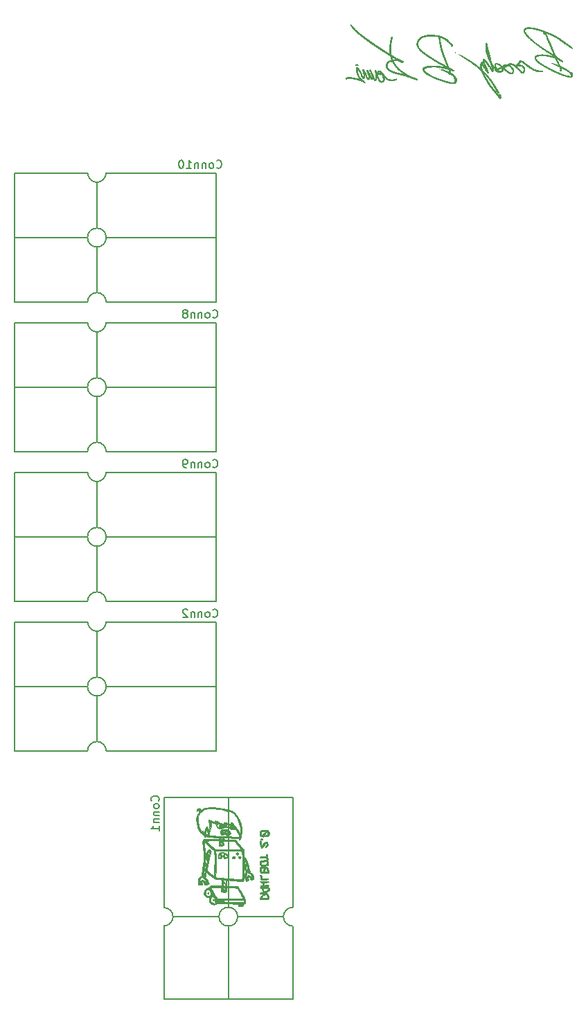
<source format=gbo>
G04 #@! TF.GenerationSoftware,KiCad,Pcbnew,7.0.7*
G04 #@! TF.CreationDate,2024-04-12T20:50:38-05:00*
G04 #@! TF.ProjectId,Science_Actuation,53636965-6e63-4655-9f41-637475617469,rev?*
G04 #@! TF.SameCoordinates,Original*
G04 #@! TF.FileFunction,Legend,Bot*
G04 #@! TF.FilePolarity,Positive*
%FSLAX46Y46*%
G04 Gerber Fmt 4.6, Leading zero omitted, Abs format (unit mm)*
G04 Created by KiCad (PCBNEW 7.0.7) date 2024-04-12 20:50:38*
%MOMM*%
%LPD*%
G01*
G04 APERTURE LIST*
%ADD10C,0.150000*%
%ADD11C,0.010000*%
%ADD12C,1.308000*%
%ADD13C,1.208000*%
%ADD14R,1.600000X1.600000*%
%ADD15C,1.600000*%
%ADD16C,1.524000*%
%ADD17O,3.500000X2.200000*%
%ADD18R,2.500000X1.500000*%
%ADD19O,2.500000X1.500000*%
%ADD20R,2.000000X2.000000*%
%ADD21C,2.000000*%
%ADD22C,2.946400*%
%ADD23C,1.100000*%
%ADD24C,1.400000*%
%ADD25C,4.000000*%
%ADD26R,1.800000X1.800000*%
%ADD27C,1.800000*%
%ADD28O,5.100000X3.000000*%
%ADD29O,3.000000X5.100000*%
G04 APERTURE END LIST*
D10*
X88135877Y-134368390D02*
X88183497Y-134320771D01*
X88183497Y-134320771D02*
X88231116Y-134177914D01*
X88231116Y-134177914D02*
X88231116Y-134082676D01*
X88231116Y-134082676D02*
X88183497Y-133939819D01*
X88183497Y-133939819D02*
X88088258Y-133844581D01*
X88088258Y-133844581D02*
X87993020Y-133796962D01*
X87993020Y-133796962D02*
X87802544Y-133749343D01*
X87802544Y-133749343D02*
X87659687Y-133749343D01*
X87659687Y-133749343D02*
X87469211Y-133796962D01*
X87469211Y-133796962D02*
X87373973Y-133844581D01*
X87373973Y-133844581D02*
X87278735Y-133939819D01*
X87278735Y-133939819D02*
X87231116Y-134082676D01*
X87231116Y-134082676D02*
X87231116Y-134177914D01*
X87231116Y-134177914D02*
X87278735Y-134320771D01*
X87278735Y-134320771D02*
X87326354Y-134368390D01*
X88231116Y-134939819D02*
X88183497Y-134844581D01*
X88183497Y-134844581D02*
X88135877Y-134796962D01*
X88135877Y-134796962D02*
X88040639Y-134749343D01*
X88040639Y-134749343D02*
X87754925Y-134749343D01*
X87754925Y-134749343D02*
X87659687Y-134796962D01*
X87659687Y-134796962D02*
X87612068Y-134844581D01*
X87612068Y-134844581D02*
X87564449Y-134939819D01*
X87564449Y-134939819D02*
X87564449Y-135082676D01*
X87564449Y-135082676D02*
X87612068Y-135177914D01*
X87612068Y-135177914D02*
X87659687Y-135225533D01*
X87659687Y-135225533D02*
X87754925Y-135273152D01*
X87754925Y-135273152D02*
X88040639Y-135273152D01*
X88040639Y-135273152D02*
X88135877Y-135225533D01*
X88135877Y-135225533D02*
X88183497Y-135177914D01*
X88183497Y-135177914D02*
X88231116Y-135082676D01*
X88231116Y-135082676D02*
X88231116Y-134939819D01*
X87564449Y-135701724D02*
X88231116Y-135701724D01*
X87659687Y-135701724D02*
X87612068Y-135749343D01*
X87612068Y-135749343D02*
X87564449Y-135844581D01*
X87564449Y-135844581D02*
X87564449Y-135987438D01*
X87564449Y-135987438D02*
X87612068Y-136082676D01*
X87612068Y-136082676D02*
X87707306Y-136130295D01*
X87707306Y-136130295D02*
X88231116Y-136130295D01*
X87564449Y-136606486D02*
X88231116Y-136606486D01*
X87659687Y-136606486D02*
X87612068Y-136654105D01*
X87612068Y-136654105D02*
X87564449Y-136749343D01*
X87564449Y-136749343D02*
X87564449Y-136892200D01*
X87564449Y-136892200D02*
X87612068Y-136987438D01*
X87612068Y-136987438D02*
X87707306Y-137035057D01*
X87707306Y-137035057D02*
X88231116Y-137035057D01*
X88231116Y-138035057D02*
X88231116Y-137463629D01*
X88231116Y-137749343D02*
X87231116Y-137749343D01*
X87231116Y-137749343D02*
X87373973Y-137654105D01*
X87373973Y-137654105D02*
X87469211Y-137558867D01*
X87469211Y-137558867D02*
X87516830Y-137463629D01*
X94781906Y-111842580D02*
X94829525Y-111890200D01*
X94829525Y-111890200D02*
X94972382Y-111937819D01*
X94972382Y-111937819D02*
X95067620Y-111937819D01*
X95067620Y-111937819D02*
X95210477Y-111890200D01*
X95210477Y-111890200D02*
X95305715Y-111794961D01*
X95305715Y-111794961D02*
X95353334Y-111699723D01*
X95353334Y-111699723D02*
X95400953Y-111509247D01*
X95400953Y-111509247D02*
X95400953Y-111366390D01*
X95400953Y-111366390D02*
X95353334Y-111175914D01*
X95353334Y-111175914D02*
X95305715Y-111080676D01*
X95305715Y-111080676D02*
X95210477Y-110985438D01*
X95210477Y-110985438D02*
X95067620Y-110937819D01*
X95067620Y-110937819D02*
X94972382Y-110937819D01*
X94972382Y-110937819D02*
X94829525Y-110985438D01*
X94829525Y-110985438D02*
X94781906Y-111033057D01*
X94210477Y-111937819D02*
X94305715Y-111890200D01*
X94305715Y-111890200D02*
X94353334Y-111842580D01*
X94353334Y-111842580D02*
X94400953Y-111747342D01*
X94400953Y-111747342D02*
X94400953Y-111461628D01*
X94400953Y-111461628D02*
X94353334Y-111366390D01*
X94353334Y-111366390D02*
X94305715Y-111318771D01*
X94305715Y-111318771D02*
X94210477Y-111271152D01*
X94210477Y-111271152D02*
X94067620Y-111271152D01*
X94067620Y-111271152D02*
X93972382Y-111318771D01*
X93972382Y-111318771D02*
X93924763Y-111366390D01*
X93924763Y-111366390D02*
X93877144Y-111461628D01*
X93877144Y-111461628D02*
X93877144Y-111747342D01*
X93877144Y-111747342D02*
X93924763Y-111842580D01*
X93924763Y-111842580D02*
X93972382Y-111890200D01*
X93972382Y-111890200D02*
X94067620Y-111937819D01*
X94067620Y-111937819D02*
X94210477Y-111937819D01*
X93448572Y-111271152D02*
X93448572Y-111937819D01*
X93448572Y-111366390D02*
X93400953Y-111318771D01*
X93400953Y-111318771D02*
X93305715Y-111271152D01*
X93305715Y-111271152D02*
X93162858Y-111271152D01*
X93162858Y-111271152D02*
X93067620Y-111318771D01*
X93067620Y-111318771D02*
X93020001Y-111414009D01*
X93020001Y-111414009D02*
X93020001Y-111937819D01*
X92543810Y-111271152D02*
X92543810Y-111937819D01*
X92543810Y-111366390D02*
X92496191Y-111318771D01*
X92496191Y-111318771D02*
X92400953Y-111271152D01*
X92400953Y-111271152D02*
X92258096Y-111271152D01*
X92258096Y-111271152D02*
X92162858Y-111318771D01*
X92162858Y-111318771D02*
X92115239Y-111414009D01*
X92115239Y-111414009D02*
X92115239Y-111937819D01*
X91686667Y-111033057D02*
X91639048Y-110985438D01*
X91639048Y-110985438D02*
X91543810Y-110937819D01*
X91543810Y-110937819D02*
X91305715Y-110937819D01*
X91305715Y-110937819D02*
X91210477Y-110985438D01*
X91210477Y-110985438D02*
X91162858Y-111033057D01*
X91162858Y-111033057D02*
X91115239Y-111128295D01*
X91115239Y-111128295D02*
X91115239Y-111223533D01*
X91115239Y-111223533D02*
X91162858Y-111366390D01*
X91162858Y-111366390D02*
X91734286Y-111937819D01*
X91734286Y-111937819D02*
X91115239Y-111937819D01*
X95258097Y-56978580D02*
X95305716Y-57026200D01*
X95305716Y-57026200D02*
X95448573Y-57073819D01*
X95448573Y-57073819D02*
X95543811Y-57073819D01*
X95543811Y-57073819D02*
X95686668Y-57026200D01*
X95686668Y-57026200D02*
X95781906Y-56930961D01*
X95781906Y-56930961D02*
X95829525Y-56835723D01*
X95829525Y-56835723D02*
X95877144Y-56645247D01*
X95877144Y-56645247D02*
X95877144Y-56502390D01*
X95877144Y-56502390D02*
X95829525Y-56311914D01*
X95829525Y-56311914D02*
X95781906Y-56216676D01*
X95781906Y-56216676D02*
X95686668Y-56121438D01*
X95686668Y-56121438D02*
X95543811Y-56073819D01*
X95543811Y-56073819D02*
X95448573Y-56073819D01*
X95448573Y-56073819D02*
X95305716Y-56121438D01*
X95305716Y-56121438D02*
X95258097Y-56169057D01*
X94686668Y-57073819D02*
X94781906Y-57026200D01*
X94781906Y-57026200D02*
X94829525Y-56978580D01*
X94829525Y-56978580D02*
X94877144Y-56883342D01*
X94877144Y-56883342D02*
X94877144Y-56597628D01*
X94877144Y-56597628D02*
X94829525Y-56502390D01*
X94829525Y-56502390D02*
X94781906Y-56454771D01*
X94781906Y-56454771D02*
X94686668Y-56407152D01*
X94686668Y-56407152D02*
X94543811Y-56407152D01*
X94543811Y-56407152D02*
X94448573Y-56454771D01*
X94448573Y-56454771D02*
X94400954Y-56502390D01*
X94400954Y-56502390D02*
X94353335Y-56597628D01*
X94353335Y-56597628D02*
X94353335Y-56883342D01*
X94353335Y-56883342D02*
X94400954Y-56978580D01*
X94400954Y-56978580D02*
X94448573Y-57026200D01*
X94448573Y-57026200D02*
X94543811Y-57073819D01*
X94543811Y-57073819D02*
X94686668Y-57073819D01*
X93924763Y-56407152D02*
X93924763Y-57073819D01*
X93924763Y-56502390D02*
X93877144Y-56454771D01*
X93877144Y-56454771D02*
X93781906Y-56407152D01*
X93781906Y-56407152D02*
X93639049Y-56407152D01*
X93639049Y-56407152D02*
X93543811Y-56454771D01*
X93543811Y-56454771D02*
X93496192Y-56550009D01*
X93496192Y-56550009D02*
X93496192Y-57073819D01*
X93020001Y-56407152D02*
X93020001Y-57073819D01*
X93020001Y-56502390D02*
X92972382Y-56454771D01*
X92972382Y-56454771D02*
X92877144Y-56407152D01*
X92877144Y-56407152D02*
X92734287Y-56407152D01*
X92734287Y-56407152D02*
X92639049Y-56454771D01*
X92639049Y-56454771D02*
X92591430Y-56550009D01*
X92591430Y-56550009D02*
X92591430Y-57073819D01*
X91591430Y-57073819D02*
X92162858Y-57073819D01*
X91877144Y-57073819D02*
X91877144Y-56073819D01*
X91877144Y-56073819D02*
X91972382Y-56216676D01*
X91972382Y-56216676D02*
X92067620Y-56311914D01*
X92067620Y-56311914D02*
X92162858Y-56359533D01*
X90972382Y-56073819D02*
X90877144Y-56073819D01*
X90877144Y-56073819D02*
X90781906Y-56121438D01*
X90781906Y-56121438D02*
X90734287Y-56169057D01*
X90734287Y-56169057D02*
X90686668Y-56264295D01*
X90686668Y-56264295D02*
X90639049Y-56454771D01*
X90639049Y-56454771D02*
X90639049Y-56692866D01*
X90639049Y-56692866D02*
X90686668Y-56883342D01*
X90686668Y-56883342D02*
X90734287Y-56978580D01*
X90734287Y-56978580D02*
X90781906Y-57026200D01*
X90781906Y-57026200D02*
X90877144Y-57073819D01*
X90877144Y-57073819D02*
X90972382Y-57073819D01*
X90972382Y-57073819D02*
X91067620Y-57026200D01*
X91067620Y-57026200D02*
X91115239Y-56978580D01*
X91115239Y-56978580D02*
X91162858Y-56883342D01*
X91162858Y-56883342D02*
X91210477Y-56692866D01*
X91210477Y-56692866D02*
X91210477Y-56454771D01*
X91210477Y-56454771D02*
X91162858Y-56264295D01*
X91162858Y-56264295D02*
X91115239Y-56169057D01*
X91115239Y-56169057D02*
X91067620Y-56121438D01*
X91067620Y-56121438D02*
X90972382Y-56073819D01*
X94781906Y-75266580D02*
X94829525Y-75314200D01*
X94829525Y-75314200D02*
X94972382Y-75361819D01*
X94972382Y-75361819D02*
X95067620Y-75361819D01*
X95067620Y-75361819D02*
X95210477Y-75314200D01*
X95210477Y-75314200D02*
X95305715Y-75218961D01*
X95305715Y-75218961D02*
X95353334Y-75123723D01*
X95353334Y-75123723D02*
X95400953Y-74933247D01*
X95400953Y-74933247D02*
X95400953Y-74790390D01*
X95400953Y-74790390D02*
X95353334Y-74599914D01*
X95353334Y-74599914D02*
X95305715Y-74504676D01*
X95305715Y-74504676D02*
X95210477Y-74409438D01*
X95210477Y-74409438D02*
X95067620Y-74361819D01*
X95067620Y-74361819D02*
X94972382Y-74361819D01*
X94972382Y-74361819D02*
X94829525Y-74409438D01*
X94829525Y-74409438D02*
X94781906Y-74457057D01*
X94210477Y-75361819D02*
X94305715Y-75314200D01*
X94305715Y-75314200D02*
X94353334Y-75266580D01*
X94353334Y-75266580D02*
X94400953Y-75171342D01*
X94400953Y-75171342D02*
X94400953Y-74885628D01*
X94400953Y-74885628D02*
X94353334Y-74790390D01*
X94353334Y-74790390D02*
X94305715Y-74742771D01*
X94305715Y-74742771D02*
X94210477Y-74695152D01*
X94210477Y-74695152D02*
X94067620Y-74695152D01*
X94067620Y-74695152D02*
X93972382Y-74742771D01*
X93972382Y-74742771D02*
X93924763Y-74790390D01*
X93924763Y-74790390D02*
X93877144Y-74885628D01*
X93877144Y-74885628D02*
X93877144Y-75171342D01*
X93877144Y-75171342D02*
X93924763Y-75266580D01*
X93924763Y-75266580D02*
X93972382Y-75314200D01*
X93972382Y-75314200D02*
X94067620Y-75361819D01*
X94067620Y-75361819D02*
X94210477Y-75361819D01*
X93448572Y-74695152D02*
X93448572Y-75361819D01*
X93448572Y-74790390D02*
X93400953Y-74742771D01*
X93400953Y-74742771D02*
X93305715Y-74695152D01*
X93305715Y-74695152D02*
X93162858Y-74695152D01*
X93162858Y-74695152D02*
X93067620Y-74742771D01*
X93067620Y-74742771D02*
X93020001Y-74838009D01*
X93020001Y-74838009D02*
X93020001Y-75361819D01*
X92543810Y-74695152D02*
X92543810Y-75361819D01*
X92543810Y-74790390D02*
X92496191Y-74742771D01*
X92496191Y-74742771D02*
X92400953Y-74695152D01*
X92400953Y-74695152D02*
X92258096Y-74695152D01*
X92258096Y-74695152D02*
X92162858Y-74742771D01*
X92162858Y-74742771D02*
X92115239Y-74838009D01*
X92115239Y-74838009D02*
X92115239Y-75361819D01*
X91496191Y-74790390D02*
X91591429Y-74742771D01*
X91591429Y-74742771D02*
X91639048Y-74695152D01*
X91639048Y-74695152D02*
X91686667Y-74599914D01*
X91686667Y-74599914D02*
X91686667Y-74552295D01*
X91686667Y-74552295D02*
X91639048Y-74457057D01*
X91639048Y-74457057D02*
X91591429Y-74409438D01*
X91591429Y-74409438D02*
X91496191Y-74361819D01*
X91496191Y-74361819D02*
X91305715Y-74361819D01*
X91305715Y-74361819D02*
X91210477Y-74409438D01*
X91210477Y-74409438D02*
X91162858Y-74457057D01*
X91162858Y-74457057D02*
X91115239Y-74552295D01*
X91115239Y-74552295D02*
X91115239Y-74599914D01*
X91115239Y-74599914D02*
X91162858Y-74695152D01*
X91162858Y-74695152D02*
X91210477Y-74742771D01*
X91210477Y-74742771D02*
X91305715Y-74790390D01*
X91305715Y-74790390D02*
X91496191Y-74790390D01*
X91496191Y-74790390D02*
X91591429Y-74838009D01*
X91591429Y-74838009D02*
X91639048Y-74885628D01*
X91639048Y-74885628D02*
X91686667Y-74980866D01*
X91686667Y-74980866D02*
X91686667Y-75171342D01*
X91686667Y-75171342D02*
X91639048Y-75266580D01*
X91639048Y-75266580D02*
X91591429Y-75314200D01*
X91591429Y-75314200D02*
X91496191Y-75361819D01*
X91496191Y-75361819D02*
X91305715Y-75361819D01*
X91305715Y-75361819D02*
X91210477Y-75314200D01*
X91210477Y-75314200D02*
X91162858Y-75266580D01*
X91162858Y-75266580D02*
X91115239Y-75171342D01*
X91115239Y-75171342D02*
X91115239Y-74980866D01*
X91115239Y-74980866D02*
X91162858Y-74885628D01*
X91162858Y-74885628D02*
X91210477Y-74838009D01*
X91210477Y-74838009D02*
X91305715Y-74790390D01*
X94781906Y-93554580D02*
X94829525Y-93602200D01*
X94829525Y-93602200D02*
X94972382Y-93649819D01*
X94972382Y-93649819D02*
X95067620Y-93649819D01*
X95067620Y-93649819D02*
X95210477Y-93602200D01*
X95210477Y-93602200D02*
X95305715Y-93506961D01*
X95305715Y-93506961D02*
X95353334Y-93411723D01*
X95353334Y-93411723D02*
X95400953Y-93221247D01*
X95400953Y-93221247D02*
X95400953Y-93078390D01*
X95400953Y-93078390D02*
X95353334Y-92887914D01*
X95353334Y-92887914D02*
X95305715Y-92792676D01*
X95305715Y-92792676D02*
X95210477Y-92697438D01*
X95210477Y-92697438D02*
X95067620Y-92649819D01*
X95067620Y-92649819D02*
X94972382Y-92649819D01*
X94972382Y-92649819D02*
X94829525Y-92697438D01*
X94829525Y-92697438D02*
X94781906Y-92745057D01*
X94210477Y-93649819D02*
X94305715Y-93602200D01*
X94305715Y-93602200D02*
X94353334Y-93554580D01*
X94353334Y-93554580D02*
X94400953Y-93459342D01*
X94400953Y-93459342D02*
X94400953Y-93173628D01*
X94400953Y-93173628D02*
X94353334Y-93078390D01*
X94353334Y-93078390D02*
X94305715Y-93030771D01*
X94305715Y-93030771D02*
X94210477Y-92983152D01*
X94210477Y-92983152D02*
X94067620Y-92983152D01*
X94067620Y-92983152D02*
X93972382Y-93030771D01*
X93972382Y-93030771D02*
X93924763Y-93078390D01*
X93924763Y-93078390D02*
X93877144Y-93173628D01*
X93877144Y-93173628D02*
X93877144Y-93459342D01*
X93877144Y-93459342D02*
X93924763Y-93554580D01*
X93924763Y-93554580D02*
X93972382Y-93602200D01*
X93972382Y-93602200D02*
X94067620Y-93649819D01*
X94067620Y-93649819D02*
X94210477Y-93649819D01*
X93448572Y-92983152D02*
X93448572Y-93649819D01*
X93448572Y-93078390D02*
X93400953Y-93030771D01*
X93400953Y-93030771D02*
X93305715Y-92983152D01*
X93305715Y-92983152D02*
X93162858Y-92983152D01*
X93162858Y-92983152D02*
X93067620Y-93030771D01*
X93067620Y-93030771D02*
X93020001Y-93126009D01*
X93020001Y-93126009D02*
X93020001Y-93649819D01*
X92543810Y-92983152D02*
X92543810Y-93649819D01*
X92543810Y-93078390D02*
X92496191Y-93030771D01*
X92496191Y-93030771D02*
X92400953Y-92983152D01*
X92400953Y-92983152D02*
X92258096Y-92983152D01*
X92258096Y-92983152D02*
X92162858Y-93030771D01*
X92162858Y-93030771D02*
X92115239Y-93126009D01*
X92115239Y-93126009D02*
X92115239Y-93649819D01*
X91591429Y-93649819D02*
X91400953Y-93649819D01*
X91400953Y-93649819D02*
X91305715Y-93602200D01*
X91305715Y-93602200D02*
X91258096Y-93554580D01*
X91258096Y-93554580D02*
X91162858Y-93411723D01*
X91162858Y-93411723D02*
X91115239Y-93221247D01*
X91115239Y-93221247D02*
X91115239Y-92840295D01*
X91115239Y-92840295D02*
X91162858Y-92745057D01*
X91162858Y-92745057D02*
X91210477Y-92697438D01*
X91210477Y-92697438D02*
X91305715Y-92649819D01*
X91305715Y-92649819D02*
X91496191Y-92649819D01*
X91496191Y-92649819D02*
X91591429Y-92697438D01*
X91591429Y-92697438D02*
X91639048Y-92745057D01*
X91639048Y-92745057D02*
X91686667Y-92840295D01*
X91686667Y-92840295D02*
X91686667Y-93078390D01*
X91686667Y-93078390D02*
X91639048Y-93173628D01*
X91639048Y-93173628D02*
X91591429Y-93221247D01*
X91591429Y-93221247D02*
X91496191Y-93268866D01*
X91496191Y-93268866D02*
X91305715Y-93268866D01*
X91305715Y-93268866D02*
X91210477Y-93221247D01*
X91210477Y-93221247D02*
X91162858Y-93173628D01*
X91162858Y-93173628D02*
X91115239Y-93078390D01*
X104563297Y-158586200D02*
X88815297Y-158586200D01*
X96714697Y-158560800D02*
X96714697Y-149670800D01*
X104563297Y-158560800D02*
X104563297Y-150813800D01*
X88815297Y-150839200D02*
X88815297Y-149670800D01*
X88815297Y-150813800D02*
X88815297Y-158560800D01*
X104563297Y-149670800D02*
X104563297Y-150890000D01*
X91126697Y-148527800D02*
X89958297Y-148527800D01*
X94403297Y-148527800D02*
X91101297Y-148527800D01*
X94403297Y-148527800D02*
X95546297Y-148527800D01*
X98975297Y-148527800D02*
X97832297Y-148527800D01*
X98975297Y-148527800D02*
X102251897Y-148527800D01*
X103420297Y-148527800D02*
X102251897Y-148527800D01*
X104563297Y-146267200D02*
X104563297Y-147359400D01*
X88815297Y-146241800D02*
X88815297Y-133948200D01*
X96689297Y-146241800D02*
X96689297Y-147384800D01*
X96689297Y-146241800D02*
X96689297Y-133948200D01*
X104563297Y-146241800D02*
X104563297Y-133948200D01*
X88815297Y-146216400D02*
X88815297Y-147410200D01*
X104563297Y-133948200D02*
X88815297Y-133948200D01*
X103420297Y-148527800D02*
G75*
G03*
X104563297Y-149670800I1143000J0D01*
G01*
X88815297Y-149645400D02*
G75*
G03*
X89932897Y-148527800I2J1117598D01*
G01*
X104563297Y-147384800D02*
G75*
G03*
X103420297Y-148527800I0J-1143000D01*
G01*
X89932897Y-148527800D02*
G75*
G03*
X88815297Y-147410200I-1117598J2D01*
G01*
X97832297Y-148527800D02*
G75*
G03*
X97832297Y-148527800I-1143000J0D01*
G01*
X70564097Y-128270000D02*
X70564097Y-112522000D01*
X70589497Y-120421400D02*
X79479497Y-120421400D01*
X70589497Y-128270000D02*
X78336497Y-128270000D01*
X78311097Y-112522000D02*
X79479497Y-112522000D01*
X78336497Y-112522000D02*
X70589497Y-112522000D01*
X79479497Y-128270000D02*
X78260297Y-128270000D01*
X80622497Y-114833400D02*
X80622497Y-113665000D01*
X80622497Y-118110000D02*
X80622497Y-114808000D01*
X80622497Y-118110000D02*
X80622497Y-119253000D01*
X80622497Y-122682000D02*
X80622497Y-121539000D01*
X80622497Y-122682000D02*
X80622497Y-125958600D01*
X80622497Y-127127000D02*
X80622497Y-125958600D01*
X82883097Y-128270000D02*
X81790897Y-128270000D01*
X82908497Y-112522000D02*
X95202097Y-112522000D01*
X82908497Y-120396000D02*
X81765497Y-120396000D01*
X82908497Y-120396000D02*
X95202097Y-120396000D01*
X82908497Y-128270000D02*
X95202097Y-128270000D01*
X82933897Y-112522000D02*
X81740097Y-112522000D01*
X95202097Y-128270000D02*
X95202097Y-112522000D01*
X80622497Y-127127000D02*
G75*
G03*
X79479497Y-128270000I0J-1143000D01*
G01*
X79504897Y-112522000D02*
G75*
G03*
X80622497Y-113639600I1117598J-2D01*
G01*
X81765497Y-128270000D02*
G75*
G03*
X80622497Y-127127000I-1143000J0D01*
G01*
X80622497Y-113639600D02*
G75*
G03*
X81740097Y-112522000I2J1117598D01*
G01*
X81765497Y-120396000D02*
G75*
G03*
X81765497Y-120396000I-1143000J0D01*
G01*
D11*
X128524000Y-44615100D02*
X128519766Y-44619333D01*
X128515533Y-44615100D01*
X128519766Y-44610866D01*
X128524000Y-44615100D01*
G36*
X128524000Y-44615100D02*
G01*
X128519766Y-44619333D01*
X128515533Y-44615100D01*
X128519766Y-44610866D01*
X128524000Y-44615100D01*
G37*
X128456266Y-44479633D02*
X128452033Y-44483866D01*
X128447800Y-44479633D01*
X128452033Y-44475400D01*
X128456266Y-44479633D01*
G36*
X128456266Y-44479633D02*
G01*
X128452033Y-44483866D01*
X128447800Y-44479633D01*
X128452033Y-44475400D01*
X128456266Y-44479633D01*
G37*
X124798667Y-43108033D02*
X124794433Y-43112266D01*
X124790200Y-43108033D01*
X124794433Y-43103799D01*
X124798667Y-43108033D01*
G36*
X124798667Y-43108033D02*
G01*
X124794433Y-43112266D01*
X124790200Y-43108033D01*
X124794433Y-43103799D01*
X124798667Y-43108033D01*
G37*
X123740333Y-41626366D02*
X123736100Y-41630600D01*
X123731867Y-41626366D01*
X123736100Y-41622133D01*
X123740333Y-41626366D01*
G36*
X123740333Y-41626366D02*
G01*
X123736100Y-41630600D01*
X123731867Y-41626366D01*
X123736100Y-41622133D01*
X123740333Y-41626366D01*
G37*
X115586933Y-46012099D02*
X115582700Y-46016333D01*
X115578466Y-46012099D01*
X115582700Y-46007866D01*
X115586933Y-46012099D01*
G36*
X115586933Y-46012099D02*
G01*
X115582700Y-46016333D01*
X115578466Y-46012099D01*
X115582700Y-46007866D01*
X115586933Y-46012099D01*
G37*
X128439333Y-44475400D02*
X128438722Y-44479882D01*
X128433689Y-44481044D01*
X128432675Y-44479803D01*
X128433689Y-44469755D01*
X128436235Y-44468430D01*
X128439333Y-44475400D01*
G36*
X128439333Y-44475400D02*
G01*
X128438722Y-44479882D01*
X128433689Y-44481044D01*
X128432675Y-44479803D01*
X128433689Y-44469755D01*
X128436235Y-44468430D01*
X128439333Y-44475400D01*
G37*
X125238265Y-43327461D02*
X125237666Y-43336048D01*
X125233818Y-43338573D01*
X125232140Y-43335578D01*
X125233149Y-43322345D01*
X125236197Y-43318426D01*
X125238265Y-43327461D01*
G36*
X125238265Y-43327461D02*
G01*
X125237666Y-43336048D01*
X125233818Y-43338573D01*
X125232140Y-43335578D01*
X125233149Y-43322345D01*
X125236197Y-43318426D01*
X125238265Y-43327461D01*
G37*
X124982111Y-43259022D02*
X124983436Y-43261568D01*
X124976467Y-43264666D01*
X124971984Y-43264055D01*
X124970822Y-43259022D01*
X124972063Y-43258008D01*
X124982111Y-43259022D01*
G36*
X124982111Y-43259022D02*
G01*
X124983436Y-43261568D01*
X124976467Y-43264666D01*
X124971984Y-43264055D01*
X124970822Y-43259022D01*
X124972063Y-43258008D01*
X124982111Y-43259022D01*
G37*
X124076178Y-41921288D02*
X124077502Y-41923835D01*
X124070533Y-41926933D01*
X124066051Y-41926322D01*
X124064889Y-41921288D01*
X124066130Y-41920275D01*
X124076178Y-41921288D01*
G36*
X124076178Y-41921288D02*
G01*
X124077502Y-41923835D01*
X124070533Y-41926933D01*
X124066051Y-41926322D01*
X124064889Y-41921288D01*
X124066130Y-41920275D01*
X124076178Y-41921288D01*
G37*
X122461198Y-44910727D02*
X122460599Y-44919315D01*
X122456751Y-44921840D01*
X122455073Y-44918844D01*
X122456083Y-44905612D01*
X122459130Y-44901693D01*
X122461198Y-44910727D01*
G36*
X122461198Y-44910727D02*
G01*
X122460599Y-44919315D01*
X122456751Y-44921840D01*
X122455073Y-44918844D01*
X122456083Y-44905612D01*
X122459130Y-44901693D01*
X122461198Y-44910727D01*
G37*
X115973578Y-44308888D02*
X115974902Y-44311435D01*
X115967933Y-44314533D01*
X115963451Y-44313922D01*
X115962289Y-44308888D01*
X115963530Y-44307875D01*
X115973578Y-44308888D01*
G36*
X115973578Y-44308888D02*
G01*
X115974902Y-44311435D01*
X115967933Y-44314533D01*
X115963451Y-44313922D01*
X115962289Y-44308888D01*
X115963530Y-44307875D01*
X115973578Y-44308888D01*
G37*
X130597063Y-45017689D02*
X130597513Y-45021800D01*
X130590290Y-45024463D01*
X130586724Y-45022858D01*
X130580765Y-45014938D01*
X130582019Y-45010968D01*
X130589647Y-45008913D01*
X130597063Y-45017689D01*
G36*
X130597063Y-45017689D02*
G01*
X130597513Y-45021800D01*
X130590290Y-45024463D01*
X130586724Y-45022858D01*
X130580765Y-45014938D01*
X130582019Y-45010968D01*
X130589647Y-45008913D01*
X130597063Y-45017689D01*
G37*
X123259408Y-44731116D02*
X123262195Y-44737496D01*
X123258386Y-44740734D01*
X123244762Y-44740824D01*
X123235467Y-44736333D01*
X123234511Y-44731280D01*
X123249766Y-44729400D01*
X123259408Y-44731116D01*
G36*
X123259408Y-44731116D02*
G01*
X123262195Y-44737496D01*
X123258386Y-44740734D01*
X123244762Y-44740824D01*
X123235467Y-44736333D01*
X123234511Y-44731280D01*
X123249766Y-44729400D01*
X123259408Y-44731116D01*
G37*
X137583333Y-41681400D02*
X137576932Y-41687052D01*
X137560050Y-41689271D01*
X137548341Y-41688735D01*
X137543663Y-41686598D01*
X137553700Y-41681400D01*
X137567450Y-41676017D01*
X137579925Y-41674363D01*
X137583333Y-41681400D01*
G36*
X137583333Y-41681400D02*
G01*
X137576932Y-41687052D01*
X137560050Y-41689271D01*
X137548341Y-41688735D01*
X137543663Y-41686598D01*
X137553700Y-41681400D01*
X137567450Y-41676017D01*
X137579925Y-41674363D01*
X137583333Y-41681400D01*
G37*
X125350484Y-43451249D02*
X125361700Y-43459400D01*
X125363056Y-43462650D01*
X125358466Y-43467866D01*
X125355982Y-43467550D01*
X125344767Y-43459400D01*
X125343410Y-43456149D01*
X125348000Y-43450933D01*
X125350484Y-43451249D01*
G36*
X125350484Y-43451249D02*
G01*
X125361700Y-43459400D01*
X125363056Y-43462650D01*
X125358466Y-43467866D01*
X125355982Y-43467550D01*
X125344767Y-43459400D01*
X125343410Y-43456149D01*
X125348000Y-43450933D01*
X125350484Y-43451249D01*
G37*
X125192304Y-43317629D02*
X125196600Y-43328166D01*
X125195218Y-43335156D01*
X125187498Y-43339243D01*
X125184988Y-43338094D01*
X125178396Y-43328166D01*
X125178751Y-43325830D01*
X125187498Y-43317089D01*
X125192304Y-43317629D01*
G36*
X125192304Y-43317629D02*
G01*
X125196600Y-43328166D01*
X125195218Y-43335156D01*
X125187498Y-43339243D01*
X125184988Y-43338094D01*
X125178396Y-43328166D01*
X125178751Y-43325830D01*
X125187498Y-43317089D01*
X125192304Y-43317629D01*
G37*
X125096918Y-43263754D02*
X125094230Y-43279483D01*
X125085398Y-43294114D01*
X125073760Y-43297389D01*
X125063977Y-43285264D01*
X125062841Y-43273492D01*
X125071817Y-43260274D01*
X125088824Y-43257522D01*
X125096918Y-43263754D01*
G36*
X125096918Y-43263754D02*
G01*
X125094230Y-43279483D01*
X125085398Y-43294114D01*
X125073760Y-43297389D01*
X125063977Y-43285264D01*
X125062841Y-43273492D01*
X125071817Y-43260274D01*
X125088824Y-43257522D01*
X125096918Y-43263754D01*
G37*
X125035043Y-43219366D02*
X125031848Y-43230236D01*
X125027457Y-43234500D01*
X125011950Y-43238997D01*
X125006366Y-43238690D01*
X125003352Y-43235562D01*
X125013948Y-43226384D01*
X125027146Y-43218621D01*
X125035043Y-43219366D01*
G36*
X125035043Y-43219366D02*
G01*
X125031848Y-43230236D01*
X125027457Y-43234500D01*
X125011950Y-43238997D01*
X125006366Y-43238690D01*
X125003352Y-43235562D01*
X125013948Y-43226384D01*
X125027146Y-43218621D01*
X125035043Y-43219366D01*
G37*
X124231400Y-45922700D02*
X124231074Y-45925157D01*
X124222933Y-45931666D01*
X124221017Y-45931569D01*
X124214467Y-45927933D01*
X124214856Y-45926574D01*
X124222933Y-45918966D01*
X124226213Y-45917643D01*
X124231400Y-45922700D01*
G36*
X124231400Y-45922700D02*
G01*
X124231074Y-45925157D01*
X124222933Y-45931666D01*
X124221017Y-45931569D01*
X124214467Y-45927933D01*
X124214856Y-45926574D01*
X124222933Y-45918966D01*
X124226213Y-45917643D01*
X124231400Y-45922700D01*
G37*
X124065629Y-42105398D02*
X124066300Y-42113200D01*
X124064562Y-42115733D01*
X124057333Y-42121666D01*
X124056489Y-42121446D01*
X124053600Y-42113200D01*
X124053944Y-42110879D01*
X124062566Y-42104733D01*
X124065629Y-42105398D01*
G36*
X124065629Y-42105398D02*
G01*
X124066300Y-42113200D01*
X124064562Y-42115733D01*
X124057333Y-42121666D01*
X124056489Y-42121446D01*
X124053600Y-42113200D01*
X124053944Y-42110879D01*
X124062566Y-42104733D01*
X124065629Y-42105398D01*
G37*
X123635358Y-41766456D02*
X123642967Y-41774533D01*
X123644289Y-41777813D01*
X123639233Y-41783000D01*
X123636775Y-41782674D01*
X123630267Y-41774533D01*
X123630364Y-41772617D01*
X123634000Y-41766066D01*
X123635358Y-41766456D01*
G36*
X123635358Y-41766456D02*
G01*
X123642967Y-41774533D01*
X123644289Y-41777813D01*
X123639233Y-41783000D01*
X123636775Y-41782674D01*
X123630267Y-41774533D01*
X123630364Y-41772617D01*
X123634000Y-41766066D01*
X123635358Y-41766456D01*
G37*
X122687842Y-44961020D02*
X122689491Y-44964925D01*
X122687545Y-44978801D01*
X122679759Y-44989427D01*
X122669831Y-44990536D01*
X122665066Y-44979666D01*
X122668079Y-44969124D01*
X122677766Y-44959924D01*
X122687842Y-44961020D01*
G36*
X122687842Y-44961020D02*
G01*
X122689491Y-44964925D01*
X122687545Y-44978801D01*
X122679759Y-44989427D01*
X122669831Y-44990536D01*
X122665066Y-44979666D01*
X122668079Y-44969124D01*
X122677766Y-44959924D01*
X122687842Y-44961020D01*
G37*
X122643361Y-44935485D02*
X122648167Y-44947334D01*
X122642361Y-44960949D01*
X122638815Y-44962397D01*
X122629791Y-44956010D01*
X122626438Y-44950221D01*
X122623996Y-44936880D01*
X122635433Y-44932600D01*
X122643361Y-44935485D01*
G36*
X122643361Y-44935485D02*
G01*
X122648167Y-44947334D01*
X122642361Y-44960949D01*
X122638815Y-44962397D01*
X122629791Y-44956010D01*
X122626438Y-44950221D01*
X122623996Y-44936880D01*
X122635433Y-44932600D01*
X122643361Y-44935485D01*
G37*
X125229038Y-43354562D02*
X125230467Y-43369463D01*
X125227947Y-43384252D01*
X125217767Y-43391666D01*
X125211866Y-43390322D01*
X125205067Y-43380003D01*
X125207007Y-43372214D01*
X125217767Y-43357800D01*
X125222920Y-43353961D01*
X125229038Y-43354562D01*
G36*
X125229038Y-43354562D02*
G01*
X125230467Y-43369463D01*
X125227947Y-43384252D01*
X125217767Y-43391666D01*
X125211866Y-43390322D01*
X125205067Y-43380003D01*
X125207007Y-43372214D01*
X125217767Y-43357800D01*
X125222920Y-43353961D01*
X125229038Y-43354562D01*
G37*
X124948046Y-43208024D02*
X124949338Y-43210236D01*
X124947181Y-43221770D01*
X124947068Y-43221949D01*
X124936093Y-43229580D01*
X124923328Y-43229647D01*
X124917200Y-43222067D01*
X124923278Y-43212658D01*
X124936727Y-43206365D01*
X124948046Y-43208024D01*
G36*
X124948046Y-43208024D02*
G01*
X124949338Y-43210236D01*
X124947181Y-43221770D01*
X124947068Y-43221949D01*
X124936093Y-43229580D01*
X124923328Y-43229647D01*
X124917200Y-43222067D01*
X124923278Y-43212658D01*
X124936727Y-43206365D01*
X124948046Y-43208024D01*
G37*
X124922289Y-43166534D02*
X124915685Y-43179278D01*
X124914117Y-43181705D01*
X124902224Y-43194647D01*
X124894260Y-43194955D01*
X124893393Y-43182213D01*
X124897094Y-43174143D01*
X124911469Y-43164559D01*
X124917742Y-43163618D01*
X124922289Y-43166534D01*
G36*
X124922289Y-43166534D02*
G01*
X124915685Y-43179278D01*
X124914117Y-43181705D01*
X124902224Y-43194647D01*
X124894260Y-43194955D01*
X124893393Y-43182213D01*
X124897094Y-43174143D01*
X124911469Y-43164559D01*
X124917742Y-43163618D01*
X124922289Y-43166534D01*
G37*
X123695163Y-41584898D02*
X123703281Y-41599207D01*
X123701989Y-41614060D01*
X123698399Y-41616940D01*
X123685029Y-41616624D01*
X123679103Y-41612581D01*
X123673182Y-41599496D01*
X123674902Y-41586005D01*
X123684394Y-41579800D01*
X123695163Y-41584898D01*
G36*
X123695163Y-41584898D02*
G01*
X123703281Y-41599207D01*
X123701989Y-41614060D01*
X123698399Y-41616940D01*
X123685029Y-41616624D01*
X123679103Y-41612581D01*
X123673182Y-41599496D01*
X123674902Y-41586005D01*
X123684394Y-41579800D01*
X123695163Y-41584898D01*
G37*
X117215999Y-46043766D02*
X117225967Y-46056134D01*
X117232909Y-46072784D01*
X117232775Y-46085562D01*
X117224951Y-46087344D01*
X117211984Y-46074871D01*
X117203960Y-46061779D01*
X117201634Y-46047279D01*
X117210996Y-46041733D01*
X117215999Y-46043766D01*
G36*
X117215999Y-46043766D02*
G01*
X117225967Y-46056134D01*
X117232909Y-46072784D01*
X117232775Y-46085562D01*
X117224951Y-46087344D01*
X117211984Y-46074871D01*
X117203960Y-46061779D01*
X117201634Y-46047279D01*
X117210996Y-46041733D01*
X117215999Y-46043766D01*
G37*
X125301126Y-43362385D02*
X125296522Y-43379269D01*
X125291888Y-43387356D01*
X125279822Y-43398260D01*
X125269016Y-43398929D01*
X125264333Y-43388038D01*
X125265585Y-43381286D01*
X125274551Y-43366341D01*
X125287432Y-43355287D01*
X125298563Y-43353791D01*
X125301126Y-43362385D01*
G36*
X125301126Y-43362385D02*
G01*
X125296522Y-43379269D01*
X125291888Y-43387356D01*
X125279822Y-43398260D01*
X125269016Y-43398929D01*
X125264333Y-43388038D01*
X125265585Y-43381286D01*
X125274551Y-43366341D01*
X125287432Y-43355287D01*
X125298563Y-43353791D01*
X125301126Y-43362385D01*
G37*
X124400733Y-42898890D02*
X124399907Y-42907930D01*
X124395089Y-42920355D01*
X124392555Y-42922239D01*
X124378155Y-42925999D01*
X124373321Y-42925234D01*
X124367155Y-42916834D01*
X124370975Y-42903839D01*
X124383800Y-42892133D01*
X124388073Y-42889952D01*
X124398317Y-42888149D01*
X124400733Y-42898890D01*
G36*
X124400733Y-42898890D02*
G01*
X124399907Y-42907930D01*
X124395089Y-42920355D01*
X124392555Y-42922239D01*
X124378155Y-42925999D01*
X124373321Y-42925234D01*
X124367155Y-42916834D01*
X124370975Y-42903839D01*
X124383800Y-42892133D01*
X124388073Y-42889952D01*
X124398317Y-42888149D01*
X124400733Y-42898890D01*
G37*
X122763652Y-44959011D02*
X122763831Y-44959163D01*
X122769327Y-44973635D01*
X122766363Y-44994726D01*
X122755940Y-45015150D01*
X122753711Y-45017806D01*
X122739507Y-45026132D01*
X122728656Y-45019378D01*
X122724333Y-44999150D01*
X122726415Y-44983872D01*
X122735835Y-44965318D01*
X122749493Y-44955760D01*
X122763652Y-44959011D01*
G36*
X122763652Y-44959011D02*
G01*
X122763831Y-44959163D01*
X122769327Y-44973635D01*
X122766363Y-44994726D01*
X122755940Y-45015150D01*
X122753711Y-45017806D01*
X122739507Y-45026132D01*
X122728656Y-45019378D01*
X122724333Y-44999150D01*
X122726415Y-44983872D01*
X122735835Y-44965318D01*
X122749493Y-44955760D01*
X122763652Y-44959011D01*
G37*
X125345022Y-43397121D02*
X125335928Y-43412212D01*
X125335190Y-43413350D01*
X125327378Y-43427972D01*
X125327359Y-43434000D01*
X125329077Y-43434585D01*
X125327833Y-43442466D01*
X125323254Y-43448350D01*
X125314455Y-43449146D01*
X125300323Y-43437332D01*
X125295557Y-43431337D01*
X125293094Y-43414766D01*
X125304372Y-43400825D01*
X125327172Y-43393162D01*
X125327741Y-43393095D01*
X125342914Y-43392100D01*
X125345022Y-43397121D01*
G36*
X125345022Y-43397121D02*
G01*
X125335928Y-43412212D01*
X125335190Y-43413350D01*
X125327378Y-43427972D01*
X125327359Y-43434000D01*
X125329077Y-43434585D01*
X125327833Y-43442466D01*
X125323254Y-43448350D01*
X125314455Y-43449146D01*
X125300323Y-43437332D01*
X125295557Y-43431337D01*
X125293094Y-43414766D01*
X125304372Y-43400825D01*
X125327172Y-43393162D01*
X125327741Y-43393095D01*
X125342914Y-43392100D01*
X125345022Y-43397121D01*
G37*
X129581676Y-47740872D02*
X129591111Y-47757052D01*
X129600413Y-47772646D01*
X129614188Y-47782887D01*
X129617101Y-47783927D01*
X129631962Y-47797018D01*
X129642332Y-47816804D01*
X129643557Y-47835027D01*
X129642076Y-47838538D01*
X129635211Y-47845133D01*
X129631077Y-47843846D01*
X129617961Y-47834025D01*
X129605079Y-47820188D01*
X129599266Y-47809173D01*
X129599259Y-47808925D01*
X129594123Y-47796952D01*
X129582333Y-47779710D01*
X129582150Y-47779476D01*
X129570314Y-47760993D01*
X129565400Y-47746624D01*
X129565887Y-47741498D01*
X129571922Y-47735142D01*
X129581676Y-47740872D01*
G36*
X129581676Y-47740872D02*
G01*
X129591111Y-47757052D01*
X129600413Y-47772646D01*
X129614188Y-47782887D01*
X129617101Y-47783927D01*
X129631962Y-47797018D01*
X129642332Y-47816804D01*
X129643557Y-47835027D01*
X129642076Y-47838538D01*
X129635211Y-47845133D01*
X129631077Y-47843846D01*
X129617961Y-47834025D01*
X129605079Y-47820188D01*
X129599266Y-47809173D01*
X129599259Y-47808925D01*
X129594123Y-47796952D01*
X129582333Y-47779710D01*
X129582150Y-47779476D01*
X129570314Y-47760993D01*
X129565400Y-47746624D01*
X129565887Y-47741498D01*
X129571922Y-47735142D01*
X129581676Y-47740872D01*
G37*
X128422400Y-44471972D02*
X128422454Y-44473591D01*
X128424377Y-44481037D01*
X128430440Y-44491144D01*
X128442522Y-44506319D01*
X128462499Y-44528968D01*
X128492250Y-44561499D01*
X128497090Y-44566922D01*
X128510250Y-44583907D01*
X128515533Y-44594584D01*
X128513206Y-44601214D01*
X128503476Y-44602431D01*
X128491135Y-44595050D01*
X128481666Y-44581233D01*
X128474043Y-44567075D01*
X128464943Y-44560066D01*
X128460708Y-44558339D01*
X128456266Y-44546574D01*
X128453060Y-44537878D01*
X128439241Y-44528628D01*
X128426680Y-44520171D01*
X128416770Y-44501904D01*
X128411200Y-44485897D01*
X128403453Y-44474461D01*
X128401347Y-44470775D01*
X128408990Y-44464143D01*
X128417110Y-44462977D01*
X128422400Y-44471972D01*
G36*
X128422400Y-44471972D02*
G01*
X128422454Y-44473591D01*
X128424377Y-44481037D01*
X128430440Y-44491144D01*
X128442522Y-44506319D01*
X128462499Y-44528968D01*
X128492250Y-44561499D01*
X128497090Y-44566922D01*
X128510250Y-44583907D01*
X128515533Y-44594584D01*
X128513206Y-44601214D01*
X128503476Y-44602431D01*
X128491135Y-44595050D01*
X128481666Y-44581233D01*
X128474043Y-44567075D01*
X128464943Y-44560066D01*
X128460708Y-44558339D01*
X128456266Y-44546574D01*
X128453060Y-44537878D01*
X128439241Y-44528628D01*
X128426680Y-44520171D01*
X128416770Y-44501904D01*
X128411200Y-44485897D01*
X128403453Y-44474461D01*
X128401347Y-44470775D01*
X128408990Y-44464143D01*
X128417110Y-44462977D01*
X128422400Y-44471972D01*
G37*
X128281227Y-44260715D02*
X128296897Y-44272276D01*
X128303866Y-44285582D01*
X128303940Y-44286723D01*
X128310653Y-44301748D01*
X128324937Y-44319440D01*
X128327145Y-44321711D01*
X128339874Y-44338190D01*
X128343987Y-44350055D01*
X128348059Y-44357779D01*
X128363133Y-44364927D01*
X128369509Y-44366831D01*
X128379360Y-44373711D01*
X128384378Y-44387960D01*
X128386859Y-44414360D01*
X128387221Y-44432228D01*
X128383739Y-44452343D01*
X128375012Y-44456409D01*
X128361158Y-44444423D01*
X128342297Y-44416378D01*
X128332427Y-44399653D01*
X128303705Y-44350465D01*
X128282824Y-44313593D01*
X128268960Y-44287415D01*
X128261290Y-44270309D01*
X128258991Y-44260656D01*
X128261239Y-44256834D01*
X128264710Y-44256198D01*
X128281227Y-44260715D01*
G36*
X128281227Y-44260715D02*
G01*
X128296897Y-44272276D01*
X128303866Y-44285582D01*
X128303940Y-44286723D01*
X128310653Y-44301748D01*
X128324937Y-44319440D01*
X128327145Y-44321711D01*
X128339874Y-44338190D01*
X128343987Y-44350055D01*
X128348059Y-44357779D01*
X128363133Y-44364927D01*
X128369509Y-44366831D01*
X128379360Y-44373711D01*
X128384378Y-44387960D01*
X128386859Y-44414360D01*
X128387221Y-44432228D01*
X128383739Y-44452343D01*
X128375012Y-44456409D01*
X128361158Y-44444423D01*
X128342297Y-44416378D01*
X128332427Y-44399653D01*
X128303705Y-44350465D01*
X128282824Y-44313593D01*
X128268960Y-44287415D01*
X128261290Y-44270309D01*
X128258991Y-44260656D01*
X128261239Y-44256834D01*
X128264710Y-44256198D01*
X128281227Y-44260715D01*
G37*
X136238057Y-44199355D02*
X136252081Y-44209085D01*
X136253423Y-44211291D01*
X136263493Y-44217872D01*
X136281415Y-44213802D01*
X136285107Y-44212455D01*
X136300694Y-44209921D01*
X136308114Y-44217650D01*
X136319373Y-44226458D01*
X136342701Y-44229866D01*
X136354178Y-44230264D01*
X136368679Y-44234585D01*
X136372600Y-44245388D01*
X136371804Y-44254105D01*
X136366955Y-44266555D01*
X136355118Y-44272147D01*
X136337736Y-44269039D01*
X136326400Y-44256421D01*
X136324582Y-44253109D01*
X136308994Y-44243032D01*
X136281879Y-44235056D01*
X136247375Y-44230141D01*
X136209617Y-44229251D01*
X136205388Y-44229328D01*
X136190383Y-44225706D01*
X136186333Y-44213067D01*
X136187239Y-44205519D01*
X136195320Y-44197939D01*
X136215546Y-44196000D01*
X136238057Y-44199355D01*
G36*
X136238057Y-44199355D02*
G01*
X136252081Y-44209085D01*
X136253423Y-44211291D01*
X136263493Y-44217872D01*
X136281415Y-44213802D01*
X136285107Y-44212455D01*
X136300694Y-44209921D01*
X136308114Y-44217650D01*
X136319373Y-44226458D01*
X136342701Y-44229866D01*
X136354178Y-44230264D01*
X136368679Y-44234585D01*
X136372600Y-44245388D01*
X136371804Y-44254105D01*
X136366955Y-44266555D01*
X136355118Y-44272147D01*
X136337736Y-44269039D01*
X136326400Y-44256421D01*
X136324582Y-44253109D01*
X136308994Y-44243032D01*
X136281879Y-44235056D01*
X136247375Y-44230141D01*
X136209617Y-44229251D01*
X136205388Y-44229328D01*
X136190383Y-44225706D01*
X136186333Y-44213067D01*
X136187239Y-44205519D01*
X136195320Y-44197939D01*
X136215546Y-44196000D01*
X136238057Y-44199355D01*
G37*
X112403722Y-44335781D02*
X112405512Y-44336368D01*
X112415882Y-44342982D01*
X112411459Y-44353205D01*
X112408615Y-44357166D01*
X112409135Y-44365751D01*
X112424007Y-44373561D01*
X112441058Y-44378786D01*
X112453530Y-44380052D01*
X112456709Y-44380638D01*
X112469805Y-44389421D01*
X112487176Y-44405550D01*
X112494947Y-44413317D01*
X112511091Y-44427460D01*
X112520761Y-44433066D01*
X112528883Y-44436957D01*
X112542433Y-44449188D01*
X112546188Y-44453541D01*
X112552425Y-44467211D01*
X112546160Y-44482704D01*
X112536063Y-44493831D01*
X112518066Y-44503078D01*
X112516791Y-44503259D01*
X112496441Y-44501729D01*
X112472283Y-44494962D01*
X112471016Y-44494477D01*
X112445450Y-44486967D01*
X112423431Y-44483866D01*
X112407897Y-44481404D01*
X112381226Y-44473745D01*
X112351039Y-44462700D01*
X112324368Y-44452770D01*
X112297512Y-44444649D01*
X112279952Y-44441533D01*
X112270351Y-44439249D01*
X112252866Y-44427932D01*
X112235605Y-44410745D01*
X112221848Y-44391758D01*
X112214878Y-44375044D01*
X112217979Y-44364672D01*
X112232865Y-44358489D01*
X112250963Y-44358235D01*
X112261298Y-44366393D01*
X112269839Y-44371798D01*
X112292041Y-44369865D01*
X112304843Y-44366538D01*
X112313564Y-44360673D01*
X112309701Y-44351871D01*
X112304589Y-44342414D01*
X112313530Y-44339933D01*
X112320947Y-44342192D01*
X112328249Y-44354750D01*
X112328456Y-44357721D01*
X112329842Y-44364841D01*
X112332995Y-44355310D01*
X112338019Y-44347522D01*
X112355885Y-44337680D01*
X112379973Y-44333163D01*
X112403722Y-44335781D01*
G36*
X112403722Y-44335781D02*
G01*
X112405512Y-44336368D01*
X112415882Y-44342982D01*
X112411459Y-44353205D01*
X112408615Y-44357166D01*
X112409135Y-44365751D01*
X112424007Y-44373561D01*
X112441058Y-44378786D01*
X112453530Y-44380052D01*
X112456709Y-44380638D01*
X112469805Y-44389421D01*
X112487176Y-44405550D01*
X112494947Y-44413317D01*
X112511091Y-44427460D01*
X112520761Y-44433066D01*
X112528883Y-44436957D01*
X112542433Y-44449188D01*
X112546188Y-44453541D01*
X112552425Y-44467211D01*
X112546160Y-44482704D01*
X112536063Y-44493831D01*
X112518066Y-44503078D01*
X112516791Y-44503259D01*
X112496441Y-44501729D01*
X112472283Y-44494962D01*
X112471016Y-44494477D01*
X112445450Y-44486967D01*
X112423431Y-44483866D01*
X112407897Y-44481404D01*
X112381226Y-44473745D01*
X112351039Y-44462700D01*
X112324368Y-44452770D01*
X112297512Y-44444649D01*
X112279952Y-44441533D01*
X112270351Y-44439249D01*
X112252866Y-44427932D01*
X112235605Y-44410745D01*
X112221848Y-44391758D01*
X112214878Y-44375044D01*
X112217979Y-44364672D01*
X112232865Y-44358489D01*
X112250963Y-44358235D01*
X112261298Y-44366393D01*
X112269839Y-44371798D01*
X112292041Y-44369865D01*
X112304843Y-44366538D01*
X112313564Y-44360673D01*
X112309701Y-44351871D01*
X112304589Y-44342414D01*
X112313530Y-44339933D01*
X112320947Y-44342192D01*
X112328249Y-44354750D01*
X112328456Y-44357721D01*
X112329842Y-44364841D01*
X112332995Y-44355310D01*
X112338019Y-44347522D01*
X112355885Y-44337680D01*
X112379973Y-44333163D01*
X112403722Y-44335781D01*
G37*
X117424200Y-43782098D02*
X117424326Y-43782808D01*
X117433400Y-43787627D01*
X117452422Y-43789600D01*
X117454071Y-43789609D01*
X117474708Y-43791417D01*
X117486447Y-43795402D01*
X117487426Y-43796224D01*
X117500738Y-43803162D01*
X117521725Y-43811338D01*
X117525457Y-43812557D01*
X117545337Y-43815641D01*
X117552167Y-43810259D01*
X117545624Y-43798831D01*
X117525388Y-43783776D01*
X117511448Y-43773342D01*
X117496021Y-43756821D01*
X117484968Y-43740067D01*
X117480851Y-43727120D01*
X117486232Y-43722020D01*
X117496406Y-43725692D01*
X117516540Y-43736598D01*
X117541213Y-43751790D01*
X117565579Y-43768268D01*
X117584792Y-43783032D01*
X117593693Y-43789975D01*
X117620955Y-43806364D01*
X117649536Y-43818636D01*
X117672242Y-43823466D01*
X117685647Y-43825339D01*
X117701362Y-43833082D01*
X117704127Y-43835133D01*
X117721738Y-43841437D01*
X117746203Y-43845207D01*
X117752933Y-43845895D01*
X117778429Y-43851886D01*
X117796098Y-43860991D01*
X117806888Y-43869071D01*
X117819715Y-43874266D01*
X117819869Y-43874268D01*
X117833343Y-43878052D01*
X117852915Y-43886914D01*
X117875085Y-43895634D01*
X117896998Y-43899614D01*
X117916858Y-43904434D01*
X117938356Y-43916600D01*
X117957794Y-43928526D01*
X117974533Y-43933533D01*
X117974923Y-43933539D01*
X117991752Y-43938840D01*
X118011491Y-43951081D01*
X118016938Y-43955676D01*
X118030182Y-43974488D01*
X118033800Y-44001085D01*
X118033442Y-44015167D01*
X118029580Y-44029080D01*
X118017968Y-44038041D01*
X117994375Y-44046974D01*
X117981505Y-44051056D01*
X117957787Y-44055403D01*
X117944128Y-44051426D01*
X117943769Y-44051141D01*
X117927828Y-44045809D01*
X117905236Y-44045138D01*
X117895378Y-44046540D01*
X117879433Y-44053438D01*
X117878841Y-44063752D01*
X117893077Y-44076077D01*
X117921616Y-44089009D01*
X117941943Y-44097265D01*
X117961547Y-44109344D01*
X117965273Y-44119197D01*
X117953040Y-44125834D01*
X117924770Y-44128266D01*
X117920897Y-44128232D01*
X117890188Y-44124629D01*
X117872933Y-44115566D01*
X117872928Y-44115560D01*
X117857468Y-44106595D01*
X117835109Y-44102866D01*
X117814829Y-44099600D01*
X117792500Y-44085933D01*
X117782258Y-44077413D01*
X117762532Y-44070857D01*
X117731500Y-44069000D01*
X117697155Y-44066263D01*
X117665241Y-44057413D01*
X117643744Y-44043811D01*
X117635866Y-44026869D01*
X117634218Y-44017203D01*
X117625080Y-44003804D01*
X117613893Y-43993189D01*
X117600447Y-43975218D01*
X117598428Y-43972223D01*
X117581493Y-43955246D01*
X117556103Y-43940764D01*
X117521203Y-43928627D01*
X117475740Y-43918682D01*
X117418661Y-43910778D01*
X117348912Y-43904763D01*
X117265439Y-43900487D01*
X117167188Y-43897797D01*
X117053107Y-43896543D01*
X117009482Y-43896350D01*
X116950082Y-43896223D01*
X116904451Y-43896441D01*
X116870622Y-43897129D01*
X116846625Y-43898411D01*
X116830493Y-43900413D01*
X116820259Y-43903259D01*
X116813952Y-43907074D01*
X116809606Y-43911983D01*
X116805281Y-43918236D01*
X116802457Y-43928759D01*
X116812294Y-43936813D01*
X116826114Y-43946353D01*
X116848346Y-43974531D01*
X116856651Y-44008511D01*
X116856695Y-44010331D01*
X116863008Y-44036896D01*
X116880963Y-44067147D01*
X116912011Y-44103576D01*
X116918965Y-44113996D01*
X116924666Y-44135409D01*
X116928558Y-44150459D01*
X116941600Y-44168331D01*
X116952615Y-44180445D01*
X116958533Y-44193914D01*
X116960307Y-44200066D01*
X116972058Y-44210188D01*
X116976899Y-44213509D01*
X116989383Y-44229449D01*
X117001557Y-44252644D01*
X117003347Y-44256736D01*
X117019556Y-44288007D01*
X117042386Y-44322749D01*
X117074563Y-44365165D01*
X117078634Y-44370304D01*
X117092663Y-44388023D01*
X117112732Y-44413372D01*
X117135946Y-44442698D01*
X117149043Y-44459698D01*
X117168634Y-44487160D01*
X117182116Y-44508799D01*
X117187133Y-44521015D01*
X117188022Y-44527726D01*
X117193968Y-44534666D01*
X117199814Y-44536360D01*
X117215899Y-44547003D01*
X117233992Y-44563154D01*
X117248759Y-44579798D01*
X117254866Y-44591920D01*
X117258556Y-44599036D01*
X117272380Y-44616405D01*
X117294119Y-44640781D01*
X117321283Y-44669629D01*
X117351385Y-44700412D01*
X117381934Y-44730595D01*
X117410444Y-44757641D01*
X117434424Y-44779014D01*
X117451386Y-44792178D01*
X117468898Y-44807007D01*
X117479066Y-44822005D01*
X117486835Y-44833704D01*
X117504094Y-44846146D01*
X117520580Y-44858267D01*
X117535681Y-44878400D01*
X117547294Y-44896326D01*
X117562238Y-44910652D01*
X117562321Y-44910702D01*
X117574140Y-44920276D01*
X117594809Y-44939256D01*
X117621437Y-44964918D01*
X117651138Y-44994537D01*
X117651324Y-44994726D01*
X117681369Y-45024255D01*
X117708829Y-45049588D01*
X117730676Y-45068033D01*
X117743878Y-45076901D01*
X117755675Y-45084176D01*
X117760812Y-45094339D01*
X117760737Y-45094802D01*
X117767054Y-45104060D01*
X117783891Y-45112821D01*
X117798067Y-45119391D01*
X117823667Y-45134901D01*
X117850268Y-45154096D01*
X117869911Y-45169002D01*
X117888531Y-45181712D01*
X117898402Y-45186600D01*
X117898609Y-45186614D01*
X117908619Y-45192257D01*
X117927222Y-45206145D01*
X117950558Y-45225407D01*
X117975214Y-45245419D01*
X118003254Y-45265881D01*
X118025333Y-45279616D01*
X118027289Y-45280656D01*
X118053363Y-45297757D01*
X118075492Y-45317009D01*
X118077775Y-45319399D01*
X118093578Y-45333318D01*
X118104671Y-45339000D01*
X118104722Y-45339000D01*
X118116574Y-45343658D01*
X118136120Y-45354987D01*
X118157748Y-45369278D01*
X118175842Y-45382824D01*
X118184789Y-45391916D01*
X118189695Y-45395597D01*
X118205150Y-45398266D01*
X118213350Y-45400363D01*
X118232588Y-45412024D01*
X118253353Y-45430501D01*
X118264892Y-45442020D01*
X118284608Y-45459196D01*
X118298736Y-45468384D01*
X118310255Y-45477209D01*
X118321584Y-45495416D01*
X118322675Y-45498125D01*
X118334353Y-45512792D01*
X118355324Y-45516800D01*
X118358851Y-45516850D01*
X118375989Y-45520648D01*
X118380933Y-45531934D01*
X118381906Y-45538036D01*
X118391103Y-45545507D01*
X118413175Y-45548354D01*
X118425324Y-45549561D01*
X118450995Y-45558856D01*
X118476354Y-45578273D01*
X118478330Y-45579786D01*
X118491057Y-45590336D01*
X118513314Y-45604416D01*
X118530283Y-45609933D01*
X118538619Y-45611681D01*
X118559300Y-45622363D01*
X118581545Y-45639533D01*
X118592667Y-45648767D01*
X118618970Y-45665483D01*
X118642273Y-45674528D01*
X118646073Y-45675387D01*
X118672514Y-45686202D01*
X118697307Y-45702598D01*
X118703407Y-45707374D01*
X118731654Y-45724103D01*
X118761933Y-45736307D01*
X118769526Y-45738763D01*
X118801765Y-45753143D01*
X118829666Y-45770684D01*
X118832968Y-45773236D01*
X118855178Y-45788253D01*
X118883920Y-45804027D01*
X118922343Y-45822170D01*
X118973600Y-45844292D01*
X118985068Y-45849143D01*
X119042888Y-45874405D01*
X119109066Y-45904431D01*
X119119717Y-45909090D01*
X119150391Y-45920544D01*
X119176522Y-45927908D01*
X119178143Y-45928240D01*
X119201829Y-45934237D01*
X119218855Y-45940384D01*
X119236988Y-45948166D01*
X119269671Y-45957801D01*
X119301202Y-45962951D01*
X119324538Y-45962164D01*
X119339026Y-45960261D01*
X119374205Y-45965311D01*
X119410381Y-45980934D01*
X119438965Y-46002940D01*
X119441555Y-46004934D01*
X119444992Y-46008383D01*
X119469354Y-46027276D01*
X119489318Y-46032977D01*
X119502766Y-46024799D01*
X119512157Y-46017168D01*
X119526325Y-46019313D01*
X119536633Y-46033266D01*
X119545237Y-46045332D01*
X119566416Y-46050199D01*
X119584899Y-46053196D01*
X119597596Y-46061280D01*
X119598424Y-46062489D01*
X119614438Y-46074409D01*
X119642391Y-46086247D01*
X119677886Y-46096098D01*
X119694247Y-46103457D01*
X119705724Y-46117170D01*
X119710429Y-46126589D01*
X119723222Y-46138052D01*
X119725088Y-46139038D01*
X119732828Y-46152288D01*
X119735478Y-46173257D01*
X119732874Y-46194719D01*
X119724850Y-46209447D01*
X119720847Y-46211835D01*
X119701739Y-46217764D01*
X119676167Y-46221705D01*
X119667024Y-46222507D01*
X119639977Y-46224861D01*
X119620618Y-46226520D01*
X119610963Y-46225512D01*
X119587936Y-46218446D01*
X119561351Y-46206680D01*
X119532423Y-46194685D01*
X119494101Y-46182799D01*
X119455691Y-46174062D01*
X119452496Y-46173487D01*
X119418585Y-46166090D01*
X119389425Y-46157634D01*
X119371024Y-46149836D01*
X119362082Y-46144848D01*
X119336811Y-46133104D01*
X119308033Y-46121729D01*
X119291984Y-46115770D01*
X119269595Y-46106675D01*
X119257233Y-46100568D01*
X119251437Y-46097546D01*
X119231972Y-46088992D01*
X119203003Y-46077058D01*
X119168333Y-46063336D01*
X119145427Y-46054327D01*
X119112957Y-46041151D01*
X119088195Y-46030602D01*
X119075200Y-46024378D01*
X119058860Y-46014930D01*
X119026460Y-45999399D01*
X119337666Y-45999399D01*
X119337670Y-45999938D01*
X119342693Y-46012706D01*
X119359739Y-46016333D01*
X119362830Y-46016290D01*
X119376385Y-46013002D01*
X119376672Y-46002940D01*
X119374167Y-45995959D01*
X119371533Y-45986007D01*
X119368381Y-45983956D01*
X119354600Y-45982466D01*
X119343653Y-45985249D01*
X119337666Y-45999399D01*
X119026460Y-45999399D01*
X119011289Y-45992127D01*
X118965967Y-45976709D01*
X118928117Y-45970585D01*
X118925471Y-45970509D01*
X118898991Y-45967785D01*
X118881059Y-45959459D01*
X118864000Y-45942124D01*
X118861551Y-45939290D01*
X118840824Y-45921539D01*
X118821907Y-45914733D01*
X118809736Y-45912095D01*
X118798631Y-45899244D01*
X118789746Y-45888113D01*
X118766126Y-45876976D01*
X118731031Y-45868563D01*
X118687375Y-45863539D01*
X118638070Y-45862569D01*
X118633023Y-45862681D01*
X118584125Y-45861643D01*
X118550501Y-45856145D01*
X118531100Y-45845888D01*
X118524866Y-45830574D01*
X118524525Y-45826812D01*
X118514493Y-45810205D01*
X118495283Y-45799571D01*
X118473302Y-45798853D01*
X118457712Y-45797906D01*
X118438184Y-45788509D01*
X118420443Y-45779139D01*
X118390117Y-45767939D01*
X118352508Y-45756609D01*
X118312257Y-45746328D01*
X118274003Y-45738275D01*
X118242389Y-45733629D01*
X118222056Y-45733572D01*
X118220855Y-45733806D01*
X118201243Y-45734299D01*
X118191917Y-45725047D01*
X118182201Y-45715689D01*
X118158495Y-45711533D01*
X118146280Y-45710289D01*
X118117820Y-45702897D01*
X118088379Y-45691064D01*
X118073595Y-45684568D01*
X118039165Y-45673085D01*
X118008400Y-45666876D01*
X118000469Y-45665975D01*
X117969881Y-45660733D01*
X117944900Y-45654107D01*
X117943173Y-45653502D01*
X117911342Y-45644324D01*
X117869136Y-45634580D01*
X117821903Y-45625255D01*
X117774989Y-45617334D01*
X117733744Y-45611803D01*
X117703513Y-45609646D01*
X117701558Y-45609623D01*
X117659511Y-45604759D01*
X117623166Y-45593000D01*
X117615933Y-45589858D01*
X117582218Y-45580298D01*
X117547633Y-45576353D01*
X117534125Y-45575713D01*
X117508671Y-45571526D01*
X117492600Y-45564791D01*
X117489390Y-45562715D01*
X117470650Y-45555194D01*
X117441687Y-45546640D01*
X117407296Y-45538529D01*
X117396706Y-45536249D01*
X117361275Y-45527621D01*
X117331335Y-45518913D01*
X117312467Y-45511704D01*
X117310604Y-45510791D01*
X117285297Y-45503045D01*
X117256980Y-45499866D01*
X117251694Y-45499764D01*
X117229476Y-45497062D01*
X117216343Y-45491836D01*
X117216176Y-45491674D01*
X117203392Y-45484828D01*
X117176503Y-45475483D01*
X117134673Y-45463378D01*
X117077066Y-45448250D01*
X117066912Y-45445519D01*
X117021471Y-45430887D01*
X116972872Y-45412318D01*
X116930330Y-45393266D01*
X116908932Y-45385094D01*
X116887997Y-45381301D01*
X116886767Y-45381267D01*
X116866411Y-45376258D01*
X116843528Y-45365351D01*
X116816969Y-45352440D01*
X116788494Y-45343238D01*
X116762165Y-45335722D01*
X116738400Y-45325977D01*
X116710816Y-45312439D01*
X116676521Y-45297057D01*
X116643983Y-45283643D01*
X116619866Y-45275059D01*
X116605985Y-45269961D01*
X116580040Y-45258631D01*
X116551086Y-45244642D01*
X116527967Y-45233903D01*
X116502041Y-45224205D01*
X116484659Y-45220466D01*
X116465184Y-45215974D01*
X116443374Y-45204638D01*
X116438355Y-45201209D01*
X116413819Y-45185816D01*
X116387033Y-45170456D01*
X116369565Y-45160861D01*
X116292544Y-45114697D01*
X116232143Y-45071238D01*
X116188404Y-45030516D01*
X116178531Y-45019759D01*
X116155065Y-44995418D01*
X116135150Y-44976200D01*
X116131945Y-44973217D01*
X116117667Y-44957123D01*
X116111866Y-44945507D01*
X116111388Y-44943060D01*
X116103276Y-44928960D01*
X116088309Y-44910923D01*
X116085398Y-44907776D01*
X116067160Y-44885279D01*
X116054034Y-44864866D01*
X116052921Y-44862690D01*
X116034948Y-44830508D01*
X116012122Y-44793260D01*
X115989270Y-44758843D01*
X115981888Y-44744623D01*
X115972386Y-44715709D01*
X115966066Y-44683464D01*
X115966032Y-44683192D01*
X115961559Y-44648017D01*
X115956036Y-44605326D01*
X115950652Y-44564300D01*
X115948329Y-44545320D01*
X115944019Y-44499036D01*
X115943973Y-44498237D01*
X116068386Y-44498237D01*
X116069801Y-44540593D01*
X116073830Y-44577000D01*
X116076904Y-44589774D01*
X116087315Y-44620003D01*
X116102653Y-44657495D01*
X116121086Y-44698403D01*
X116140785Y-44738881D01*
X116159917Y-44775084D01*
X116176654Y-44803166D01*
X116189163Y-44819281D01*
X116192131Y-44822176D01*
X116208161Y-44842418D01*
X116223006Y-44866983D01*
X116227163Y-44874448D01*
X116240335Y-44891800D01*
X116251543Y-44898733D01*
X116251986Y-44898747D01*
X116264982Y-44905803D01*
X116278888Y-44921876D01*
X116283510Y-44928843D01*
X116302816Y-44954620D01*
X116329036Y-44984415D01*
X116341642Y-44995514D01*
X116372526Y-45015141D01*
X116412123Y-45034556D01*
X116455625Y-45051222D01*
X116487716Y-45062827D01*
X116516444Y-45075041D01*
X116535200Y-45085087D01*
X116554291Y-45096246D01*
X116577533Y-45106092D01*
X116593238Y-45112093D01*
X116610267Y-45121755D01*
X116613231Y-45123909D01*
X116636500Y-45135758D01*
X116673396Y-45149781D01*
X116721466Y-45165024D01*
X116743072Y-45172554D01*
X116776222Y-45185693D01*
X116815704Y-45202373D01*
X116856933Y-45220710D01*
X116860944Y-45222538D01*
X116909221Y-45243464D01*
X116947786Y-45257526D01*
X116981265Y-45266202D01*
X117014286Y-45270968D01*
X117020399Y-45271583D01*
X117056269Y-45277116D01*
X117082498Y-45286075D01*
X117105456Y-45300525D01*
X117112889Y-45305677D01*
X117144336Y-45321624D01*
X117176703Y-45331634D01*
X117194050Y-45335590D01*
X117229437Y-45346360D01*
X117263333Y-45359356D01*
X117282994Y-45367113D01*
X117318047Y-45378006D01*
X117348000Y-45384129D01*
X117355790Y-45385181D01*
X117390902Y-45392272D01*
X117424200Y-45401826D01*
X117447256Y-45408871D01*
X117492314Y-45420123D01*
X117552951Y-45433311D01*
X117628473Y-45448285D01*
X117718184Y-45464897D01*
X117744172Y-45469877D01*
X117777880Y-45477334D01*
X117803033Y-45484120D01*
X117815551Y-45489218D01*
X117817973Y-45490823D01*
X117835832Y-45497536D01*
X117860233Y-45502600D01*
X117870474Y-45504127D01*
X117903372Y-45509917D01*
X117936433Y-45516672D01*
X117960859Y-45521575D01*
X117999140Y-45528175D01*
X118036914Y-45533744D01*
X118067014Y-45539165D01*
X118094208Y-45546997D01*
X118110372Y-45555237D01*
X118118804Y-45560476D01*
X118144434Y-45568542D01*
X118179224Y-45573683D01*
X118232766Y-45578273D01*
X118207366Y-45551014D01*
X118202671Y-45546181D01*
X118179056Y-45525625D01*
X118156566Y-45510629D01*
X118154896Y-45509759D01*
X118136748Y-45499392D01*
X118126933Y-45492162D01*
X118118579Y-45485880D01*
X118101533Y-45476463D01*
X118100077Y-45475715D01*
X118082116Y-45464182D01*
X118056957Y-45445618D01*
X118029566Y-45423666D01*
X118026288Y-45420942D01*
X117998900Y-45399187D01*
X117974348Y-45381241D01*
X117957600Y-45370757D01*
X117944993Y-45364182D01*
X117923103Y-45349946D01*
X117898562Y-45329252D01*
X117886000Y-45320077D01*
X117863186Y-45309115D01*
X117850559Y-45302949D01*
X117827991Y-45287772D01*
X117803472Y-45268063D01*
X117776000Y-45244258D01*
X117737133Y-45211692D01*
X117706718Y-45187727D01*
X117686663Y-45173900D01*
X117670108Y-45163102D01*
X117637767Y-45138270D01*
X117600377Y-45106230D01*
X117561793Y-45070183D01*
X117557980Y-45066483D01*
X117535804Y-45045814D01*
X117518685Y-45031246D01*
X117510064Y-45025733D01*
X117509458Y-45025642D01*
X117498041Y-45018276D01*
X117475630Y-44999581D01*
X117442997Y-44970229D01*
X117400916Y-44930894D01*
X117393884Y-44923706D01*
X117379233Y-44904269D01*
X117373400Y-44889077D01*
X117369640Y-44878045D01*
X117353392Y-44873333D01*
X117342988Y-44870788D01*
X117323764Y-44858079D01*
X117298364Y-44833855D01*
X117265837Y-44797177D01*
X117225233Y-44747109D01*
X117207799Y-44726544D01*
X117189518Y-44708235D01*
X117176983Y-44699392D01*
X117169338Y-44695187D01*
X117157948Y-44680012D01*
X117155920Y-44675908D01*
X117144025Y-44659392D01*
X117124508Y-44636072D01*
X117100365Y-44609610D01*
X117086700Y-44595191D01*
X117060085Y-44566696D01*
X117040945Y-44545091D01*
X117026216Y-44526631D01*
X117012833Y-44507569D01*
X116997733Y-44484161D01*
X116988019Y-44469572D01*
X116973091Y-44449872D01*
X116962695Y-44439524D01*
X116953979Y-44429224D01*
X116946210Y-44409891D01*
X116938817Y-44391207D01*
X116924005Y-44369566D01*
X116916081Y-44361035D01*
X116884735Y-44321438D01*
X116852995Y-44273742D01*
X116824797Y-44224200D01*
X116804078Y-44179066D01*
X116796567Y-44160613D01*
X116775719Y-44120457D01*
X116754827Y-44095903D01*
X116751476Y-44093124D01*
X116736159Y-44076215D01*
X116729933Y-44061716D01*
X116729311Y-44057649D01*
X116721132Y-44039851D01*
X116706499Y-44019122D01*
X116683064Y-43991051D01*
X116653582Y-44008252D01*
X116636019Y-44016438D01*
X116604195Y-44027085D01*
X116570239Y-44035069D01*
X116565892Y-44035831D01*
X116525836Y-44040822D01*
X116501432Y-44039390D01*
X116492690Y-44031587D01*
X116499616Y-44017466D01*
X116522219Y-43997079D01*
X116560507Y-43970479D01*
X116587324Y-43952992D01*
X116607321Y-43938876D01*
X116616024Y-43930331D01*
X116615146Y-43925580D01*
X116606397Y-43922847D01*
X116601998Y-43922346D01*
X116576504Y-43926225D01*
X116545141Y-43938802D01*
X116532417Y-43945033D01*
X116501697Y-43958709D01*
X116475933Y-43968551D01*
X116471181Y-43970242D01*
X116448295Y-43979915D01*
X116416473Y-43994700D01*
X116379180Y-44012837D01*
X116346806Y-44029093D01*
X116339884Y-44032569D01*
X116302050Y-44052138D01*
X116269145Y-44069786D01*
X116244636Y-44083753D01*
X116231989Y-44092283D01*
X116225148Y-44097633D01*
X116212430Y-44102866D01*
X116210533Y-44103475D01*
X116201374Y-44114042D01*
X116191299Y-44133588D01*
X116181345Y-44154580D01*
X116165169Y-44184910D01*
X116147110Y-44216138D01*
X116131116Y-44244707D01*
X116114699Y-44278492D01*
X116103820Y-44306066D01*
X116100074Y-44317582D01*
X116091952Y-44339920D01*
X116086085Y-44352633D01*
X116084113Y-44356135D01*
X116077447Y-44378882D01*
X116072446Y-44413042D01*
X116069347Y-44454274D01*
X116068386Y-44498237D01*
X115943973Y-44498237D01*
X115941418Y-44453659D01*
X115940637Y-44413161D01*
X115941788Y-44381515D01*
X115944983Y-44362693D01*
X115948946Y-44356312D01*
X115960367Y-44352977D01*
X115971467Y-44360667D01*
X115976529Y-44376822D01*
X115978020Y-44386644D01*
X115982879Y-44385650D01*
X115991029Y-44377569D01*
X116008150Y-44366302D01*
X116015907Y-44361353D01*
X116023135Y-44351204D01*
X116026422Y-44333563D01*
X116027200Y-44303727D01*
X116027650Y-44285295D01*
X116031521Y-44255604D01*
X116040851Y-44225331D01*
X116057427Y-44187608D01*
X116068011Y-44165346D01*
X116080632Y-44139282D01*
X116090641Y-44120273D01*
X116100956Y-44103288D01*
X116114492Y-44083296D01*
X116134168Y-44055267D01*
X116135661Y-44053156D01*
X116146583Y-44039866D01*
X116272733Y-44039866D01*
X116272816Y-44041049D01*
X116277717Y-44042914D01*
X116286242Y-44033825D01*
X116288302Y-44029093D01*
X116282508Y-44030091D01*
X116278747Y-44032705D01*
X116272733Y-44039866D01*
X116146583Y-44039866D01*
X116173571Y-44007027D01*
X116210492Y-43976428D01*
X116245693Y-43961970D01*
X116263059Y-43957040D01*
X116281125Y-43947814D01*
X116288834Y-43942064D01*
X116312555Y-43927624D01*
X116344408Y-43912668D01*
X116388486Y-43895192D01*
X116389646Y-43894755D01*
X116418869Y-43883194D01*
X116441992Y-43873086D01*
X116454099Y-43866577D01*
X116465139Y-43862385D01*
X116488479Y-43857560D01*
X116518266Y-43853571D01*
X116541030Y-43850936D01*
X116577899Y-43843911D01*
X116600138Y-43833452D01*
X116609304Y-43817713D01*
X116606957Y-43794847D01*
X116594652Y-43763007D01*
X116590779Y-43753631D01*
X116581514Y-43722372D01*
X116577719Y-43694663D01*
X116575002Y-43671864D01*
X116565708Y-43635427D01*
X116551581Y-43594967D01*
X116534474Y-43556403D01*
X116530776Y-43546896D01*
X116524092Y-43522257D01*
X116518301Y-43492903D01*
X116513049Y-43462222D01*
X116510173Y-43448769D01*
X116653733Y-43448769D01*
X116654033Y-43481601D01*
X116654114Y-43484764D01*
X116658194Y-43512681D01*
X116666433Y-43535600D01*
X116674366Y-43554019D01*
X116678833Y-43576114D01*
X116681605Y-43592068D01*
X116691203Y-43614214D01*
X116691274Y-43614326D01*
X116699029Y-43632082D01*
X116707754Y-43660387D01*
X116715573Y-43693165D01*
X116723248Y-43726347D01*
X116731942Y-43757060D01*
X116739594Y-43777832D01*
X116746756Y-43790582D01*
X116756593Y-43798478D01*
X116773340Y-43801911D01*
X116802007Y-43802891D01*
X116822194Y-43802646D01*
X116861297Y-43800306D01*
X116895033Y-43796240D01*
X116902112Y-43795286D01*
X116931016Y-43793374D01*
X116970918Y-43792456D01*
X117017510Y-43792593D01*
X117066483Y-43793846D01*
X117195600Y-43798695D01*
X117195600Y-43777499D01*
X117191311Y-43762671D01*
X117179007Y-43741367D01*
X117162576Y-43719827D01*
X117145958Y-43703158D01*
X117133092Y-43696466D01*
X117126264Y-43699418D01*
X117113983Y-43711283D01*
X117108656Y-43717807D01*
X117100727Y-43721483D01*
X117090950Y-43711283D01*
X117082247Y-43702512D01*
X117069783Y-43696466D01*
X117063433Y-43691204D01*
X117060133Y-43675300D01*
X117057647Y-43661493D01*
X117047433Y-43654133D01*
X117041586Y-43653142D01*
X117034733Y-43645365D01*
X117032733Y-43641677D01*
X117019360Y-43631685D01*
X116997566Y-43620666D01*
X116985979Y-43615378D01*
X116965416Y-43604150D01*
X116954733Y-43595567D01*
X116951930Y-43592285D01*
X116937454Y-43586400D01*
X116935092Y-43586191D01*
X116916786Y-43579387D01*
X116891664Y-43565251D01*
X116864770Y-43546875D01*
X116841145Y-43527350D01*
X116836662Y-43523369D01*
X116805545Y-43501837D01*
X116765992Y-43480976D01*
X116724856Y-43464070D01*
X116688987Y-43454406D01*
X116653733Y-43448769D01*
X116510173Y-43448769D01*
X116503438Y-43417261D01*
X116493274Y-43385723D01*
X116481735Y-43365340D01*
X116468002Y-43353843D01*
X116454557Y-43345960D01*
X116427140Y-43319196D01*
X116415258Y-43285833D01*
X116413707Y-43276047D01*
X116405788Y-43262704D01*
X116387033Y-43257678D01*
X116383081Y-43257030D01*
X116359162Y-43247507D01*
X116336233Y-43231389D01*
X116323733Y-43220603D01*
X116296911Y-43199753D01*
X116268500Y-43179669D01*
X116249367Y-43166697D01*
X116230771Y-43153498D01*
X116221933Y-43146409D01*
X116216371Y-43142670D01*
X116198177Y-43132469D01*
X116170695Y-43117920D01*
X116137266Y-43100822D01*
X116112490Y-43087960D01*
X116080848Y-43070331D01*
X116056781Y-43055478D01*
X116044133Y-43045675D01*
X116039697Y-43041179D01*
X116020999Y-43026005D01*
X115997566Y-43010060D01*
X115988487Y-43004428D01*
X115964404Y-42989442D01*
X115946766Y-42978398D01*
X115930009Y-42968971D01*
X115906550Y-42957703D01*
X115890172Y-42948826D01*
X115883266Y-42941392D01*
X115882403Y-42939497D01*
X115871740Y-42929385D01*
X115852306Y-42914588D01*
X115828402Y-42898015D01*
X115804330Y-42882575D01*
X115784390Y-42871178D01*
X115772883Y-42866733D01*
X115772678Y-42866729D01*
X115759487Y-42861643D01*
X115741643Y-42849799D01*
X115741444Y-42849643D01*
X115722855Y-42837789D01*
X115708260Y-42832866D01*
X115703820Y-42832282D01*
X115683814Y-42823901D01*
X115658597Y-42808061D01*
X115633500Y-42787965D01*
X115629391Y-42784523D01*
X115608077Y-42770085D01*
X115582700Y-42756120D01*
X115552254Y-42740445D01*
X115501626Y-42709872D01*
X115446510Y-42670674D01*
X115425590Y-42655949D01*
X115398043Y-42639128D01*
X115376660Y-42628883D01*
X115374569Y-42628125D01*
X115356944Y-42618926D01*
X115349519Y-42609788D01*
X115345193Y-42603705D01*
X115329032Y-42592180D01*
X115305069Y-42579460D01*
X115286825Y-42570113D01*
X115263509Y-42555485D01*
X115249817Y-42543354D01*
X115249533Y-42542966D01*
X115233714Y-42528693D01*
X115211717Y-42516017D01*
X115210225Y-42515348D01*
X115184534Y-42500630D01*
X115160166Y-42482274D01*
X115155907Y-42478611D01*
X115137639Y-42465594D01*
X115124698Y-42460333D01*
X115116491Y-42457325D01*
X115098164Y-42445795D01*
X115075800Y-42428583D01*
X115071261Y-42424804D01*
X115027914Y-42390043D01*
X114992249Y-42363932D01*
X114965768Y-42347505D01*
X114949972Y-42341800D01*
X114948171Y-42341561D01*
X114932912Y-42335134D01*
X114909192Y-42321715D01*
X114881325Y-42303700D01*
X114874254Y-42298890D01*
X114848486Y-42281945D01*
X114829068Y-42270073D01*
X114819757Y-42265600D01*
X114817734Y-42265065D01*
X114804786Y-42257696D01*
X114786081Y-42244433D01*
X114779667Y-42239638D01*
X114762621Y-42227945D01*
X114753412Y-42223266D01*
X114745995Y-42218987D01*
X114728816Y-42206748D01*
X114705744Y-42189398D01*
X114680529Y-42169809D01*
X114656920Y-42150850D01*
X114638666Y-42135395D01*
X114626433Y-42127386D01*
X114604800Y-42118912D01*
X114601461Y-42117911D01*
X114580209Y-42106926D01*
X114558503Y-42090242D01*
X114550727Y-42083192D01*
X114517507Y-42056613D01*
X114483574Y-42033971D01*
X114455076Y-42019474D01*
X114442443Y-42012618D01*
X114435466Y-42003342D01*
X114434437Y-41999765D01*
X114423959Y-41994666D01*
X114414923Y-41991177D01*
X114396318Y-41978889D01*
X114373976Y-41960799D01*
X114356048Y-41945551D01*
X114338741Y-41932109D01*
X114329886Y-41926933D01*
X114328384Y-41926604D01*
X114315916Y-41920091D01*
X114297318Y-41907862D01*
X114267038Y-41887052D01*
X114240439Y-41870737D01*
X114217450Y-41859389D01*
X114205218Y-41852566D01*
X114198358Y-41844592D01*
X114198297Y-41844239D01*
X114190584Y-41836036D01*
X114172466Y-41821928D01*
X114147558Y-41804748D01*
X114145097Y-41803127D01*
X114120670Y-41786145D01*
X114103369Y-41772530D01*
X114096800Y-41765102D01*
X114093553Y-41760332D01*
X114079917Y-41753382D01*
X114069452Y-41748979D01*
X114052400Y-41737441D01*
X114046090Y-41732204D01*
X114027056Y-41719043D01*
X114002794Y-41704054D01*
X113988964Y-41695508D01*
X113964788Y-41678502D01*
X113948565Y-41664391D01*
X113936012Y-41653291D01*
X113923233Y-41647533D01*
X113912750Y-41643296D01*
X113897833Y-41630600D01*
X113885659Y-41619351D01*
X113874663Y-41613666D01*
X113865718Y-41609466D01*
X113846933Y-41596826D01*
X113822380Y-41578483D01*
X113795775Y-41557223D01*
X113770833Y-41535831D01*
X113750881Y-41518511D01*
X113725040Y-41497834D01*
X113704649Y-41483538D01*
X113693181Y-41478199D01*
X113689392Y-41476839D01*
X113675147Y-41467041D01*
X113656303Y-41450895D01*
X113648221Y-41443824D01*
X113618855Y-41421843D01*
X113588800Y-41403306D01*
X113576781Y-41396474D01*
X113551495Y-41379557D01*
X113533767Y-41364341D01*
X113533471Y-41364018D01*
X113517844Y-41349426D01*
X113493663Y-41329414D01*
X113466033Y-41308214D01*
X113463706Y-41306496D01*
X113437503Y-41286828D01*
X113416139Y-41270246D01*
X113404045Y-41260183D01*
X113397070Y-41255037D01*
X113380762Y-41249600D01*
X113375498Y-41248866D01*
X113368667Y-41242284D01*
X113366196Y-41237950D01*
X113353163Y-41225750D01*
X113332683Y-41210534D01*
X113321580Y-41202799D01*
X113295625Y-41183487D01*
X113275620Y-41167049D01*
X113274161Y-41165746D01*
X113258132Y-41153169D01*
X113247821Y-41147999D01*
X113244368Y-41146665D01*
X113230755Y-41136800D01*
X113212443Y-41120483D01*
X113207008Y-41115400D01*
X113179485Y-41092009D01*
X113152419Y-41071799D01*
X113135288Y-41059072D01*
X113107744Y-41036036D01*
X113081038Y-41011378D01*
X113060586Y-40993198D01*
X113030409Y-40970837D01*
X113003761Y-40955511D01*
X112991525Y-40949511D01*
X112953564Y-40926297D01*
X112912303Y-40895781D01*
X112873367Y-40861995D01*
X112865034Y-40855001D01*
X112842596Y-40839046D01*
X112816366Y-40822677D01*
X112802548Y-40813912D01*
X112775263Y-40792896D01*
X112754980Y-40772632D01*
X112746506Y-40762030D01*
X112718750Y-40728446D01*
X112698618Y-40706517D01*
X112684404Y-40694510D01*
X112674400Y-40690686D01*
X112671073Y-40689712D01*
X112655663Y-40680137D01*
X112633164Y-40662556D01*
X112607188Y-40639711D01*
X112596464Y-40629921D01*
X112572409Y-40609080D01*
X112553922Y-40594615D01*
X112544329Y-40589200D01*
X112540493Y-40587463D01*
X112525456Y-40576319D01*
X112502070Y-40556711D01*
X112472763Y-40530806D01*
X112439968Y-40500771D01*
X112406114Y-40468773D01*
X112373631Y-40436981D01*
X112358751Y-40422875D01*
X112341290Y-40408502D01*
X112331086Y-40402933D01*
X112326722Y-40401021D01*
X112311943Y-40389461D01*
X112290854Y-40370179D01*
X112266585Y-40346363D01*
X112242263Y-40321203D01*
X112221017Y-40297889D01*
X112205976Y-40279610D01*
X112200267Y-40269556D01*
X112199146Y-40266339D01*
X112187579Y-40255025D01*
X112167525Y-40242640D01*
X112148585Y-40230124D01*
X112122277Y-40207288D01*
X112097789Y-40181085D01*
X112084103Y-40165019D01*
X112056732Y-40134318D01*
X112024867Y-40099741D01*
X111992947Y-40066154D01*
X111969463Y-40041223D01*
X111943000Y-40011438D01*
X111922289Y-39986222D01*
X111910463Y-39969254D01*
X111908582Y-39965997D01*
X111894098Y-39944764D01*
X111872972Y-39917179D01*
X111849080Y-39888351D01*
X111841314Y-39879253D01*
X111821408Y-39854744D01*
X111807540Y-39835866D01*
X111802333Y-39826115D01*
X111802215Y-39825137D01*
X111795352Y-39813097D01*
X111781167Y-39796796D01*
X111779256Y-39794837D01*
X111765595Y-39777326D01*
X111760000Y-39763613D01*
X111757021Y-39755046D01*
X111744052Y-39743060D01*
X111742620Y-39742189D01*
X111730515Y-39727117D01*
X111722501Y-39704662D01*
X111721629Y-39700444D01*
X111715519Y-39682204D01*
X111708816Y-39674800D01*
X111703443Y-39669284D01*
X111700733Y-39653133D01*
X111698602Y-39639728D01*
X111692779Y-39636383D01*
X111687763Y-39636873D01*
X111674267Y-39628655D01*
X111658754Y-39612194D01*
X111645058Y-39591904D01*
X111637013Y-39572197D01*
X111630325Y-39555564D01*
X111619108Y-39544280D01*
X111616438Y-39543023D01*
X111610051Y-39532813D01*
X111612051Y-39511823D01*
X111614177Y-39502367D01*
X111621157Y-39483044D01*
X111631261Y-39476779D01*
X111647817Y-39480678D01*
X111658115Y-39486445D01*
X111665088Y-39499398D01*
X111666867Y-39523538D01*
X111667092Y-39533176D01*
X111669126Y-39549533D01*
X111672588Y-39553367D01*
X111675317Y-39552056D01*
X111686677Y-39556428D01*
X111699790Y-39568525D01*
X111709817Y-39583191D01*
X111711916Y-39595267D01*
X111711555Y-39602304D01*
X111722341Y-39607066D01*
X111728254Y-39608724D01*
X111745562Y-39620506D01*
X111767183Y-39640406D01*
X111789477Y-39664621D01*
X111808808Y-39689348D01*
X111821538Y-39710783D01*
X111831903Y-39727100D01*
X111842710Y-39734066D01*
X111851910Y-39739355D01*
X111861499Y-39754967D01*
X111864121Y-39759751D01*
X111877606Y-39777446D01*
X111899842Y-39803012D01*
X111928474Y-39833797D01*
X111961147Y-39867150D01*
X111973326Y-39879374D01*
X112007880Y-39915075D01*
X112039463Y-39949094D01*
X112065002Y-39978071D01*
X112081426Y-39998649D01*
X112094447Y-40015997D01*
X112108725Y-40032493D01*
X112117046Y-40038866D01*
X112117511Y-40038967D01*
X112127211Y-40046020D01*
X112145977Y-40062568D01*
X112171313Y-40086341D01*
X112200725Y-40115066D01*
X112204477Y-40118785D01*
X112233792Y-40147070D01*
X112259008Y-40170101D01*
X112277543Y-40185594D01*
X112286818Y-40191266D01*
X112287431Y-40191339D01*
X112298575Y-40198236D01*
X112317083Y-40214161D01*
X112339287Y-40235988D01*
X112352340Y-40249397D01*
X112387687Y-40284442D01*
X112424900Y-40319868D01*
X112461230Y-40353184D01*
X112493930Y-40381900D01*
X112520251Y-40403525D01*
X112537445Y-40415568D01*
X112548662Y-40422135D01*
X112573498Y-40439845D01*
X112591353Y-40456970D01*
X112598200Y-40469907D01*
X112598605Y-40472612D01*
X112607382Y-40479133D01*
X112608184Y-40479223D01*
X112621095Y-40485756D01*
X112644042Y-40501306D01*
X112674595Y-40524019D01*
X112710320Y-40552039D01*
X112748786Y-40583511D01*
X112787562Y-40616581D01*
X112793857Y-40621948D01*
X112810292Y-40634701D01*
X112819450Y-40639864D01*
X112827527Y-40644965D01*
X112844322Y-40658769D01*
X112866017Y-40678205D01*
X112890741Y-40699532D01*
X112926075Y-40727106D01*
X112960150Y-40751166D01*
X112964434Y-40754002D01*
X112989096Y-40771310D01*
X113006485Y-40785177D01*
X113013067Y-40792823D01*
X113016494Y-40798025D01*
X113030346Y-40805210D01*
X113038472Y-40809100D01*
X113058407Y-40822895D01*
X113080433Y-40841763D01*
X113092706Y-40853011D01*
X113122896Y-40878946D01*
X113152342Y-40902466D01*
X113167696Y-40914522D01*
X113193874Y-40936677D01*
X113213721Y-40955383D01*
X113216970Y-40958626D01*
X113235575Y-40972878D01*
X113250956Y-40978666D01*
X113252940Y-40978860D01*
X113268200Y-40987206D01*
X113284000Y-41004066D01*
X113286659Y-41007682D01*
X113300454Y-41023177D01*
X113310383Y-41029466D01*
X113315221Y-41030745D01*
X113332729Y-41039636D01*
X113357360Y-41054687D01*
X113384931Y-41073155D01*
X113411261Y-41092296D01*
X113432167Y-41109364D01*
X113451906Y-41126194D01*
X113479288Y-41148382D01*
X113508367Y-41171108D01*
X113510739Y-41172930D01*
X113537153Y-41193872D01*
X113559039Y-41212334D01*
X113571867Y-41224504D01*
X113585666Y-41235206D01*
X113607850Y-41244468D01*
X113623887Y-41250493D01*
X113631133Y-41258121D01*
X113633367Y-41262375D01*
X113646303Y-41274389D01*
X113666928Y-41288917D01*
X113678583Y-41296482D01*
X113700379Y-41311745D01*
X113714099Y-41322890D01*
X113721222Y-41328928D01*
X113732537Y-41334266D01*
X113737299Y-41336099D01*
X113752708Y-41346059D01*
X113773164Y-41361783D01*
X113784159Y-41370640D01*
X113808009Y-41388982D01*
X113826345Y-41402000D01*
X113843948Y-41415183D01*
X113864401Y-41433750D01*
X113864452Y-41433802D01*
X113880079Y-41447221D01*
X113891791Y-41452799D01*
X113894455Y-41453442D01*
X113909486Y-41460991D01*
X113932624Y-41474910D01*
X113959811Y-41492520D01*
X113986984Y-41511141D01*
X114010083Y-41528095D01*
X114025047Y-41540704D01*
X114035284Y-41549697D01*
X114055127Y-41563219D01*
X114064735Y-41570440D01*
X114071400Y-41582630D01*
X114071843Y-41584617D01*
X114082071Y-41594636D01*
X114101586Y-41604247D01*
X114106019Y-41605962D01*
X114125945Y-41616690D01*
X114136479Y-41627429D01*
X114136832Y-41628235D01*
X114148251Y-41640198D01*
X114167677Y-41651911D01*
X114183790Y-41659684D01*
X114216900Y-41678903D01*
X114251899Y-41704683D01*
X114254879Y-41707002D01*
X114272397Y-41718890D01*
X114283643Y-41723733D01*
X114290175Y-41726297D01*
X114307272Y-41736833D01*
X114329391Y-41752742D01*
X114345204Y-41764228D01*
X114368367Y-41779121D01*
X114384625Y-41787220D01*
X114395244Y-41792626D01*
X114416108Y-41807322D01*
X114439360Y-41826821D01*
X114470362Y-41851989D01*
X114520888Y-41884914D01*
X114585750Y-41920043D01*
X114598002Y-41928946D01*
X114604800Y-41941201D01*
X114609607Y-41950518D01*
X114624812Y-41960360D01*
X114638536Y-41968129D01*
X114649946Y-41981318D01*
X114658054Y-41989834D01*
X114675978Y-41994666D01*
X114681617Y-41995367D01*
X114702799Y-42004248D01*
X114724698Y-42020066D01*
X114732377Y-42026750D01*
X114750662Y-42040141D01*
X114762750Y-42045466D01*
X114769766Y-42048689D01*
X114778366Y-42062400D01*
X114784319Y-42072248D01*
X114798791Y-42079333D01*
X114811889Y-42083166D01*
X114828732Y-42095786D01*
X114844855Y-42108059D01*
X114868426Y-42117688D01*
X114873750Y-42119223D01*
X114897356Y-42131034D01*
X114920465Y-42148424D01*
X114924465Y-42152035D01*
X114951012Y-42172997D01*
X114977333Y-42190112D01*
X114977600Y-42190259D01*
X115003966Y-42205204D01*
X115026787Y-42219232D01*
X115051770Y-42236021D01*
X115084622Y-42259250D01*
X115106776Y-42274318D01*
X115126893Y-42286376D01*
X115138027Y-42291000D01*
X115145051Y-42293988D01*
X115161845Y-42305872D01*
X115182839Y-42323720D01*
X115197460Y-42335958D01*
X115225494Y-42355243D01*
X115250062Y-42367638D01*
X115252951Y-42368710D01*
X115279476Y-42381535D01*
X115300928Y-42396301D01*
X115313100Y-42405633D01*
X115338224Y-42421692D01*
X115366866Y-42437609D01*
X115371135Y-42439812D01*
X115400716Y-42456148D01*
X115429590Y-42474507D01*
X115462253Y-42497916D01*
X115503203Y-42529402D01*
X115506992Y-42532238D01*
X115536182Y-42549269D01*
X115566318Y-42561057D01*
X115571697Y-42562662D01*
X115598983Y-42575083D01*
X115620071Y-42590790D01*
X115639875Y-42607561D01*
X115663969Y-42621546D01*
X115664662Y-42621836D01*
X115681545Y-42631212D01*
X115688533Y-42639592D01*
X115688734Y-42640627D01*
X115697757Y-42649391D01*
X115716050Y-42659191D01*
X115730236Y-42666029D01*
X115760397Y-42682902D01*
X115795647Y-42704410D01*
X115830995Y-42727373D01*
X115861450Y-42748609D01*
X115882018Y-42764938D01*
X115901086Y-42779687D01*
X115924352Y-42793096D01*
X115941723Y-42803219D01*
X115957830Y-42817919D01*
X115966282Y-42826712D01*
X115978997Y-42832877D01*
X115989902Y-42836963D01*
X116010427Y-42848438D01*
X116035666Y-42864710D01*
X116058877Y-42880035D01*
X116089891Y-42899239D01*
X116114913Y-42913382D01*
X116122999Y-42917800D01*
X116142115Y-42930546D01*
X116151714Y-42940586D01*
X116152426Y-42941870D01*
X116164828Y-42950186D01*
X116185810Y-42956562D01*
X116187700Y-42956935D01*
X116211888Y-42964405D01*
X116229443Y-42974123D01*
X116236428Y-42979856D01*
X116258419Y-42995732D01*
X116284768Y-43012916D01*
X116310932Y-43028629D01*
X116332372Y-43040094D01*
X116344546Y-43044533D01*
X116348639Y-43045626D01*
X116363845Y-43055411D01*
X116382397Y-43072049D01*
X116394047Y-43083723D01*
X116405896Y-43093110D01*
X116413660Y-43092329D01*
X116422037Y-43082633D01*
X116428643Y-43069580D01*
X116429297Y-43040299D01*
X116427671Y-43031852D01*
X116423247Y-43003717D01*
X116419361Y-42972961D01*
X116417478Y-42959750D01*
X116410909Y-42932067D01*
X116402864Y-42912805D01*
X116400344Y-42908087D01*
X116393849Y-42884956D01*
X116391551Y-42857377D01*
X116391229Y-42837851D01*
X116389650Y-42803855D01*
X116387048Y-42762412D01*
X116383708Y-42718566D01*
X116378887Y-42658583D01*
X116373030Y-42574965D01*
X116369302Y-42502319D01*
X116367630Y-42437080D01*
X116367942Y-42375682D01*
X116370166Y-42314562D01*
X116374229Y-42250154D01*
X116377549Y-42208523D01*
X116381781Y-42163145D01*
X116385968Y-42125500D01*
X116389766Y-42098641D01*
X116392829Y-42085626D01*
X116394778Y-42080458D01*
X116392252Y-42066076D01*
X116376948Y-42047526D01*
X116362622Y-42029532D01*
X116356770Y-42009392D01*
X116365043Y-41994666D01*
X116376248Y-41983503D01*
X116392519Y-41952701D01*
X116404657Y-41909050D01*
X116411851Y-41854966D01*
X116416753Y-41792524D01*
X116423902Y-41709896D01*
X116430854Y-41641323D01*
X116437864Y-41585070D01*
X116445187Y-41539401D01*
X116453078Y-41502584D01*
X116461792Y-41472884D01*
X116471583Y-41448566D01*
X116481416Y-41422818D01*
X116492669Y-41375382D01*
X116501283Y-41313100D01*
X116505091Y-41278686D01*
X116511294Y-41232824D01*
X116518828Y-41194063D01*
X116529019Y-41157994D01*
X116543191Y-41120206D01*
X116562669Y-41076290D01*
X116588778Y-41021836D01*
X116594030Y-41012045D01*
X116610921Y-40993459D01*
X116631851Y-40990281D01*
X116659743Y-41001681D01*
X116676911Y-41013576D01*
X116692929Y-41034890D01*
X116693105Y-41056677D01*
X116677034Y-41077167D01*
X116656627Y-41098117D01*
X116651527Y-41117749D01*
X116662771Y-41135816D01*
X116671144Y-41148832D01*
X116677309Y-41169497D01*
X116679808Y-41191359D01*
X116678026Y-41208683D01*
X116671347Y-41215733D01*
X116670357Y-41215894D01*
X116662230Y-41225746D01*
X116652944Y-41248306D01*
X116643378Y-41279984D01*
X116634409Y-41317194D01*
X116626915Y-41356346D01*
X116621775Y-41393851D01*
X116619866Y-41426123D01*
X116619460Y-41438677D01*
X116616358Y-41461905D01*
X116611202Y-41475011D01*
X116606156Y-41481737D01*
X116601415Y-41493771D01*
X116596988Y-41513503D01*
X116592209Y-41543985D01*
X116586408Y-41588266D01*
X116585157Y-41597709D01*
X116578621Y-41639545D01*
X116570086Y-41686945D01*
X116561064Y-41731368D01*
X116557586Y-41748014D01*
X116550459Y-41787470D01*
X116545516Y-41822578D01*
X116543666Y-41847285D01*
X116543400Y-41856474D01*
X116540421Y-41877828D01*
X116535200Y-41888833D01*
X116533993Y-41889696D01*
X116527549Y-41902612D01*
X116528225Y-41918678D01*
X116535865Y-41928566D01*
X116538438Y-41931327D01*
X116540587Y-41945635D01*
X116539571Y-41973338D01*
X116535380Y-42016055D01*
X116528939Y-42075557D01*
X116519944Y-42171067D01*
X116512858Y-42263104D01*
X116507894Y-42348361D01*
X116505263Y-42423529D01*
X116505180Y-42485298D01*
X116505763Y-42517271D01*
X116505592Y-42554274D01*
X116503912Y-42579056D01*
X116500481Y-42594450D01*
X116495055Y-42603287D01*
X116491475Y-42607014D01*
X116487730Y-42615728D01*
X116499082Y-42622024D01*
X116501739Y-42623172D01*
X116510836Y-42632022D01*
X116516838Y-42649981D01*
X116521216Y-42680960D01*
X116523310Y-42704129D01*
X116525773Y-42742806D01*
X116526733Y-42775398D01*
X116527132Y-42788525D01*
X116530275Y-42815372D01*
X116535522Y-42833468D01*
X116536707Y-42836235D01*
X116541212Y-42855721D01*
X116545183Y-42885505D01*
X116547872Y-42920341D01*
X116548333Y-42928456D01*
X116551467Y-42964248D01*
X116555779Y-42994923D01*
X116560476Y-43014575D01*
X116565982Y-43033370D01*
X116571112Y-43063360D01*
X116573461Y-43093986D01*
X116572656Y-43119544D01*
X116568322Y-43134330D01*
X116566800Y-43138977D01*
X116570891Y-43155530D01*
X116582427Y-43177493D01*
X116598418Y-43200333D01*
X116615872Y-43219515D01*
X116631795Y-43230506D01*
X116644207Y-43236870D01*
X116661468Y-43251084D01*
X116669867Y-43258658D01*
X116685095Y-43264666D01*
X116692265Y-43266746D01*
X116710633Y-43277137D01*
X116732742Y-43293325D01*
X116745856Y-43303076D01*
X116772509Y-43318940D01*
X116794843Y-43327709D01*
X116795581Y-43327871D01*
X116815435Y-43335494D01*
X116826327Y-43345617D01*
X116829711Y-43350973D01*
X116843967Y-43357800D01*
X116850039Y-43358635D01*
X116856933Y-43364933D01*
X116857895Y-43367508D01*
X116871510Y-43378045D01*
X116901274Y-43393205D01*
X116947247Y-43413022D01*
X116961890Y-43420220D01*
X116991438Y-43439156D01*
X117018675Y-43461178D01*
X117034517Y-43475245D01*
X117056532Y-43492688D01*
X117072295Y-43502684D01*
X117077477Y-43505119D01*
X117098844Y-43516113D01*
X117123633Y-43529755D01*
X117160009Y-43550053D01*
X117226598Y-43585008D01*
X117284500Y-43612399D01*
X117299278Y-43619394D01*
X117328818Y-43635881D01*
X117351444Y-43651585D01*
X117376055Y-43672207D01*
X117321811Y-43666300D01*
X117295273Y-43662602D01*
X117270729Y-43657422D01*
X117257426Y-43652361D01*
X117251006Y-43649173D01*
X117232789Y-43652442D01*
X117225757Y-43657015D01*
X117225257Y-43663191D01*
X117238696Y-43672160D01*
X117255595Y-43681024D01*
X117280266Y-43692233D01*
X117292042Y-43697551D01*
X117316818Y-43710628D01*
X117345488Y-43727229D01*
X117374306Y-43745015D01*
X117399528Y-43761647D01*
X117417408Y-43774787D01*
X117419928Y-43777499D01*
X117424200Y-43782098D01*
G36*
X117424200Y-43782098D02*
G01*
X117424326Y-43782808D01*
X117433400Y-43787627D01*
X117452422Y-43789600D01*
X117454071Y-43789609D01*
X117474708Y-43791417D01*
X117486447Y-43795402D01*
X117487426Y-43796224D01*
X117500738Y-43803162D01*
X117521725Y-43811338D01*
X117525457Y-43812557D01*
X117545337Y-43815641D01*
X117552167Y-43810259D01*
X117545624Y-43798831D01*
X117525388Y-43783776D01*
X117511448Y-43773342D01*
X117496021Y-43756821D01*
X117484968Y-43740067D01*
X117480851Y-43727120D01*
X117486232Y-43722020D01*
X117496406Y-43725692D01*
X117516540Y-43736598D01*
X117541213Y-43751790D01*
X117565579Y-43768268D01*
X117584792Y-43783032D01*
X117593693Y-43789975D01*
X117620955Y-43806364D01*
X117649536Y-43818636D01*
X117672242Y-43823466D01*
X117685647Y-43825339D01*
X117701362Y-43833082D01*
X117704127Y-43835133D01*
X117721738Y-43841437D01*
X117746203Y-43845207D01*
X117752933Y-43845895D01*
X117778429Y-43851886D01*
X117796098Y-43860991D01*
X117806888Y-43869071D01*
X117819715Y-43874266D01*
X117819869Y-43874268D01*
X117833343Y-43878052D01*
X117852915Y-43886914D01*
X117875085Y-43895634D01*
X117896998Y-43899614D01*
X117916858Y-43904434D01*
X117938356Y-43916600D01*
X117957794Y-43928526D01*
X117974533Y-43933533D01*
X117974923Y-43933539D01*
X117991752Y-43938840D01*
X118011491Y-43951081D01*
X118016938Y-43955676D01*
X118030182Y-43974488D01*
X118033800Y-44001085D01*
X118033442Y-44015167D01*
X118029580Y-44029080D01*
X118017968Y-44038041D01*
X117994375Y-44046974D01*
X117981505Y-44051056D01*
X117957787Y-44055403D01*
X117944128Y-44051426D01*
X117943769Y-44051141D01*
X117927828Y-44045809D01*
X117905236Y-44045138D01*
X117895378Y-44046540D01*
X117879433Y-44053438D01*
X117878841Y-44063752D01*
X117893077Y-44076077D01*
X117921616Y-44089009D01*
X117941943Y-44097265D01*
X117961547Y-44109344D01*
X117965273Y-44119197D01*
X117953040Y-44125834D01*
X117924770Y-44128266D01*
X117920897Y-44128232D01*
X117890188Y-44124629D01*
X117872933Y-44115566D01*
X117872928Y-44115560D01*
X117857468Y-44106595D01*
X117835109Y-44102866D01*
X117814829Y-44099600D01*
X117792500Y-44085933D01*
X117782258Y-44077413D01*
X117762532Y-44070857D01*
X117731500Y-44069000D01*
X117697155Y-44066263D01*
X117665241Y-44057413D01*
X117643744Y-44043811D01*
X117635866Y-44026869D01*
X117634218Y-44017203D01*
X117625080Y-44003804D01*
X117613893Y-43993189D01*
X117600447Y-43975218D01*
X117598428Y-43972223D01*
X117581493Y-43955246D01*
X117556103Y-43940764D01*
X117521203Y-43928627D01*
X117475740Y-43918682D01*
X117418661Y-43910778D01*
X117348912Y-43904763D01*
X117265439Y-43900487D01*
X117167188Y-43897797D01*
X117053107Y-43896543D01*
X117009482Y-43896350D01*
X116950082Y-43896223D01*
X116904451Y-43896441D01*
X116870622Y-43897129D01*
X116846625Y-43898411D01*
X116830493Y-43900413D01*
X116820259Y-43903259D01*
X116813952Y-43907074D01*
X116809606Y-43911983D01*
X116805281Y-43918236D01*
X116802457Y-43928759D01*
X116812294Y-43936813D01*
X116826114Y-43946353D01*
X116848346Y-43974531D01*
X116856651Y-44008511D01*
X116856695Y-44010331D01*
X116863008Y-44036896D01*
X116880963Y-44067147D01*
X116912011Y-44103576D01*
X116918965Y-44113996D01*
X116924666Y-44135409D01*
X116928558Y-44150459D01*
X116941600Y-44168331D01*
X116952615Y-44180445D01*
X116958533Y-44193914D01*
X116960307Y-44200066D01*
X116972058Y-44210188D01*
X116976899Y-44213509D01*
X116989383Y-44229449D01*
X117001557Y-44252644D01*
X117003347Y-44256736D01*
X117019556Y-44288007D01*
X117042386Y-44322749D01*
X117074563Y-44365165D01*
X117078634Y-44370304D01*
X117092663Y-44388023D01*
X117112732Y-44413372D01*
X117135946Y-44442698D01*
X117149043Y-44459698D01*
X117168634Y-44487160D01*
X117182116Y-44508799D01*
X117187133Y-44521015D01*
X117188022Y-44527726D01*
X117193968Y-44534666D01*
X117199814Y-44536360D01*
X117215899Y-44547003D01*
X117233992Y-44563154D01*
X117248759Y-44579798D01*
X117254866Y-44591920D01*
X117258556Y-44599036D01*
X117272380Y-44616405D01*
X117294119Y-44640781D01*
X117321283Y-44669629D01*
X117351385Y-44700412D01*
X117381934Y-44730595D01*
X117410444Y-44757641D01*
X117434424Y-44779014D01*
X117451386Y-44792178D01*
X117468898Y-44807007D01*
X117479066Y-44822005D01*
X117486835Y-44833704D01*
X117504094Y-44846146D01*
X117520580Y-44858267D01*
X117535681Y-44878400D01*
X117547294Y-44896326D01*
X117562238Y-44910652D01*
X117562321Y-44910702D01*
X117574140Y-44920276D01*
X117594809Y-44939256D01*
X117621437Y-44964918D01*
X117651138Y-44994537D01*
X117651324Y-44994726D01*
X117681369Y-45024255D01*
X117708829Y-45049588D01*
X117730676Y-45068033D01*
X117743878Y-45076901D01*
X117755675Y-45084176D01*
X117760812Y-45094339D01*
X117760737Y-45094802D01*
X117767054Y-45104060D01*
X117783891Y-45112821D01*
X117798067Y-45119391D01*
X117823667Y-45134901D01*
X117850268Y-45154096D01*
X117869911Y-45169002D01*
X117888531Y-45181712D01*
X117898402Y-45186600D01*
X117898609Y-45186614D01*
X117908619Y-45192257D01*
X117927222Y-45206145D01*
X117950558Y-45225407D01*
X117975214Y-45245419D01*
X118003254Y-45265881D01*
X118025333Y-45279616D01*
X118027289Y-45280656D01*
X118053363Y-45297757D01*
X118075492Y-45317009D01*
X118077775Y-45319399D01*
X118093578Y-45333318D01*
X118104671Y-45339000D01*
X118104722Y-45339000D01*
X118116574Y-45343658D01*
X118136120Y-45354987D01*
X118157748Y-45369278D01*
X118175842Y-45382824D01*
X118184789Y-45391916D01*
X118189695Y-45395597D01*
X118205150Y-45398266D01*
X118213350Y-45400363D01*
X118232588Y-45412024D01*
X118253353Y-45430501D01*
X118264892Y-45442020D01*
X118284608Y-45459196D01*
X118298736Y-45468384D01*
X118310255Y-45477209D01*
X118321584Y-45495416D01*
X118322675Y-45498125D01*
X118334353Y-45512792D01*
X118355324Y-45516800D01*
X118358851Y-45516850D01*
X118375989Y-45520648D01*
X118380933Y-45531934D01*
X118381906Y-45538036D01*
X118391103Y-45545507D01*
X118413175Y-45548354D01*
X118425324Y-45549561D01*
X118450995Y-45558856D01*
X118476354Y-45578273D01*
X118478330Y-45579786D01*
X118491057Y-45590336D01*
X118513314Y-45604416D01*
X118530283Y-45609933D01*
X118538619Y-45611681D01*
X118559300Y-45622363D01*
X118581545Y-45639533D01*
X118592667Y-45648767D01*
X118618970Y-45665483D01*
X118642273Y-45674528D01*
X118646073Y-45675387D01*
X118672514Y-45686202D01*
X118697307Y-45702598D01*
X118703407Y-45707374D01*
X118731654Y-45724103D01*
X118761933Y-45736307D01*
X118769526Y-45738763D01*
X118801765Y-45753143D01*
X118829666Y-45770684D01*
X118832968Y-45773236D01*
X118855178Y-45788253D01*
X118883920Y-45804027D01*
X118922343Y-45822170D01*
X118973600Y-45844292D01*
X118985068Y-45849143D01*
X119042888Y-45874405D01*
X119109066Y-45904431D01*
X119119717Y-45909090D01*
X119150391Y-45920544D01*
X119176522Y-45927908D01*
X119178143Y-45928240D01*
X119201829Y-45934237D01*
X119218855Y-45940384D01*
X119236988Y-45948166D01*
X119269671Y-45957801D01*
X119301202Y-45962951D01*
X119324538Y-45962164D01*
X119339026Y-45960261D01*
X119374205Y-45965311D01*
X119410381Y-45980934D01*
X119438965Y-46002940D01*
X119441555Y-46004934D01*
X119444992Y-46008383D01*
X119469354Y-46027276D01*
X119489318Y-46032977D01*
X119502766Y-46024799D01*
X119512157Y-46017168D01*
X119526325Y-46019313D01*
X119536633Y-46033266D01*
X119545237Y-46045332D01*
X119566416Y-46050199D01*
X119584899Y-46053196D01*
X119597596Y-46061280D01*
X119598424Y-46062489D01*
X119614438Y-46074409D01*
X119642391Y-46086247D01*
X119677886Y-46096098D01*
X119694247Y-46103457D01*
X119705724Y-46117170D01*
X119710429Y-46126589D01*
X119723222Y-46138052D01*
X119725088Y-46139038D01*
X119732828Y-46152288D01*
X119735478Y-46173257D01*
X119732874Y-46194719D01*
X119724850Y-46209447D01*
X119720847Y-46211835D01*
X119701739Y-46217764D01*
X119676167Y-46221705D01*
X119667024Y-46222507D01*
X119639977Y-46224861D01*
X119620618Y-46226520D01*
X119610963Y-46225512D01*
X119587936Y-46218446D01*
X119561351Y-46206680D01*
X119532423Y-46194685D01*
X119494101Y-46182799D01*
X119455691Y-46174062D01*
X119452496Y-46173487D01*
X119418585Y-46166090D01*
X119389425Y-46157634D01*
X119371024Y-46149836D01*
X119362082Y-46144848D01*
X119336811Y-46133104D01*
X119308033Y-46121729D01*
X119291984Y-46115770D01*
X119269595Y-46106675D01*
X119257233Y-46100568D01*
X119251437Y-46097546D01*
X119231972Y-46088992D01*
X119203003Y-46077058D01*
X119168333Y-46063336D01*
X119145427Y-46054327D01*
X119112957Y-46041151D01*
X119088195Y-46030602D01*
X119075200Y-46024378D01*
X119058860Y-46014930D01*
X119026460Y-45999399D01*
X119337666Y-45999399D01*
X119337670Y-45999938D01*
X119342693Y-46012706D01*
X119359739Y-46016333D01*
X119362830Y-46016290D01*
X119376385Y-46013002D01*
X119376672Y-46002940D01*
X119374167Y-45995959D01*
X119371533Y-45986007D01*
X119368381Y-45983956D01*
X119354600Y-45982466D01*
X119343653Y-45985249D01*
X119337666Y-45999399D01*
X119026460Y-45999399D01*
X119011289Y-45992127D01*
X118965967Y-45976709D01*
X118928117Y-45970585D01*
X118925471Y-45970509D01*
X118898991Y-45967785D01*
X118881059Y-45959459D01*
X118864000Y-45942124D01*
X118861551Y-45939290D01*
X118840824Y-45921539D01*
X118821907Y-45914733D01*
X118809736Y-45912095D01*
X118798631Y-45899244D01*
X118789746Y-45888113D01*
X118766126Y-45876976D01*
X118731031Y-45868563D01*
X118687375Y-45863539D01*
X118638070Y-45862569D01*
X118633023Y-45862681D01*
X118584125Y-45861643D01*
X118550501Y-45856145D01*
X118531100Y-45845888D01*
X118524866Y-45830574D01*
X118524525Y-45826812D01*
X118514493Y-45810205D01*
X118495283Y-45799571D01*
X118473302Y-45798853D01*
X118457712Y-45797906D01*
X118438184Y-45788509D01*
X118420443Y-45779139D01*
X118390117Y-45767939D01*
X118352508Y-45756609D01*
X118312257Y-45746328D01*
X118274003Y-45738275D01*
X118242389Y-45733629D01*
X118222056Y-45733572D01*
X118220855Y-45733806D01*
X118201243Y-45734299D01*
X118191917Y-45725047D01*
X118182201Y-45715689D01*
X118158495Y-45711533D01*
X118146280Y-45710289D01*
X118117820Y-45702897D01*
X118088379Y-45691064D01*
X118073595Y-45684568D01*
X118039165Y-45673085D01*
X118008400Y-45666876D01*
X118000469Y-45665975D01*
X117969881Y-45660733D01*
X117944900Y-45654107D01*
X117943173Y-45653502D01*
X117911342Y-45644324D01*
X117869136Y-45634580D01*
X117821903Y-45625255D01*
X117774989Y-45617334D01*
X117733744Y-45611803D01*
X117703513Y-45609646D01*
X117701558Y-45609623D01*
X117659511Y-45604759D01*
X117623166Y-45593000D01*
X117615933Y-45589858D01*
X117582218Y-45580298D01*
X117547633Y-45576353D01*
X117534125Y-45575713D01*
X117508671Y-45571526D01*
X117492600Y-45564791D01*
X117489390Y-45562715D01*
X117470650Y-45555194D01*
X117441687Y-45546640D01*
X117407296Y-45538529D01*
X117396706Y-45536249D01*
X117361275Y-45527621D01*
X117331335Y-45518913D01*
X117312467Y-45511704D01*
X117310604Y-45510791D01*
X117285297Y-45503045D01*
X117256980Y-45499866D01*
X117251694Y-45499764D01*
X117229476Y-45497062D01*
X117216343Y-45491836D01*
X117216176Y-45491674D01*
X117203392Y-45484828D01*
X117176503Y-45475483D01*
X117134673Y-45463378D01*
X117077066Y-45448250D01*
X117066912Y-45445519D01*
X117021471Y-45430887D01*
X116972872Y-45412318D01*
X116930330Y-45393266D01*
X116908932Y-45385094D01*
X116887997Y-45381301D01*
X116886767Y-45381267D01*
X116866411Y-45376258D01*
X116843528Y-45365351D01*
X116816969Y-45352440D01*
X116788494Y-45343238D01*
X116762165Y-45335722D01*
X116738400Y-45325977D01*
X116710816Y-45312439D01*
X116676521Y-45297057D01*
X116643983Y-45283643D01*
X116619866Y-45275059D01*
X116605985Y-45269961D01*
X116580040Y-45258631D01*
X116551086Y-45244642D01*
X116527967Y-45233903D01*
X116502041Y-45224205D01*
X116484659Y-45220466D01*
X116465184Y-45215974D01*
X116443374Y-45204638D01*
X116438355Y-45201209D01*
X116413819Y-45185816D01*
X116387033Y-45170456D01*
X116369565Y-45160861D01*
X116292544Y-45114697D01*
X116232143Y-45071238D01*
X116188404Y-45030516D01*
X116178531Y-45019759D01*
X116155065Y-44995418D01*
X116135150Y-44976200D01*
X116131945Y-44973217D01*
X116117667Y-44957123D01*
X116111866Y-44945507D01*
X116111388Y-44943060D01*
X116103276Y-44928960D01*
X116088309Y-44910923D01*
X116085398Y-44907776D01*
X116067160Y-44885279D01*
X116054034Y-44864866D01*
X116052921Y-44862690D01*
X116034948Y-44830508D01*
X116012122Y-44793260D01*
X115989270Y-44758843D01*
X115981888Y-44744623D01*
X115972386Y-44715709D01*
X115966066Y-44683464D01*
X115966032Y-44683192D01*
X115961559Y-44648017D01*
X115956036Y-44605326D01*
X115950652Y-44564300D01*
X115948329Y-44545320D01*
X115944019Y-44499036D01*
X115943973Y-44498237D01*
X116068386Y-44498237D01*
X116069801Y-44540593D01*
X116073830Y-44577000D01*
X116076904Y-44589774D01*
X116087315Y-44620003D01*
X116102653Y-44657495D01*
X116121086Y-44698403D01*
X116140785Y-44738881D01*
X116159917Y-44775084D01*
X116176654Y-44803166D01*
X116189163Y-44819281D01*
X116192131Y-44822176D01*
X116208161Y-44842418D01*
X116223006Y-44866983D01*
X116227163Y-44874448D01*
X116240335Y-44891800D01*
X116251543Y-44898733D01*
X116251986Y-44898747D01*
X116264982Y-44905803D01*
X116278888Y-44921876D01*
X116283510Y-44928843D01*
X116302816Y-44954620D01*
X116329036Y-44984415D01*
X116341642Y-44995514D01*
X116372526Y-45015141D01*
X116412123Y-45034556D01*
X116455625Y-45051222D01*
X116487716Y-45062827D01*
X116516444Y-45075041D01*
X116535200Y-45085087D01*
X116554291Y-45096246D01*
X116577533Y-45106092D01*
X116593238Y-45112093D01*
X116610267Y-45121755D01*
X116613231Y-45123909D01*
X116636500Y-45135758D01*
X116673396Y-45149781D01*
X116721466Y-45165024D01*
X116743072Y-45172554D01*
X116776222Y-45185693D01*
X116815704Y-45202373D01*
X116856933Y-45220710D01*
X116860944Y-45222538D01*
X116909221Y-45243464D01*
X116947786Y-45257526D01*
X116981265Y-45266202D01*
X117014286Y-45270968D01*
X117020399Y-45271583D01*
X117056269Y-45277116D01*
X117082498Y-45286075D01*
X117105456Y-45300525D01*
X117112889Y-45305677D01*
X117144336Y-45321624D01*
X117176703Y-45331634D01*
X117194050Y-45335590D01*
X117229437Y-45346360D01*
X117263333Y-45359356D01*
X117282994Y-45367113D01*
X117318047Y-45378006D01*
X117348000Y-45384129D01*
X117355790Y-45385181D01*
X117390902Y-45392272D01*
X117424200Y-45401826D01*
X117447256Y-45408871D01*
X117492314Y-45420123D01*
X117552951Y-45433311D01*
X117628473Y-45448285D01*
X117718184Y-45464897D01*
X117744172Y-45469877D01*
X117777880Y-45477334D01*
X117803033Y-45484120D01*
X117815551Y-45489218D01*
X117817973Y-45490823D01*
X117835832Y-45497536D01*
X117860233Y-45502600D01*
X117870474Y-45504127D01*
X117903372Y-45509917D01*
X117936433Y-45516672D01*
X117960859Y-45521575D01*
X117999140Y-45528175D01*
X118036914Y-45533744D01*
X118067014Y-45539165D01*
X118094208Y-45546997D01*
X118110372Y-45555237D01*
X118118804Y-45560476D01*
X118144434Y-45568542D01*
X118179224Y-45573683D01*
X118232766Y-45578273D01*
X118207366Y-45551014D01*
X118202671Y-45546181D01*
X118179056Y-45525625D01*
X118156566Y-45510629D01*
X118154896Y-45509759D01*
X118136748Y-45499392D01*
X118126933Y-45492162D01*
X118118579Y-45485880D01*
X118101533Y-45476463D01*
X118100077Y-45475715D01*
X118082116Y-45464182D01*
X118056957Y-45445618D01*
X118029566Y-45423666D01*
X118026288Y-45420942D01*
X117998900Y-45399187D01*
X117974348Y-45381241D01*
X117957600Y-45370757D01*
X117944993Y-45364182D01*
X117923103Y-45349946D01*
X117898562Y-45329252D01*
X117886000Y-45320077D01*
X117863186Y-45309115D01*
X117850559Y-45302949D01*
X117827991Y-45287772D01*
X117803472Y-45268063D01*
X117776000Y-45244258D01*
X117737133Y-45211692D01*
X117706718Y-45187727D01*
X117686663Y-45173900D01*
X117670108Y-45163102D01*
X117637767Y-45138270D01*
X117600377Y-45106230D01*
X117561793Y-45070183D01*
X117557980Y-45066483D01*
X117535804Y-45045814D01*
X117518685Y-45031246D01*
X117510064Y-45025733D01*
X117509458Y-45025642D01*
X117498041Y-45018276D01*
X117475630Y-44999581D01*
X117442997Y-44970229D01*
X117400916Y-44930894D01*
X117393884Y-44923706D01*
X117379233Y-44904269D01*
X117373400Y-44889077D01*
X117369640Y-44878045D01*
X117353392Y-44873333D01*
X117342988Y-44870788D01*
X117323764Y-44858079D01*
X117298364Y-44833855D01*
X117265837Y-44797177D01*
X117225233Y-44747109D01*
X117207799Y-44726544D01*
X117189518Y-44708235D01*
X117176983Y-44699392D01*
X117169338Y-44695187D01*
X117157948Y-44680012D01*
X117155920Y-44675908D01*
X117144025Y-44659392D01*
X117124508Y-44636072D01*
X117100365Y-44609610D01*
X117086700Y-44595191D01*
X117060085Y-44566696D01*
X117040945Y-44545091D01*
X117026216Y-44526631D01*
X117012833Y-44507569D01*
X116997733Y-44484161D01*
X116988019Y-44469572D01*
X116973091Y-44449872D01*
X116962695Y-44439524D01*
X116953979Y-44429224D01*
X116946210Y-44409891D01*
X116938817Y-44391207D01*
X116924005Y-44369566D01*
X116916081Y-44361035D01*
X116884735Y-44321438D01*
X116852995Y-44273742D01*
X116824797Y-44224200D01*
X116804078Y-44179066D01*
X116796567Y-44160613D01*
X116775719Y-44120457D01*
X116754827Y-44095903D01*
X116751476Y-44093124D01*
X116736159Y-44076215D01*
X116729933Y-44061716D01*
X116729311Y-44057649D01*
X116721132Y-44039851D01*
X116706499Y-44019122D01*
X116683064Y-43991051D01*
X116653582Y-44008252D01*
X116636019Y-44016438D01*
X116604195Y-44027085D01*
X116570239Y-44035069D01*
X116565892Y-44035831D01*
X116525836Y-44040822D01*
X116501432Y-44039390D01*
X116492690Y-44031587D01*
X116499616Y-44017466D01*
X116522219Y-43997079D01*
X116560507Y-43970479D01*
X116587324Y-43952992D01*
X116607321Y-43938876D01*
X116616024Y-43930331D01*
X116615146Y-43925580D01*
X116606397Y-43922847D01*
X116601998Y-43922346D01*
X116576504Y-43926225D01*
X116545141Y-43938802D01*
X116532417Y-43945033D01*
X116501697Y-43958709D01*
X116475933Y-43968551D01*
X116471181Y-43970242D01*
X116448295Y-43979915D01*
X116416473Y-43994700D01*
X116379180Y-44012837D01*
X116346806Y-44029093D01*
X116339884Y-44032569D01*
X116302050Y-44052138D01*
X116269145Y-44069786D01*
X116244636Y-44083753D01*
X116231989Y-44092283D01*
X116225148Y-44097633D01*
X116212430Y-44102866D01*
X116210533Y-44103475D01*
X116201374Y-44114042D01*
X116191299Y-44133588D01*
X116181345Y-44154580D01*
X116165169Y-44184910D01*
X116147110Y-44216138D01*
X116131116Y-44244707D01*
X116114699Y-44278492D01*
X116103820Y-44306066D01*
X116100074Y-44317582D01*
X116091952Y-44339920D01*
X116086085Y-44352633D01*
X116084113Y-44356135D01*
X116077447Y-44378882D01*
X116072446Y-44413042D01*
X116069347Y-44454274D01*
X116068386Y-44498237D01*
X115943973Y-44498237D01*
X115941418Y-44453659D01*
X115940637Y-44413161D01*
X115941788Y-44381515D01*
X115944983Y-44362693D01*
X115948946Y-44356312D01*
X115960367Y-44352977D01*
X115971467Y-44360667D01*
X115976529Y-44376822D01*
X115978020Y-44386644D01*
X115982879Y-44385650D01*
X115991029Y-44377569D01*
X116008150Y-44366302D01*
X116015907Y-44361353D01*
X116023135Y-44351204D01*
X116026422Y-44333563D01*
X116027200Y-44303727D01*
X116027650Y-44285295D01*
X116031521Y-44255604D01*
X116040851Y-44225331D01*
X116057427Y-44187608D01*
X116068011Y-44165346D01*
X116080632Y-44139282D01*
X116090641Y-44120273D01*
X116100956Y-44103288D01*
X116114492Y-44083296D01*
X116134168Y-44055267D01*
X116135661Y-44053156D01*
X116146583Y-44039866D01*
X116272733Y-44039866D01*
X116272816Y-44041049D01*
X116277717Y-44042914D01*
X116286242Y-44033825D01*
X116288302Y-44029093D01*
X116282508Y-44030091D01*
X116278747Y-44032705D01*
X116272733Y-44039866D01*
X116146583Y-44039866D01*
X116173571Y-44007027D01*
X116210492Y-43976428D01*
X116245693Y-43961970D01*
X116263059Y-43957040D01*
X116281125Y-43947814D01*
X116288834Y-43942064D01*
X116312555Y-43927624D01*
X116344408Y-43912668D01*
X116388486Y-43895192D01*
X116389646Y-43894755D01*
X116418869Y-43883194D01*
X116441992Y-43873086D01*
X116454099Y-43866577D01*
X116465139Y-43862385D01*
X116488479Y-43857560D01*
X116518266Y-43853571D01*
X116541030Y-43850936D01*
X116577899Y-43843911D01*
X116600138Y-43833452D01*
X116609304Y-43817713D01*
X116606957Y-43794847D01*
X116594652Y-43763007D01*
X116590779Y-43753631D01*
X116581514Y-43722372D01*
X116577719Y-43694663D01*
X116575002Y-43671864D01*
X116565708Y-43635427D01*
X116551581Y-43594967D01*
X116534474Y-43556403D01*
X116530776Y-43546896D01*
X116524092Y-43522257D01*
X116518301Y-43492903D01*
X116513049Y-43462222D01*
X116510173Y-43448769D01*
X116653733Y-43448769D01*
X116654033Y-43481601D01*
X116654114Y-43484764D01*
X116658194Y-43512681D01*
X116666433Y-43535600D01*
X116674366Y-43554019D01*
X116678833Y-43576114D01*
X116681605Y-43592068D01*
X116691203Y-43614214D01*
X116691274Y-43614326D01*
X116699029Y-43632082D01*
X116707754Y-43660387D01*
X116715573Y-43693165D01*
X116723248Y-43726347D01*
X116731942Y-43757060D01*
X116739594Y-43777832D01*
X116746756Y-43790582D01*
X116756593Y-43798478D01*
X116773340Y-43801911D01*
X116802007Y-43802891D01*
X116822194Y-43802646D01*
X116861297Y-43800306D01*
X116895033Y-43796240D01*
X116902112Y-43795286D01*
X116931016Y-43793374D01*
X116970918Y-43792456D01*
X117017510Y-43792593D01*
X117066483Y-43793846D01*
X117195600Y-43798695D01*
X117195600Y-43777499D01*
X117191311Y-43762671D01*
X117179007Y-43741367D01*
X117162576Y-43719827D01*
X117145958Y-43703158D01*
X117133092Y-43696466D01*
X117126264Y-43699418D01*
X117113983Y-43711283D01*
X117108656Y-43717807D01*
X117100727Y-43721483D01*
X117090950Y-43711283D01*
X117082247Y-43702512D01*
X117069783Y-43696466D01*
X117063433Y-43691204D01*
X117060133Y-43675300D01*
X117057647Y-43661493D01*
X117047433Y-43654133D01*
X117041586Y-43653142D01*
X117034733Y-43645365D01*
X117032733Y-43641677D01*
X117019360Y-43631685D01*
X116997566Y-43620666D01*
X116985979Y-43615378D01*
X116965416Y-43604150D01*
X116954733Y-43595567D01*
X116951930Y-43592285D01*
X116937454Y-43586400D01*
X116935092Y-43586191D01*
X116916786Y-43579387D01*
X116891664Y-43565251D01*
X116864770Y-43546875D01*
X116841145Y-43527350D01*
X116836662Y-43523369D01*
X116805545Y-43501837D01*
X116765992Y-43480976D01*
X116724856Y-43464070D01*
X116688987Y-43454406D01*
X116653733Y-43448769D01*
X116510173Y-43448769D01*
X116503438Y-43417261D01*
X116493274Y-43385723D01*
X116481735Y-43365340D01*
X116468002Y-43353843D01*
X116454557Y-43345960D01*
X116427140Y-43319196D01*
X116415258Y-43285833D01*
X116413707Y-43276047D01*
X116405788Y-43262704D01*
X116387033Y-43257678D01*
X116383081Y-43257030D01*
X116359162Y-43247507D01*
X116336233Y-43231389D01*
X116323733Y-43220603D01*
X116296911Y-43199753D01*
X116268500Y-43179669D01*
X116249367Y-43166697D01*
X116230771Y-43153498D01*
X116221933Y-43146409D01*
X116216371Y-43142670D01*
X116198177Y-43132469D01*
X116170695Y-43117920D01*
X116137266Y-43100822D01*
X116112490Y-43087960D01*
X116080848Y-43070331D01*
X116056781Y-43055478D01*
X116044133Y-43045675D01*
X116039697Y-43041179D01*
X116020999Y-43026005D01*
X115997566Y-43010060D01*
X115988487Y-43004428D01*
X115964404Y-42989442D01*
X115946766Y-42978398D01*
X115930009Y-42968971D01*
X115906550Y-42957703D01*
X115890172Y-42948826D01*
X115883266Y-42941392D01*
X115882403Y-42939497D01*
X115871740Y-42929385D01*
X115852306Y-42914588D01*
X115828402Y-42898015D01*
X115804330Y-42882575D01*
X115784390Y-42871178D01*
X115772883Y-42866733D01*
X115772678Y-42866729D01*
X115759487Y-42861643D01*
X115741643Y-42849799D01*
X115741444Y-42849643D01*
X115722855Y-42837789D01*
X115708260Y-42832866D01*
X115703820Y-42832282D01*
X115683814Y-42823901D01*
X115658597Y-42808061D01*
X115633500Y-42787965D01*
X115629391Y-42784523D01*
X115608077Y-42770085D01*
X115582700Y-42756120D01*
X115552254Y-42740445D01*
X115501626Y-42709872D01*
X115446510Y-42670674D01*
X115425590Y-42655949D01*
X115398043Y-42639128D01*
X115376660Y-42628883D01*
X115374569Y-42628125D01*
X115356944Y-42618926D01*
X115349519Y-42609788D01*
X115345193Y-42603705D01*
X115329032Y-42592180D01*
X115305069Y-42579460D01*
X115286825Y-42570113D01*
X115263509Y-42555485D01*
X115249817Y-42543354D01*
X115249533Y-42542966D01*
X115233714Y-42528693D01*
X115211717Y-42516017D01*
X115210225Y-42515348D01*
X115184534Y-42500630D01*
X115160166Y-42482274D01*
X115155907Y-42478611D01*
X115137639Y-42465594D01*
X115124698Y-42460333D01*
X115116491Y-42457325D01*
X115098164Y-42445795D01*
X115075800Y-42428583D01*
X115071261Y-42424804D01*
X115027914Y-42390043D01*
X114992249Y-42363932D01*
X114965768Y-42347505D01*
X114949972Y-42341800D01*
X114948171Y-42341561D01*
X114932912Y-42335134D01*
X114909192Y-42321715D01*
X114881325Y-42303700D01*
X114874254Y-42298890D01*
X114848486Y-42281945D01*
X114829068Y-42270073D01*
X114819757Y-42265600D01*
X114817734Y-42265065D01*
X114804786Y-42257696D01*
X114786081Y-42244433D01*
X114779667Y-42239638D01*
X114762621Y-42227945D01*
X114753412Y-42223266D01*
X114745995Y-42218987D01*
X114728816Y-42206748D01*
X114705744Y-42189398D01*
X114680529Y-42169809D01*
X114656920Y-42150850D01*
X114638666Y-42135395D01*
X114626433Y-42127386D01*
X114604800Y-42118912D01*
X114601461Y-42117911D01*
X114580209Y-42106926D01*
X114558503Y-42090242D01*
X114550727Y-42083192D01*
X114517507Y-42056613D01*
X114483574Y-42033971D01*
X114455076Y-42019474D01*
X114442443Y-42012618D01*
X114435466Y-42003342D01*
X114434437Y-41999765D01*
X114423959Y-41994666D01*
X114414923Y-41991177D01*
X114396318Y-41978889D01*
X114373976Y-41960799D01*
X114356048Y-41945551D01*
X114338741Y-41932109D01*
X114329886Y-41926933D01*
X114328384Y-41926604D01*
X114315916Y-41920091D01*
X114297318Y-41907862D01*
X114267038Y-41887052D01*
X114240439Y-41870737D01*
X114217450Y-41859389D01*
X114205218Y-41852566D01*
X114198358Y-41844592D01*
X114198297Y-41844239D01*
X114190584Y-41836036D01*
X114172466Y-41821928D01*
X114147558Y-41804748D01*
X114145097Y-41803127D01*
X114120670Y-41786145D01*
X114103369Y-41772530D01*
X114096800Y-41765102D01*
X114093553Y-41760332D01*
X114079917Y-41753382D01*
X114069452Y-41748979D01*
X114052400Y-41737441D01*
X114046090Y-41732204D01*
X114027056Y-41719043D01*
X114002794Y-41704054D01*
X113988964Y-41695508D01*
X113964788Y-41678502D01*
X113948565Y-41664391D01*
X113936012Y-41653291D01*
X113923233Y-41647533D01*
X113912750Y-41643296D01*
X113897833Y-41630600D01*
X113885659Y-41619351D01*
X113874663Y-41613666D01*
X113865718Y-41609466D01*
X113846933Y-41596826D01*
X113822380Y-41578483D01*
X113795775Y-41557223D01*
X113770833Y-41535831D01*
X113750881Y-41518511D01*
X113725040Y-41497834D01*
X113704649Y-41483538D01*
X113693181Y-41478199D01*
X113689392Y-41476839D01*
X113675147Y-41467041D01*
X113656303Y-41450895D01*
X113648221Y-41443824D01*
X113618855Y-41421843D01*
X113588800Y-41403306D01*
X113576781Y-41396474D01*
X113551495Y-41379557D01*
X113533767Y-41364341D01*
X113533471Y-41364018D01*
X113517844Y-41349426D01*
X113493663Y-41329414D01*
X113466033Y-41308214D01*
X113463706Y-41306496D01*
X113437503Y-41286828D01*
X113416139Y-41270246D01*
X113404045Y-41260183D01*
X113397070Y-41255037D01*
X113380762Y-41249600D01*
X113375498Y-41248866D01*
X113368667Y-41242284D01*
X113366196Y-41237950D01*
X113353163Y-41225750D01*
X113332683Y-41210534D01*
X113321580Y-41202799D01*
X113295625Y-41183487D01*
X113275620Y-41167049D01*
X113274161Y-41165746D01*
X113258132Y-41153169D01*
X113247821Y-41147999D01*
X113244368Y-41146665D01*
X113230755Y-41136800D01*
X113212443Y-41120483D01*
X113207008Y-41115400D01*
X113179485Y-41092009D01*
X113152419Y-41071799D01*
X113135288Y-41059072D01*
X113107744Y-41036036D01*
X113081038Y-41011378D01*
X113060586Y-40993198D01*
X113030409Y-40970837D01*
X113003761Y-40955511D01*
X112991525Y-40949511D01*
X112953564Y-40926297D01*
X112912303Y-40895781D01*
X112873367Y-40861995D01*
X112865034Y-40855001D01*
X112842596Y-40839046D01*
X112816366Y-40822677D01*
X112802548Y-40813912D01*
X112775263Y-40792896D01*
X112754980Y-40772632D01*
X112746506Y-40762030D01*
X112718750Y-40728446D01*
X112698618Y-40706517D01*
X112684404Y-40694510D01*
X112674400Y-40690686D01*
X112671073Y-40689712D01*
X112655663Y-40680137D01*
X112633164Y-40662556D01*
X112607188Y-40639711D01*
X112596464Y-40629921D01*
X112572409Y-40609080D01*
X112553922Y-40594615D01*
X112544329Y-40589200D01*
X112540493Y-40587463D01*
X112525456Y-40576319D01*
X112502070Y-40556711D01*
X112472763Y-40530806D01*
X112439968Y-40500771D01*
X112406114Y-40468773D01*
X112373631Y-40436981D01*
X112358751Y-40422875D01*
X112341290Y-40408502D01*
X112331086Y-40402933D01*
X112326722Y-40401021D01*
X112311943Y-40389461D01*
X112290854Y-40370179D01*
X112266585Y-40346363D01*
X112242263Y-40321203D01*
X112221017Y-40297889D01*
X112205976Y-40279610D01*
X112200267Y-40269556D01*
X112199146Y-40266339D01*
X112187579Y-40255025D01*
X112167525Y-40242640D01*
X112148585Y-40230124D01*
X112122277Y-40207288D01*
X112097789Y-40181085D01*
X112084103Y-40165019D01*
X112056732Y-40134318D01*
X112024867Y-40099741D01*
X111992947Y-40066154D01*
X111969463Y-40041223D01*
X111943000Y-40011438D01*
X111922289Y-39986222D01*
X111910463Y-39969254D01*
X111908582Y-39965997D01*
X111894098Y-39944764D01*
X111872972Y-39917179D01*
X111849080Y-39888351D01*
X111841314Y-39879253D01*
X111821408Y-39854744D01*
X111807540Y-39835866D01*
X111802333Y-39826115D01*
X111802215Y-39825137D01*
X111795352Y-39813097D01*
X111781167Y-39796796D01*
X111779256Y-39794837D01*
X111765595Y-39777326D01*
X111760000Y-39763613D01*
X111757021Y-39755046D01*
X111744052Y-39743060D01*
X111742620Y-39742189D01*
X111730515Y-39727117D01*
X111722501Y-39704662D01*
X111721629Y-39700444D01*
X111715519Y-39682204D01*
X111708816Y-39674800D01*
X111703443Y-39669284D01*
X111700733Y-39653133D01*
X111698602Y-39639728D01*
X111692779Y-39636383D01*
X111687763Y-39636873D01*
X111674267Y-39628655D01*
X111658754Y-39612194D01*
X111645058Y-39591904D01*
X111637013Y-39572197D01*
X111630325Y-39555564D01*
X111619108Y-39544280D01*
X111616438Y-39543023D01*
X111610051Y-39532813D01*
X111612051Y-39511823D01*
X111614177Y-39502367D01*
X111621157Y-39483044D01*
X111631261Y-39476779D01*
X111647817Y-39480678D01*
X111658115Y-39486445D01*
X111665088Y-39499398D01*
X111666867Y-39523538D01*
X111667092Y-39533176D01*
X111669126Y-39549533D01*
X111672588Y-39553367D01*
X111675317Y-39552056D01*
X111686677Y-39556428D01*
X111699790Y-39568525D01*
X111709817Y-39583191D01*
X111711916Y-39595267D01*
X111711555Y-39602304D01*
X111722341Y-39607066D01*
X111728254Y-39608724D01*
X111745562Y-39620506D01*
X111767183Y-39640406D01*
X111789477Y-39664621D01*
X111808808Y-39689348D01*
X111821538Y-39710783D01*
X111831903Y-39727100D01*
X111842710Y-39734066D01*
X111851910Y-39739355D01*
X111861499Y-39754967D01*
X111864121Y-39759751D01*
X111877606Y-39777446D01*
X111899842Y-39803012D01*
X111928474Y-39833797D01*
X111961147Y-39867150D01*
X111973326Y-39879374D01*
X112007880Y-39915075D01*
X112039463Y-39949094D01*
X112065002Y-39978071D01*
X112081426Y-39998649D01*
X112094447Y-40015997D01*
X112108725Y-40032493D01*
X112117046Y-40038866D01*
X112117511Y-40038967D01*
X112127211Y-40046020D01*
X112145977Y-40062568D01*
X112171313Y-40086341D01*
X112200725Y-40115066D01*
X112204477Y-40118785D01*
X112233792Y-40147070D01*
X112259008Y-40170101D01*
X112277543Y-40185594D01*
X112286818Y-40191266D01*
X112287431Y-40191339D01*
X112298575Y-40198236D01*
X112317083Y-40214161D01*
X112339287Y-40235988D01*
X112352340Y-40249397D01*
X112387687Y-40284442D01*
X112424900Y-40319868D01*
X112461230Y-40353184D01*
X112493930Y-40381900D01*
X112520251Y-40403525D01*
X112537445Y-40415568D01*
X112548662Y-40422135D01*
X112573498Y-40439845D01*
X112591353Y-40456970D01*
X112598200Y-40469907D01*
X112598605Y-40472612D01*
X112607382Y-40479133D01*
X112608184Y-40479223D01*
X112621095Y-40485756D01*
X112644042Y-40501306D01*
X112674595Y-40524019D01*
X112710320Y-40552039D01*
X112748786Y-40583511D01*
X112787562Y-40616581D01*
X112793857Y-40621948D01*
X112810292Y-40634701D01*
X112819450Y-40639864D01*
X112827527Y-40644965D01*
X112844322Y-40658769D01*
X112866017Y-40678205D01*
X112890741Y-40699532D01*
X112926075Y-40727106D01*
X112960150Y-40751166D01*
X112964434Y-40754002D01*
X112989096Y-40771310D01*
X113006485Y-40785177D01*
X113013067Y-40792823D01*
X113016494Y-40798025D01*
X113030346Y-40805210D01*
X113038472Y-40809100D01*
X113058407Y-40822895D01*
X113080433Y-40841763D01*
X113092706Y-40853011D01*
X113122896Y-40878946D01*
X113152342Y-40902466D01*
X113167696Y-40914522D01*
X113193874Y-40936677D01*
X113213721Y-40955383D01*
X113216970Y-40958626D01*
X113235575Y-40972878D01*
X113250956Y-40978666D01*
X113252940Y-40978860D01*
X113268200Y-40987206D01*
X113284000Y-41004066D01*
X113286659Y-41007682D01*
X113300454Y-41023177D01*
X113310383Y-41029466D01*
X113315221Y-41030745D01*
X113332729Y-41039636D01*
X113357360Y-41054687D01*
X113384931Y-41073155D01*
X113411261Y-41092296D01*
X113432167Y-41109364D01*
X113451906Y-41126194D01*
X113479288Y-41148382D01*
X113508367Y-41171108D01*
X113510739Y-41172930D01*
X113537153Y-41193872D01*
X113559039Y-41212334D01*
X113571867Y-41224504D01*
X113585666Y-41235206D01*
X113607850Y-41244468D01*
X113623887Y-41250493D01*
X113631133Y-41258121D01*
X113633367Y-41262375D01*
X113646303Y-41274389D01*
X113666928Y-41288917D01*
X113678583Y-41296482D01*
X113700379Y-41311745D01*
X113714099Y-41322890D01*
X113721222Y-41328928D01*
X113732537Y-41334266D01*
X113737299Y-41336099D01*
X113752708Y-41346059D01*
X113773164Y-41361783D01*
X113784159Y-41370640D01*
X113808009Y-41388982D01*
X113826345Y-41402000D01*
X113843948Y-41415183D01*
X113864401Y-41433750D01*
X113864452Y-41433802D01*
X113880079Y-41447221D01*
X113891791Y-41452799D01*
X113894455Y-41453442D01*
X113909486Y-41460991D01*
X113932624Y-41474910D01*
X113959811Y-41492520D01*
X113986984Y-41511141D01*
X114010083Y-41528095D01*
X114025047Y-41540704D01*
X114035284Y-41549697D01*
X114055127Y-41563219D01*
X114064735Y-41570440D01*
X114071400Y-41582630D01*
X114071843Y-41584617D01*
X114082071Y-41594636D01*
X114101586Y-41604247D01*
X114106019Y-41605962D01*
X114125945Y-41616690D01*
X114136479Y-41627429D01*
X114136832Y-41628235D01*
X114148251Y-41640198D01*
X114167677Y-41651911D01*
X114183790Y-41659684D01*
X114216900Y-41678903D01*
X114251899Y-41704683D01*
X114254879Y-41707002D01*
X114272397Y-41718890D01*
X114283643Y-41723733D01*
X114290175Y-41726297D01*
X114307272Y-41736833D01*
X114329391Y-41752742D01*
X114345204Y-41764228D01*
X114368367Y-41779121D01*
X114384625Y-41787220D01*
X114395244Y-41792626D01*
X114416108Y-41807322D01*
X114439360Y-41826821D01*
X114470362Y-41851989D01*
X114520888Y-41884914D01*
X114585750Y-41920043D01*
X114598002Y-41928946D01*
X114604800Y-41941201D01*
X114609607Y-41950518D01*
X114624812Y-41960360D01*
X114638536Y-41968129D01*
X114649946Y-41981318D01*
X114658054Y-41989834D01*
X114675978Y-41994666D01*
X114681617Y-41995367D01*
X114702799Y-42004248D01*
X114724698Y-42020066D01*
X114732377Y-42026750D01*
X114750662Y-42040141D01*
X114762750Y-42045466D01*
X114769766Y-42048689D01*
X114778366Y-42062400D01*
X114784319Y-42072248D01*
X114798791Y-42079333D01*
X114811889Y-42083166D01*
X114828732Y-42095786D01*
X114844855Y-42108059D01*
X114868426Y-42117688D01*
X114873750Y-42119223D01*
X114897356Y-42131034D01*
X114920465Y-42148424D01*
X114924465Y-42152035D01*
X114951012Y-42172997D01*
X114977333Y-42190112D01*
X114977600Y-42190259D01*
X115003966Y-42205204D01*
X115026787Y-42219232D01*
X115051770Y-42236021D01*
X115084622Y-42259250D01*
X115106776Y-42274318D01*
X115126893Y-42286376D01*
X115138027Y-42291000D01*
X115145051Y-42293988D01*
X115161845Y-42305872D01*
X115182839Y-42323720D01*
X115197460Y-42335958D01*
X115225494Y-42355243D01*
X115250062Y-42367638D01*
X115252951Y-42368710D01*
X115279476Y-42381535D01*
X115300928Y-42396301D01*
X115313100Y-42405633D01*
X115338224Y-42421692D01*
X115366866Y-42437609D01*
X115371135Y-42439812D01*
X115400716Y-42456148D01*
X115429590Y-42474507D01*
X115462253Y-42497916D01*
X115503203Y-42529402D01*
X115506992Y-42532238D01*
X115536182Y-42549269D01*
X115566318Y-42561057D01*
X115571697Y-42562662D01*
X115598983Y-42575083D01*
X115620071Y-42590790D01*
X115639875Y-42607561D01*
X115663969Y-42621546D01*
X115664662Y-42621836D01*
X115681545Y-42631212D01*
X115688533Y-42639592D01*
X115688734Y-42640627D01*
X115697757Y-42649391D01*
X115716050Y-42659191D01*
X115730236Y-42666029D01*
X115760397Y-42682902D01*
X115795647Y-42704410D01*
X115830995Y-42727373D01*
X115861450Y-42748609D01*
X115882018Y-42764938D01*
X115901086Y-42779687D01*
X115924352Y-42793096D01*
X115941723Y-42803219D01*
X115957830Y-42817919D01*
X115966282Y-42826712D01*
X115978997Y-42832877D01*
X115989902Y-42836963D01*
X116010427Y-42848438D01*
X116035666Y-42864710D01*
X116058877Y-42880035D01*
X116089891Y-42899239D01*
X116114913Y-42913382D01*
X116122999Y-42917800D01*
X116142115Y-42930546D01*
X116151714Y-42940586D01*
X116152426Y-42941870D01*
X116164828Y-42950186D01*
X116185810Y-42956562D01*
X116187700Y-42956935D01*
X116211888Y-42964405D01*
X116229443Y-42974123D01*
X116236428Y-42979856D01*
X116258419Y-42995732D01*
X116284768Y-43012916D01*
X116310932Y-43028629D01*
X116332372Y-43040094D01*
X116344546Y-43044533D01*
X116348639Y-43045626D01*
X116363845Y-43055411D01*
X116382397Y-43072049D01*
X116394047Y-43083723D01*
X116405896Y-43093110D01*
X116413660Y-43092329D01*
X116422037Y-43082633D01*
X116428643Y-43069580D01*
X116429297Y-43040299D01*
X116427671Y-43031852D01*
X116423247Y-43003717D01*
X116419361Y-42972961D01*
X116417478Y-42959750D01*
X116410909Y-42932067D01*
X116402864Y-42912805D01*
X116400344Y-42908087D01*
X116393849Y-42884956D01*
X116391551Y-42857377D01*
X116391229Y-42837851D01*
X116389650Y-42803855D01*
X116387048Y-42762412D01*
X116383708Y-42718566D01*
X116378887Y-42658583D01*
X116373030Y-42574965D01*
X116369302Y-42502319D01*
X116367630Y-42437080D01*
X116367942Y-42375682D01*
X116370166Y-42314562D01*
X116374229Y-42250154D01*
X116377549Y-42208523D01*
X116381781Y-42163145D01*
X116385968Y-42125500D01*
X116389766Y-42098641D01*
X116392829Y-42085626D01*
X116394778Y-42080458D01*
X116392252Y-42066076D01*
X116376948Y-42047526D01*
X116362622Y-42029532D01*
X116356770Y-42009392D01*
X116365043Y-41994666D01*
X116376248Y-41983503D01*
X116392519Y-41952701D01*
X116404657Y-41909050D01*
X116411851Y-41854966D01*
X116416753Y-41792524D01*
X116423902Y-41709896D01*
X116430854Y-41641323D01*
X116437864Y-41585070D01*
X116445187Y-41539401D01*
X116453078Y-41502584D01*
X116461792Y-41472884D01*
X116471583Y-41448566D01*
X116481416Y-41422818D01*
X116492669Y-41375382D01*
X116501283Y-41313100D01*
X116505091Y-41278686D01*
X116511294Y-41232824D01*
X116518828Y-41194063D01*
X116529019Y-41157994D01*
X116543191Y-41120206D01*
X116562669Y-41076290D01*
X116588778Y-41021836D01*
X116594030Y-41012045D01*
X116610921Y-40993459D01*
X116631851Y-40990281D01*
X116659743Y-41001681D01*
X116676911Y-41013576D01*
X116692929Y-41034890D01*
X116693105Y-41056677D01*
X116677034Y-41077167D01*
X116656627Y-41098117D01*
X116651527Y-41117749D01*
X116662771Y-41135816D01*
X116671144Y-41148832D01*
X116677309Y-41169497D01*
X116679808Y-41191359D01*
X116678026Y-41208683D01*
X116671347Y-41215733D01*
X116670357Y-41215894D01*
X116662230Y-41225746D01*
X116652944Y-41248306D01*
X116643378Y-41279984D01*
X116634409Y-41317194D01*
X116626915Y-41356346D01*
X116621775Y-41393851D01*
X116619866Y-41426123D01*
X116619460Y-41438677D01*
X116616358Y-41461905D01*
X116611202Y-41475011D01*
X116606156Y-41481737D01*
X116601415Y-41493771D01*
X116596988Y-41513503D01*
X116592209Y-41543985D01*
X116586408Y-41588266D01*
X116585157Y-41597709D01*
X116578621Y-41639545D01*
X116570086Y-41686945D01*
X116561064Y-41731368D01*
X116557586Y-41748014D01*
X116550459Y-41787470D01*
X116545516Y-41822578D01*
X116543666Y-41847285D01*
X116543400Y-41856474D01*
X116540421Y-41877828D01*
X116535200Y-41888833D01*
X116533993Y-41889696D01*
X116527549Y-41902612D01*
X116528225Y-41918678D01*
X116535865Y-41928566D01*
X116538438Y-41931327D01*
X116540587Y-41945635D01*
X116539571Y-41973338D01*
X116535380Y-42016055D01*
X116528939Y-42075557D01*
X116519944Y-42171067D01*
X116512858Y-42263104D01*
X116507894Y-42348361D01*
X116505263Y-42423529D01*
X116505180Y-42485298D01*
X116505763Y-42517271D01*
X116505592Y-42554274D01*
X116503912Y-42579056D01*
X116500481Y-42594450D01*
X116495055Y-42603287D01*
X116491475Y-42607014D01*
X116487730Y-42615728D01*
X116499082Y-42622024D01*
X116501739Y-42623172D01*
X116510836Y-42632022D01*
X116516838Y-42649981D01*
X116521216Y-42680960D01*
X116523310Y-42704129D01*
X116525773Y-42742806D01*
X116526733Y-42775398D01*
X116527132Y-42788525D01*
X116530275Y-42815372D01*
X116535522Y-42833468D01*
X116536707Y-42836235D01*
X116541212Y-42855721D01*
X116545183Y-42885505D01*
X116547872Y-42920341D01*
X116548333Y-42928456D01*
X116551467Y-42964248D01*
X116555779Y-42994923D01*
X116560476Y-43014575D01*
X116565982Y-43033370D01*
X116571112Y-43063360D01*
X116573461Y-43093986D01*
X116572656Y-43119544D01*
X116568322Y-43134330D01*
X116566800Y-43138977D01*
X116570891Y-43155530D01*
X116582427Y-43177493D01*
X116598418Y-43200333D01*
X116615872Y-43219515D01*
X116631795Y-43230506D01*
X116644207Y-43236870D01*
X116661468Y-43251084D01*
X116669867Y-43258658D01*
X116685095Y-43264666D01*
X116692265Y-43266746D01*
X116710633Y-43277137D01*
X116732742Y-43293325D01*
X116745856Y-43303076D01*
X116772509Y-43318940D01*
X116794843Y-43327709D01*
X116795581Y-43327871D01*
X116815435Y-43335494D01*
X116826327Y-43345617D01*
X116829711Y-43350973D01*
X116843967Y-43357800D01*
X116850039Y-43358635D01*
X116856933Y-43364933D01*
X116857895Y-43367508D01*
X116871510Y-43378045D01*
X116901274Y-43393205D01*
X116947247Y-43413022D01*
X116961890Y-43420220D01*
X116991438Y-43439156D01*
X117018675Y-43461178D01*
X117034517Y-43475245D01*
X117056532Y-43492688D01*
X117072295Y-43502684D01*
X117077477Y-43505119D01*
X117098844Y-43516113D01*
X117123633Y-43529755D01*
X117160009Y-43550053D01*
X117226598Y-43585008D01*
X117284500Y-43612399D01*
X117299278Y-43619394D01*
X117328818Y-43635881D01*
X117351444Y-43651585D01*
X117376055Y-43672207D01*
X117321811Y-43666300D01*
X117295273Y-43662602D01*
X117270729Y-43657422D01*
X117257426Y-43652361D01*
X117251006Y-43649173D01*
X117232789Y-43652442D01*
X117225757Y-43657015D01*
X117225257Y-43663191D01*
X117238696Y-43672160D01*
X117255595Y-43681024D01*
X117280266Y-43692233D01*
X117292042Y-43697551D01*
X117316818Y-43710628D01*
X117345488Y-43727229D01*
X117374306Y-43745015D01*
X117399528Y-43761647D01*
X117417408Y-43774787D01*
X117419928Y-43777499D01*
X117424200Y-43782098D01*
G37*
X113266435Y-45276884D02*
X113265501Y-45292407D01*
X113264569Y-45306455D01*
X113250685Y-45323687D01*
X113245333Y-45327264D01*
X113235221Y-45338861D01*
X113235584Y-45354448D01*
X113246001Y-45378993D01*
X113253315Y-45399600D01*
X113260750Y-45430849D01*
X113266419Y-45465307D01*
X113266662Y-45467212D01*
X113271629Y-45498385D01*
X113277302Y-45523114D01*
X113282501Y-45536196D01*
X113288132Y-45547522D01*
X113295840Y-45572627D01*
X113303378Y-45605357D01*
X113309608Y-45640646D01*
X113313389Y-45673433D01*
X113313590Y-45675942D01*
X113318142Y-45707341D01*
X113325138Y-45736210D01*
X113325967Y-45739183D01*
X113328925Y-45760664D01*
X113330118Y-45790314D01*
X113329745Y-45823952D01*
X113328007Y-45857395D01*
X113325103Y-45886461D01*
X113321233Y-45906968D01*
X113316599Y-45914733D01*
X113312486Y-45917716D01*
X113309400Y-45931259D01*
X113308221Y-45936736D01*
X113295699Y-45954030D01*
X113271865Y-45973611D01*
X113257908Y-45984115D01*
X113238748Y-46002088D01*
X113228958Y-46016360D01*
X113226326Y-46022881D01*
X113211408Y-46038832D01*
X113184777Y-46048209D01*
X113144150Y-46051970D01*
X113124279Y-46051869D01*
X113096070Y-46047439D01*
X113074672Y-46036288D01*
X113053558Y-46014714D01*
X113029523Y-45979849D01*
X113005460Y-45936115D01*
X112983478Y-45887360D01*
X112965686Y-45837431D01*
X112961579Y-45825348D01*
X112951027Y-45801814D01*
X112941073Y-45787711D01*
X112934529Y-45780053D01*
X112928400Y-45761796D01*
X112927351Y-45753214D01*
X112921113Y-45741896D01*
X112915814Y-45733131D01*
X112907865Y-45712257D01*
X112899379Y-45684246D01*
X112891916Y-45658761D01*
X112880982Y-45626003D01*
X112871290Y-45601466D01*
X112867733Y-45592909D01*
X112858043Y-45562361D01*
X112851006Y-45530380D01*
X112848359Y-45517660D01*
X112838819Y-45489970D01*
X112827115Y-45470568D01*
X112815255Y-45454912D01*
X112809867Y-45441207D01*
X112808711Y-45435379D01*
X112801158Y-45416243D01*
X112789011Y-45391417D01*
X112775150Y-45366593D01*
X112762453Y-45347466D01*
X112755049Y-45335100D01*
X112746395Y-45313600D01*
X112739228Y-45296882D01*
X112724631Y-45275384D01*
X112722927Y-45273424D01*
X112708864Y-45252591D01*
X112696184Y-45227483D01*
X112694707Y-45224120D01*
X112680277Y-45199476D01*
X112664030Y-45181020D01*
X112662752Y-45179914D01*
X112649073Y-45163273D01*
X112632250Y-45136962D01*
X112615627Y-45106155D01*
X112613371Y-45101606D01*
X112597621Y-45071727D01*
X112583311Y-45047409D01*
X112573294Y-45033547D01*
X112566391Y-45026345D01*
X112549045Y-45007643D01*
X112528914Y-44985463D01*
X112517999Y-44973705D01*
X112489058Y-44947556D01*
X112466960Y-44936236D01*
X112452016Y-44939930D01*
X112447119Y-44950507D01*
X112444038Y-44974001D01*
X112444381Y-45002905D01*
X112447996Y-45030985D01*
X112454732Y-45052003D01*
X112457618Y-45060040D01*
X112462413Y-45084580D01*
X112466395Y-45118464D01*
X112468916Y-45156883D01*
X112470077Y-45179761D01*
X112472867Y-45215292D01*
X112476280Y-45243094D01*
X112479821Y-45258566D01*
X112482287Y-45265794D01*
X112487278Y-45289391D01*
X112490841Y-45317833D01*
X112493347Y-45340364D01*
X112499025Y-45378216D01*
X112505905Y-45415200D01*
X112510424Y-45440910D01*
X112515546Y-45484273D01*
X112517606Y-45523155D01*
X112518392Y-45548261D01*
X112520580Y-45568365D01*
X112523655Y-45576072D01*
X112524954Y-45576424D01*
X112534383Y-45586927D01*
X112548189Y-45610205D01*
X112564873Y-45643799D01*
X112573927Y-45662627D01*
X112586454Y-45687439D01*
X112594460Y-45706049D01*
X112598200Y-45722110D01*
X112602257Y-45733726D01*
X112614917Y-45749437D01*
X112626517Y-45762778D01*
X112637094Y-45782499D01*
X112642117Y-45793297D01*
X112655012Y-45816066D01*
X112673208Y-45846117D01*
X112694377Y-45879810D01*
X112716192Y-45913507D01*
X112736328Y-45943569D01*
X112752456Y-45966357D01*
X112762250Y-45978233D01*
X112770447Y-45986890D01*
X112786424Y-46005487D01*
X112805633Y-46028932D01*
X112822152Y-46049174D01*
X112840917Y-46071335D01*
X112853750Y-46085516D01*
X112867954Y-46102185D01*
X112883341Y-46123717D01*
X112892253Y-46135366D01*
X112899055Y-46144259D01*
X112917774Y-46162997D01*
X112930872Y-46176050D01*
X112936867Y-46187426D01*
X112936873Y-46187671D01*
X112942630Y-46199778D01*
X112955917Y-46215988D01*
X112975080Y-46235688D01*
X112995955Y-46257176D01*
X112997793Y-46259014D01*
X113016198Y-46273047D01*
X113031938Y-46278799D01*
X113039987Y-46280719D01*
X113046933Y-46291000D01*
X113049127Y-46301190D01*
X113060542Y-46309718D01*
X113076274Y-46304442D01*
X113085783Y-46299447D01*
X113103420Y-46303710D01*
X113119014Y-46311483D01*
X113142025Y-46320860D01*
X113151517Y-46324734D01*
X113161313Y-46334742D01*
X113160346Y-46353088D01*
X113159447Y-46370938D01*
X113169502Y-46388702D01*
X113177178Y-46394413D01*
X113180641Y-46392323D01*
X113177504Y-46376541D01*
X113175360Y-46360252D01*
X113180180Y-46356012D01*
X113190913Y-46362162D01*
X113211934Y-46379769D01*
X113234683Y-46403027D01*
X113254428Y-46426965D01*
X113266438Y-46446615D01*
X113267627Y-46449401D01*
X113276866Y-46466533D01*
X113284206Y-46473533D01*
X113285221Y-46473679D01*
X113296991Y-46481469D01*
X113314705Y-46498206D01*
X113334758Y-46519829D01*
X113353544Y-46542279D01*
X113367460Y-46561496D01*
X113372900Y-46573420D01*
X113367297Y-46584442D01*
X113347500Y-46593098D01*
X113314229Y-46598472D01*
X113284475Y-46597502D01*
X113267067Y-46587833D01*
X113259701Y-46581106D01*
X113244863Y-46575133D01*
X113240005Y-46574502D01*
X113233200Y-46568230D01*
X113229115Y-46563079D01*
X113213657Y-46549716D01*
X113189369Y-46530860D01*
X113159117Y-46508807D01*
X113153226Y-46504633D01*
X113106682Y-46471918D01*
X113071553Y-46447898D01*
X113045849Y-46431347D01*
X113027578Y-46421041D01*
X113014747Y-46415756D01*
X113005366Y-46414266D01*
X112989427Y-46410045D01*
X112969758Y-46398599D01*
X112963919Y-46394845D01*
X112941248Y-46384050D01*
X112909413Y-46371631D01*
X112873367Y-46359593D01*
X112855287Y-46353913D01*
X112823761Y-46343264D01*
X112800349Y-46334360D01*
X112789123Y-46328694D01*
X112779044Y-46323894D01*
X112759490Y-46321175D01*
X112754920Y-46320977D01*
X112728544Y-46316330D01*
X112694783Y-46306978D01*
X112660051Y-46294873D01*
X112630760Y-46281970D01*
X112610228Y-46274452D01*
X112583045Y-46270333D01*
X112559581Y-46266990D01*
X112533551Y-46257685D01*
X112511930Y-46248820D01*
X112492367Y-46244748D01*
X112487798Y-46244227D01*
X112467353Y-46239399D01*
X112437666Y-46230617D01*
X112403467Y-46219240D01*
X112394556Y-46216211D01*
X112353925Y-46204206D01*
X112314028Y-46194830D01*
X112282365Y-46189900D01*
X112261280Y-46187552D01*
X112234680Y-46182852D01*
X112218171Y-46177719D01*
X112211695Y-46175209D01*
X112189246Y-46170535D01*
X112161473Y-46167880D01*
X112148325Y-46166983D01*
X112121709Y-46163222D01*
X112103964Y-46158089D01*
X112093196Y-46153603D01*
X112070098Y-46147594D01*
X112048010Y-46143953D01*
X112017734Y-46137476D01*
X111990472Y-46130251D01*
X111970777Y-46123516D01*
X111963200Y-46118510D01*
X111959183Y-46116311D01*
X111941499Y-46112894D01*
X111912958Y-46109556D01*
X111877107Y-46106779D01*
X111852009Y-46104903D01*
X111818591Y-46101199D01*
X111793999Y-46096966D01*
X111782280Y-46092800D01*
X111778411Y-46090407D01*
X111760192Y-46085858D01*
X111735023Y-46084039D01*
X111730512Y-46083966D01*
X111700975Y-46081867D01*
X111663310Y-46077464D01*
X111624533Y-46071548D01*
X111605157Y-46068759D01*
X111560692Y-46064467D01*
X111506266Y-46060983D01*
X111446295Y-46058437D01*
X111385197Y-46056958D01*
X111327387Y-46056677D01*
X111277283Y-46057722D01*
X111239300Y-46060225D01*
X111224371Y-46061902D01*
X111181446Y-46068075D01*
X111152081Y-46075219D01*
X111133644Y-46084137D01*
X111123503Y-46095635D01*
X111108688Y-46115007D01*
X111086466Y-46126287D01*
X111063564Y-46123294D01*
X111043983Y-46105530D01*
X111038821Y-46097044D01*
X111034693Y-46084234D01*
X111036512Y-46068148D01*
X111044309Y-46042509D01*
X111058965Y-46005340D01*
X111077515Y-45977342D01*
X111101775Y-45959722D01*
X111135081Y-45949044D01*
X111151220Y-45945095D01*
X111176158Y-45936980D01*
X111191311Y-45929333D01*
X111192116Y-45928739D01*
X111208899Y-45923397D01*
X111239496Y-45919211D01*
X111281107Y-45916171D01*
X111330931Y-45914264D01*
X111386167Y-45913476D01*
X111444015Y-45913794D01*
X111501675Y-45915206D01*
X111556345Y-45917700D01*
X111605224Y-45921262D01*
X111645513Y-45925879D01*
X111674411Y-45931539D01*
X111682193Y-45933354D01*
X111709871Y-45937849D01*
X111746200Y-45942126D01*
X111785400Y-45945459D01*
X111804328Y-45946930D01*
X111839193Y-45950666D01*
X111866542Y-45954933D01*
X111881678Y-45959065D01*
X111888164Y-45961569D01*
X111910371Y-45967738D01*
X111942185Y-45975083D01*
X111979044Y-45982505D01*
X111991778Y-45984962D01*
X112038466Y-45994846D01*
X112085385Y-46005874D01*
X112124067Y-46016086D01*
X112161916Y-46026136D01*
X112201737Y-46035300D01*
X112234133Y-46041379D01*
X112244237Y-46042941D01*
X112286243Y-46051027D01*
X112316745Y-46060452D01*
X112340274Y-46072546D01*
X112361592Y-46080077D01*
X112400185Y-46084054D01*
X112454267Y-46083514D01*
X112471944Y-46084838D01*
X112501369Y-46090784D01*
X112533263Y-46099763D01*
X112561221Y-46109927D01*
X112578837Y-46119430D01*
X112586779Y-46124831D01*
X112605376Y-46132215D01*
X112623937Y-46135509D01*
X112665042Y-46143940D01*
X112698732Y-46152428D01*
X112721895Y-46160133D01*
X112731416Y-46166215D01*
X112732001Y-46169984D01*
X112724717Y-46178500D01*
X112706477Y-46180843D01*
X112681235Y-46176227D01*
X112655487Y-46169535D01*
X112632067Y-46165247D01*
X112616503Y-46163049D01*
X112598200Y-46159418D01*
X112591732Y-46159397D01*
X112585500Y-46168733D01*
X112588937Y-46176623D01*
X112605085Y-46178693D01*
X112622987Y-46180193D01*
X112645004Y-46189277D01*
X112662989Y-46197950D01*
X112684918Y-46202599D01*
X112699382Y-46204769D01*
X112721199Y-46214238D01*
X112725584Y-46216849D01*
X112747733Y-46225535D01*
X112774736Y-46232060D01*
X112789038Y-46234358D01*
X112804022Y-46235236D01*
X112808202Y-46230450D01*
X112805345Y-46218304D01*
X112804295Y-46215436D01*
X112792027Y-46194021D01*
X112769671Y-46163542D01*
X112742168Y-46130133D01*
X112818333Y-46130133D01*
X112819369Y-46136441D01*
X112826800Y-46143333D01*
X112828809Y-46143105D01*
X112835267Y-46135366D01*
X112834944Y-46132990D01*
X112826800Y-46122166D01*
X112822438Y-46121370D01*
X112818333Y-46130133D01*
X112742168Y-46130133D01*
X112738985Y-46126267D01*
X112701724Y-46084464D01*
X112693754Y-46075268D01*
X112677690Y-46052935D01*
X112669000Y-46035160D01*
X112662948Y-46022134D01*
X112648026Y-46007345D01*
X112638678Y-46000613D01*
X112632067Y-45989740D01*
X112631756Y-45987827D01*
X112624586Y-45973950D01*
X112610900Y-45955522D01*
X112607433Y-45951255D01*
X112594830Y-45932604D01*
X112589733Y-45919481D01*
X112588463Y-45914491D01*
X112579347Y-45897645D01*
X112564333Y-45876633D01*
X112556442Y-45866145D01*
X112543886Y-45846313D01*
X112538933Y-45833436D01*
X112537889Y-45827990D01*
X112530655Y-45809448D01*
X112518803Y-45785917D01*
X112513640Y-45776048D01*
X112500557Y-45746088D01*
X112492300Y-45719999D01*
X112492239Y-45719719D01*
X112483145Y-45693069D01*
X112470319Y-45670457D01*
X112469611Y-45669530D01*
X112457473Y-45646563D01*
X112449552Y-45619657D01*
X112444684Y-45595383D01*
X112436307Y-45563709D01*
X112426963Y-45535794D01*
X112418121Y-45515910D01*
X112411253Y-45508333D01*
X112409072Y-45506848D01*
X112405058Y-45493699D01*
X112403467Y-45471375D01*
X112399835Y-45440936D01*
X112387879Y-45414225D01*
X112386199Y-45412034D01*
X112378885Y-45401564D01*
X112372910Y-45389846D01*
X112366871Y-45373097D01*
X112359365Y-45347532D01*
X112348989Y-45309366D01*
X112342688Y-45282961D01*
X112337074Y-45250789D01*
X112332789Y-45213443D01*
X112329673Y-45168575D01*
X112327568Y-45113832D01*
X112326315Y-45046865D01*
X112325755Y-44965323D01*
X112325741Y-44960277D01*
X112325830Y-44892548D01*
X112326736Y-44839543D01*
X112328821Y-44799194D01*
X112332447Y-44769436D01*
X112337975Y-44748200D01*
X112345769Y-44733419D01*
X112356190Y-44723027D01*
X112369600Y-44714955D01*
X112372540Y-44713605D01*
X112396913Y-44706914D01*
X112424868Y-44704124D01*
X112455391Y-44708997D01*
X112477716Y-44726241D01*
X112491202Y-44757409D01*
X112498796Y-44773913D01*
X112513633Y-44788720D01*
X112523760Y-44796545D01*
X112530467Y-44809608D01*
X112531464Y-44813909D01*
X112540793Y-44830047D01*
X112556751Y-44849527D01*
X112561686Y-44855053D01*
X112581396Y-44881533D01*
X112595803Y-44907200D01*
X112597922Y-44912000D01*
X112607500Y-44931143D01*
X112614346Y-44941066D01*
X112619671Y-44947049D01*
X112631010Y-44964324D01*
X112643398Y-44986116D01*
X112653372Y-45006213D01*
X112657467Y-45018401D01*
X112657977Y-45020674D01*
X112666332Y-45033932D01*
X112681685Y-45051254D01*
X112687245Y-45057254D01*
X112706868Y-45083509D01*
X112723277Y-45111986D01*
X112729706Y-45124099D01*
X112749726Y-45154728D01*
X112772021Y-45182366D01*
X112783787Y-45195635D01*
X112801090Y-45217383D01*
X112811225Y-45233166D01*
X112815748Y-45242653D01*
X112837807Y-45279995D01*
X112867114Y-45314169D01*
X112869262Y-45316416D01*
X112890532Y-45347642D01*
X112903579Y-45388944D01*
X112908120Y-45409031D01*
X112914655Y-45432335D01*
X112919873Y-45444833D01*
X112920070Y-45445095D01*
X112926364Y-45459249D01*
X112932328Y-45480816D01*
X112932725Y-45482566D01*
X112940369Y-45500899D01*
X112950239Y-45508333D01*
X112957595Y-45512116D01*
X112962267Y-45526716D01*
X112965544Y-45541841D01*
X112977083Y-45561494D01*
X112981716Y-45566807D01*
X112986411Y-45576298D01*
X112981192Y-45585922D01*
X112964383Y-45600877D01*
X112958181Y-45606412D01*
X112942959Y-45623911D01*
X112936867Y-45637586D01*
X112937995Y-45643297D01*
X112949711Y-45659124D01*
X112969003Y-45672214D01*
X112989444Y-45677666D01*
X112994093Y-45678795D01*
X113009088Y-45690073D01*
X113024509Y-45709540D01*
X113029401Y-45717026D01*
X113045244Y-45738566D01*
X113058162Y-45752645D01*
X113065604Y-45761968D01*
X113077708Y-45784029D01*
X113089559Y-45811788D01*
X113095023Y-45825559D01*
X113112287Y-45859885D01*
X113129998Y-45883702D01*
X113146555Y-45895676D01*
X113160356Y-45894470D01*
X113169802Y-45878749D01*
X113176683Y-45858661D01*
X113186594Y-45834299D01*
X113191524Y-45815914D01*
X113195891Y-45782700D01*
X113198959Y-45739887D01*
X113200661Y-45691331D01*
X113200924Y-45640889D01*
X113199678Y-45592415D01*
X113196854Y-45549767D01*
X113192381Y-45516800D01*
X113186015Y-45483090D01*
X113178199Y-45438832D01*
X113171353Y-45397364D01*
X113170537Y-45392332D01*
X113164185Y-45360276D01*
X113157250Y-45334728D01*
X113151095Y-45320832D01*
X113147196Y-45314504D01*
X113138647Y-45293529D01*
X113130788Y-45266702D01*
X113127621Y-45254472D01*
X113117721Y-45221909D01*
X113107749Y-45195066D01*
X113106742Y-45192646D01*
X113101191Y-45173633D01*
X113097514Y-45147719D01*
X113095560Y-45112408D01*
X113095448Y-45098506D01*
X113141528Y-45098506D01*
X113142150Y-45112441D01*
X113151441Y-45138188D01*
X113156845Y-45154858D01*
X113163770Y-45185669D01*
X113168884Y-45219139D01*
X113172357Y-45244912D01*
X113177617Y-45273979D01*
X113182700Y-45293222D01*
X113190344Y-45306561D01*
X113203071Y-45312972D01*
X113215807Y-45307715D01*
X113225862Y-45293479D01*
X113230546Y-45272949D01*
X113227168Y-45248811D01*
X113218337Y-45232545D01*
X113200787Y-45221994D01*
X113196885Y-45221176D01*
X113185181Y-45214771D01*
X113182019Y-45207192D01*
X113190296Y-45203533D01*
X113196471Y-45199511D01*
X113204071Y-45185008D01*
X113205302Y-45169853D01*
X113193333Y-45153028D01*
X113181329Y-45139011D01*
X113170930Y-45116519D01*
X113163545Y-45100731D01*
X113152605Y-45093466D01*
X113149647Y-45093607D01*
X113141528Y-45098506D01*
X113095448Y-45098506D01*
X113095179Y-45065204D01*
X113096221Y-45003611D01*
X113096514Y-44994488D01*
X113099240Y-44976596D01*
X113108153Y-44968225D01*
X113127631Y-44963830D01*
X113129707Y-44963516D01*
X113155714Y-44962502D01*
X113176645Y-44966088D01*
X113189399Y-44973506D01*
X113211552Y-44994469D01*
X113234120Y-45023270D01*
X113254674Y-45055899D01*
X113270785Y-45088346D01*
X113280023Y-45116601D01*
X113279961Y-45136654D01*
X113281528Y-45147455D01*
X113289630Y-45170227D01*
X113303007Y-45201255D01*
X113320277Y-45237093D01*
X113328041Y-45252301D01*
X113347406Y-45288125D01*
X113362395Y-45311529D01*
X113374677Y-45324886D01*
X113385918Y-45330573D01*
X113399185Y-45336682D01*
X113409472Y-45354163D01*
X113412660Y-45365682D01*
X113419300Y-45372866D01*
X113425859Y-45378118D01*
X113436753Y-45395791D01*
X113449126Y-45421902D01*
X113461020Y-45452250D01*
X113470478Y-45482635D01*
X113473084Y-45491566D01*
X113484183Y-45519682D01*
X113496483Y-45540927D01*
X113507678Y-45558506D01*
X113512600Y-45573273D01*
X113515704Y-45585759D01*
X113525280Y-45604480D01*
X113530555Y-45616069D01*
X113537571Y-45644697D01*
X113542503Y-45680869D01*
X113544865Y-45718855D01*
X113544171Y-45752926D01*
X113539936Y-45777352D01*
X113537609Y-45784178D01*
X113535307Y-45797429D01*
X113542669Y-45803784D01*
X113563244Y-45807893D01*
X113575367Y-45810316D01*
X113592692Y-45818665D01*
X113600668Y-45834001D01*
X113604655Y-45843338D01*
X113619218Y-45864320D01*
X113639416Y-45885949D01*
X113642887Y-45889245D01*
X113666421Y-45915772D01*
X113687078Y-45945425D01*
X113701752Y-45973249D01*
X113707333Y-45994285D01*
X113711676Y-46008460D01*
X113724960Y-46027597D01*
X113741935Y-46043536D01*
X113757182Y-46050199D01*
X113766944Y-46045377D01*
X113778297Y-46027676D01*
X113791363Y-45995166D01*
X113791735Y-45994118D01*
X113802540Y-45966882D01*
X113812360Y-45947509D01*
X113819113Y-45940133D01*
X113823036Y-45932512D01*
X113823756Y-45911776D01*
X113821756Y-45881339D01*
X113817547Y-45844618D01*
X113811639Y-45805028D01*
X113804541Y-45765985D01*
X113796764Y-45730905D01*
X113788818Y-45703202D01*
X113781212Y-45686294D01*
X113771369Y-45667622D01*
X113766600Y-45647842D01*
X113765318Y-45636741D01*
X113758999Y-45622210D01*
X113758197Y-45621308D01*
X113747700Y-45603548D01*
X113735049Y-45574433D01*
X113721864Y-45538648D01*
X113709767Y-45500877D01*
X113700378Y-45465807D01*
X113695318Y-45438123D01*
X113694958Y-45434684D01*
X113692640Y-45408958D01*
X113693366Y-45396525D01*
X113698181Y-45394173D01*
X113708126Y-45398690D01*
X113720900Y-45403160D01*
X113733474Y-45400912D01*
X113734730Y-45398926D01*
X113735732Y-45383572D01*
X113734665Y-45376929D01*
X113861542Y-45376929D01*
X113862555Y-45386977D01*
X113865102Y-45388302D01*
X113868200Y-45381333D01*
X113867589Y-45376851D01*
X113862555Y-45375688D01*
X113861542Y-45376929D01*
X113734665Y-45376929D01*
X113731892Y-45359673D01*
X113724696Y-45332283D01*
X113715631Y-45306459D01*
X113706183Y-45287257D01*
X113697839Y-45279733D01*
X113696329Y-45279048D01*
X113692099Y-45267727D01*
X113690400Y-45246903D01*
X113690074Y-45238602D01*
X113683539Y-45212990D01*
X113670259Y-45198553D01*
X113652408Y-45198087D01*
X113643235Y-45208923D01*
X113639600Y-45233606D01*
X113639423Y-45239878D01*
X113635366Y-45257509D01*
X113628137Y-45260650D01*
X113620656Y-45250137D01*
X113615844Y-45226806D01*
X113615552Y-45223942D01*
X113609960Y-45201080D01*
X113601027Y-45186207D01*
X113591448Y-45170949D01*
X113589626Y-45148616D01*
X113597964Y-45130022D01*
X113598367Y-45129593D01*
X113605006Y-45114624D01*
X113608547Y-45092345D01*
X113610111Y-45077539D01*
X113616994Y-45065605D01*
X113633267Y-45061152D01*
X113636044Y-45060951D01*
X113658608Y-45065168D01*
X113681844Y-45076736D01*
X113700002Y-45092054D01*
X113707333Y-45107524D01*
X113707333Y-45107571D01*
X113712328Y-45123003D01*
X113724267Y-45141956D01*
X113724505Y-45142260D01*
X113736304Y-45160528D01*
X113741200Y-45174437D01*
X113742576Y-45181275D01*
X113751783Y-45196578D01*
X113757018Y-45202762D01*
X113771073Y-45221387D01*
X113787511Y-45244774D01*
X113796871Y-45257693D01*
X113815649Y-45279864D01*
X113831232Y-45293953D01*
X113837799Y-45299108D01*
X113856837Y-45323426D01*
X113871070Y-45354531D01*
X113876032Y-45381333D01*
X113876666Y-45384760D01*
X113876928Y-45389417D01*
X113883990Y-45416366D01*
X113898303Y-45447221D01*
X113916651Y-45474741D01*
X113920396Y-45479274D01*
X113934845Y-45496663D01*
X113952572Y-45517917D01*
X113959801Y-45527303D01*
X113973025Y-45549571D01*
X113978266Y-45566769D01*
X113979403Y-45574223D01*
X113987519Y-45596006D01*
X114000876Y-45620684D01*
X114008871Y-45633592D01*
X114018934Y-45650860D01*
X114022410Y-45658462D01*
X114022415Y-45659281D01*
X114025981Y-45670471D01*
X114028822Y-45677666D01*
X114033668Y-45689941D01*
X114037401Y-45699732D01*
X114044360Y-45726796D01*
X114046038Y-45749855D01*
X114042440Y-45764881D01*
X114033571Y-45767842D01*
X114027152Y-45766557D01*
X114016138Y-45771169D01*
X114015454Y-45775326D01*
X114024333Y-45779266D01*
X114030677Y-45780587D01*
X114031779Y-45782088D01*
X114037533Y-45789930D01*
X114041521Y-45799157D01*
X114052198Y-45808899D01*
X114055154Y-45811597D01*
X114063522Y-45819290D01*
X114078512Y-45840099D01*
X114092644Y-45866551D01*
X114104568Y-45888237D01*
X114128475Y-45921587D01*
X114155457Y-45951303D01*
X114156058Y-45951875D01*
X114177411Y-45973877D01*
X114192610Y-45992663D01*
X114198400Y-46004220D01*
X114198893Y-46010056D01*
X114204348Y-46016173D01*
X114213622Y-46009201D01*
X114223927Y-45990625D01*
X114228421Y-45972465D01*
X114231888Y-45942729D01*
X114233892Y-45906883D01*
X114234380Y-45869519D01*
X114233299Y-45835228D01*
X114230595Y-45808599D01*
X114226216Y-45794225D01*
X114225600Y-45793309D01*
X114220087Y-45778231D01*
X114213763Y-45752109D01*
X114207875Y-45719999D01*
X114203367Y-45696891D01*
X114188578Y-45645002D01*
X114169488Y-45597233D01*
X114167384Y-45592824D01*
X114153312Y-45562311D01*
X114142256Y-45536660D01*
X114136454Y-45521033D01*
X114134794Y-45515441D01*
X114127946Y-45494157D01*
X114125615Y-45487166D01*
X114232266Y-45487166D01*
X114236500Y-45491400D01*
X114240733Y-45487166D01*
X114236500Y-45482933D01*
X114232266Y-45487166D01*
X114125615Y-45487166D01*
X114117788Y-45463695D01*
X114105847Y-45428663D01*
X114100116Y-45411567D01*
X114089730Y-45377850D01*
X114082548Y-45350675D01*
X114079866Y-45334726D01*
X114075874Y-45319212D01*
X114062933Y-45300900D01*
X114051913Y-45287377D01*
X114046000Y-45270928D01*
X114040116Y-45256963D01*
X114024833Y-45242411D01*
X114010131Y-45229673D01*
X114003666Y-45217541D01*
X114001435Y-45208815D01*
X113992633Y-45188330D01*
X113979706Y-45162622D01*
X113965423Y-45136857D01*
X113952549Y-45116203D01*
X113943851Y-45105827D01*
X113941478Y-45103613D01*
X113936545Y-45087814D01*
X113936650Y-45064790D01*
X113941287Y-45041345D01*
X113949945Y-45024283D01*
X113965693Y-45011515D01*
X113982540Y-45011454D01*
X114003666Y-45025733D01*
X114020111Y-45037525D01*
X114033220Y-45042666D01*
X114039497Y-45047973D01*
X114049236Y-45065618D01*
X114059184Y-45091350D01*
X114067193Y-45112998D01*
X114079373Y-45138983D01*
X114090192Y-45155179D01*
X114099762Y-45167169D01*
X114105266Y-45180705D01*
X114105692Y-45183806D01*
X114111585Y-45200565D01*
X114122200Y-45222678D01*
X114126035Y-45230075D01*
X114135390Y-45250774D01*
X114139133Y-45263578D01*
X114139138Y-45263815D01*
X114143928Y-45277013D01*
X114155014Y-45295359D01*
X114167353Y-45317895D01*
X114176853Y-45345350D01*
X114184287Y-45364837D01*
X114197065Y-45372866D01*
X114206244Y-45374670D01*
X114214953Y-45382405D01*
X114225316Y-45399293D01*
X114239806Y-45428555D01*
X114243627Y-45436573D01*
X114262700Y-45476078D01*
X114268264Y-45487166D01*
X114278027Y-45506622D01*
X114292370Y-45533733D01*
X114294564Y-45537964D01*
X114304435Y-45562735D01*
X114308453Y-45583197D01*
X114313247Y-45603061D01*
X114325400Y-45624556D01*
X114336731Y-45646164D01*
X114342333Y-45677496D01*
X114345211Y-45700468D01*
X114359965Y-45724865D01*
X114366353Y-45731017D01*
X114382987Y-45753697D01*
X114392359Y-45781825D01*
X114395285Y-45818995D01*
X114392577Y-45868804D01*
X114391154Y-45886027D01*
X114389810Y-45925352D01*
X114392725Y-45948865D01*
X114400005Y-45957026D01*
X114411760Y-45950293D01*
X114415515Y-45946746D01*
X114426594Y-45941104D01*
X114438774Y-45946213D01*
X114456656Y-45963416D01*
X114464113Y-45972019D01*
X114474835Y-45993167D01*
X114476049Y-46020566D01*
X114475368Y-46030776D01*
X114476273Y-46047265D01*
X114483988Y-46053938D01*
X114502274Y-46055860D01*
X114525294Y-46060305D01*
X114540800Y-46073878D01*
X114541863Y-46095947D01*
X114541825Y-46096110D01*
X114544116Y-46120496D01*
X114559780Y-46149790D01*
X114587228Y-46181013D01*
X114600623Y-46192444D01*
X114613447Y-46198030D01*
X114623977Y-46193252D01*
X114633549Y-46176536D01*
X114643497Y-46146310D01*
X114655157Y-46100999D01*
X114660056Y-46081478D01*
X114669838Y-46045733D01*
X114678811Y-46016687D01*
X114685513Y-45999247D01*
X114691440Y-45980148D01*
X114690841Y-45945298D01*
X114679149Y-45908789D01*
X114675456Y-45893772D01*
X114674448Y-45865163D01*
X114677012Y-45831862D01*
X114682586Y-45800359D01*
X114690604Y-45777141D01*
X114692208Y-45773472D01*
X114695946Y-45749445D01*
X114694212Y-45716648D01*
X114692530Y-45703373D01*
X114691068Y-45690868D01*
X114876883Y-45690868D01*
X114878699Y-45714723D01*
X114886886Y-45736996D01*
X114903704Y-45764960D01*
X114915965Y-45785552D01*
X114930431Y-45815793D01*
X114938396Y-45840419D01*
X114939329Y-45844907D01*
X114947129Y-45866579D01*
X114957031Y-45879149D01*
X114966377Y-45892484D01*
X114970354Y-45915363D01*
X114971248Y-45924716D01*
X114978650Y-45952953D01*
X114990997Y-45981416D01*
X114997383Y-45993913D01*
X115007294Y-46017569D01*
X115011200Y-46033718D01*
X115017392Y-46049343D01*
X115032366Y-46065620D01*
X115033000Y-46066122D01*
X115047523Y-46079603D01*
X115053533Y-46089055D01*
X115053765Y-46090287D01*
X115061006Y-46101968D01*
X115075235Y-46118491D01*
X115091357Y-46142569D01*
X115099803Y-46169754D01*
X115101481Y-46183593D01*
X115110127Y-46218452D01*
X115124179Y-46238540D01*
X115144340Y-46245048D01*
X115144931Y-46245052D01*
X115179605Y-46248318D01*
X115199547Y-46257911D01*
X115201505Y-46262962D01*
X115205933Y-46274390D01*
X115206073Y-46276014D01*
X115214812Y-46291684D01*
X115234726Y-46312242D01*
X115262439Y-46335098D01*
X115294575Y-46357661D01*
X115327760Y-46377341D01*
X115358616Y-46391548D01*
X115371206Y-46396020D01*
X115392954Y-46402692D01*
X115405183Y-46404933D01*
X115424731Y-46401459D01*
X115457637Y-46391994D01*
X115485333Y-46380493D01*
X115513162Y-46364334D01*
X115536814Y-46345195D01*
X115550363Y-46324021D01*
X115557209Y-46296858D01*
X115559183Y-46286481D01*
X115568164Y-46259099D01*
X115579700Y-46239609D01*
X115589712Y-46225342D01*
X115603338Y-46191741D01*
X115612534Y-46150288D01*
X115616234Y-46106491D01*
X115613369Y-46065861D01*
X115610469Y-46045694D01*
X115608496Y-46018289D01*
X115609659Y-46000244D01*
X115610689Y-45989121D01*
X115603936Y-45982466D01*
X115598001Y-45978618D01*
X115598655Y-45962182D01*
X115599765Y-45951145D01*
X115593781Y-45938262D01*
X115581982Y-45936797D01*
X115569704Y-45949152D01*
X115566218Y-45954931D01*
X115556412Y-45961760D01*
X115548266Y-45951909D01*
X115541950Y-45925523D01*
X115541498Y-45922661D01*
X115536506Y-45895931D01*
X115531393Y-45874667D01*
X115529951Y-45868705D01*
X115532696Y-45856063D01*
X115548775Y-45847022D01*
X115563313Y-45840558D01*
X115566641Y-45832514D01*
X115558189Y-45817238D01*
X115545366Y-45797216D01*
X115529986Y-45772916D01*
X115529973Y-45772894D01*
X115516684Y-45754583D01*
X115514670Y-45752584D01*
X115580052Y-45752584D01*
X115580229Y-45765724D01*
X115586699Y-45787296D01*
X115595771Y-45797833D01*
X115612631Y-45804666D01*
X115624520Y-45801078D01*
X115629032Y-45788820D01*
X115622678Y-45771668D01*
X115605983Y-45753635D01*
X115601309Y-45749951D01*
X115588094Y-45740599D01*
X115582527Y-45741539D01*
X115580052Y-45752584D01*
X115514670Y-45752584D01*
X115505248Y-45743232D01*
X115496887Y-45732273D01*
X115489785Y-45712528D01*
X115487856Y-45706494D01*
X115474707Y-45684540D01*
X115455184Y-45663895D01*
X115451103Y-45660476D01*
X115423965Y-45636910D01*
X115417493Y-45631020D01*
X115485400Y-45631020D01*
X115487391Y-45645498D01*
X115494300Y-45652266D01*
X115497210Y-45652816D01*
X115498296Y-45660308D01*
X115498247Y-45665816D01*
X115507053Y-45675213D01*
X115520338Y-45681496D01*
X115530787Y-45680190D01*
X115532498Y-45678180D01*
X115536502Y-45660776D01*
X115530339Y-45640302D01*
X115515937Y-45624047D01*
X115500496Y-45616343D01*
X115490537Y-45616018D01*
X115489234Y-45617578D01*
X115485400Y-45631020D01*
X115417493Y-45631020D01*
X115398477Y-45613713D01*
X115397979Y-45613248D01*
X115375931Y-45596429D01*
X115345018Y-45577237D01*
X115311766Y-45559737D01*
X115307986Y-45557926D01*
X115277513Y-45542113D01*
X115252255Y-45527037D01*
X115237353Y-45515741D01*
X115223285Y-45505901D01*
X115214989Y-45503693D01*
X115392200Y-45503693D01*
X115395588Y-45513309D01*
X115407555Y-45528072D01*
X115407948Y-45528425D01*
X115421922Y-45536942D01*
X115432955Y-45531924D01*
X115436547Y-45527878D01*
X115442316Y-45509534D01*
X115431373Y-45492290D01*
X115430309Y-45491463D01*
X115414294Y-45486870D01*
X115399013Y-45491697D01*
X115392200Y-45503693D01*
X115214989Y-45503693D01*
X115200610Y-45499866D01*
X115183225Y-45495602D01*
X115164472Y-45481907D01*
X115163657Y-45480975D01*
X115322902Y-45480975D01*
X115336082Y-45489365D01*
X115348662Y-45493953D01*
X115362496Y-45492169D01*
X115366800Y-45477288D01*
X115366799Y-45477142D01*
X115359972Y-45468240D01*
X115344277Y-45466674D01*
X115326343Y-45473127D01*
X115325176Y-45473920D01*
X115322902Y-45480975D01*
X115163657Y-45480975D01*
X115159667Y-45476414D01*
X115150564Y-45469959D01*
X115137110Y-45467144D01*
X115115145Y-45467384D01*
X115080512Y-45470093D01*
X115077817Y-45470334D01*
X115042213Y-45474318D01*
X115018292Y-45479541D01*
X115001117Y-45487555D01*
X114985747Y-45499916D01*
X114980331Y-45505177D01*
X114966105Y-45521493D01*
X114960400Y-45532326D01*
X114962320Y-45537734D01*
X114975305Y-45545587D01*
X114994880Y-45548181D01*
X115014325Y-45544055D01*
X115017409Y-45542669D01*
X115051594Y-45530777D01*
X115094624Y-45520131D01*
X115139272Y-45512554D01*
X115159734Y-45510721D01*
X115176064Y-45512681D01*
X115183353Y-45520403D01*
X115184434Y-45522472D01*
X115197442Y-45534401D01*
X115218265Y-45545733D01*
X115223676Y-45548140D01*
X115241199Y-45558494D01*
X115248266Y-45567167D01*
X115251445Y-45572342D01*
X115265200Y-45576066D01*
X115276146Y-45578849D01*
X115282133Y-45593000D01*
X115279350Y-45603946D01*
X115265200Y-45609933D01*
X115255364Y-45608475D01*
X115248266Y-45602147D01*
X115248259Y-45601869D01*
X115239829Y-45592163D01*
X115217459Y-45582441D01*
X115184040Y-45573356D01*
X115142468Y-45565564D01*
X115095634Y-45559719D01*
X115046433Y-45556476D01*
X115043629Y-45556378D01*
X115021440Y-45556127D01*
X115005888Y-45559007D01*
X114992813Y-45567652D01*
X114978051Y-45584692D01*
X114957443Y-45612760D01*
X114940403Y-45628623D01*
X114910877Y-45636988D01*
X114895916Y-45638611D01*
X114884537Y-45643486D01*
X114879574Y-45655802D01*
X114877365Y-45680293D01*
X114876883Y-45690868D01*
X114691068Y-45690868D01*
X114688691Y-45670542D01*
X114685958Y-45643799D01*
X114684327Y-45627748D01*
X114679576Y-45591238D01*
X114673498Y-45552461D01*
X114666928Y-45516187D01*
X114660698Y-45487188D01*
X114655642Y-45470233D01*
X114653288Y-45464596D01*
X114642838Y-45431862D01*
X114631940Y-45387414D01*
X114621330Y-45335417D01*
X114611743Y-45280039D01*
X114603916Y-45225445D01*
X114598584Y-45175803D01*
X114596484Y-45135279D01*
X114599114Y-45119108D01*
X114611479Y-45097397D01*
X114629923Y-45083138D01*
X114649915Y-45080939D01*
X114652279Y-45081616D01*
X114679314Y-45091559D01*
X114702888Y-45103576D01*
X114716557Y-45114430D01*
X114717706Y-45116979D01*
X114719394Y-45133627D01*
X114717738Y-45157327D01*
X114716500Y-45177242D01*
X114721223Y-45203489D01*
X114734936Y-45235234D01*
X114744743Y-45253544D01*
X114757177Y-45273833D01*
X114765506Y-45283867D01*
X114767527Y-45286179D01*
X114771792Y-45301942D01*
X114773763Y-45326749D01*
X114773427Y-45354862D01*
X114770770Y-45380544D01*
X114765779Y-45398057D01*
X114763448Y-45405708D01*
X114764696Y-45426452D01*
X114771984Y-45448976D01*
X114782920Y-45467056D01*
X114795116Y-45474466D01*
X114795717Y-45474453D01*
X114810001Y-45466300D01*
X114820713Y-45446685D01*
X114824933Y-45420858D01*
X114828006Y-45404753D01*
X114837184Y-45378345D01*
X114844716Y-45361427D01*
X114996107Y-45361427D01*
X114996916Y-45375926D01*
X115005152Y-45387380D01*
X115015088Y-45394959D01*
X115029111Y-45396702D01*
X115052034Y-45391249D01*
X115057394Y-45389709D01*
X115083406Y-45383747D01*
X115103344Y-45381333D01*
X115107403Y-45381642D01*
X115127339Y-45385836D01*
X115155766Y-45393834D01*
X115188554Y-45404232D01*
X115221574Y-45415623D01*
X115250695Y-45426602D01*
X115271788Y-45435763D01*
X115280722Y-45441701D01*
X115284200Y-45446493D01*
X115297513Y-45449303D01*
X115313028Y-45443186D01*
X115323835Y-45430016D01*
X115325360Y-45425679D01*
X115325274Y-45411793D01*
X115311470Y-45402324D01*
X115299280Y-45395823D01*
X115282766Y-45383785D01*
X115261623Y-45365042D01*
X115233639Y-45337616D01*
X115196602Y-45299527D01*
X115167432Y-45269417D01*
X115142702Y-45245225D01*
X115124213Y-45229774D01*
X115109175Y-45221101D01*
X115094795Y-45217239D01*
X115078284Y-45216224D01*
X115075316Y-45216213D01*
X115052660Y-45219454D01*
X115045174Y-45228383D01*
X115053441Y-45242387D01*
X115054428Y-45243631D01*
X115052750Y-45256843D01*
X115036780Y-45278171D01*
X115033074Y-45282466D01*
X115014432Y-45310491D01*
X115001556Y-45339588D01*
X114996107Y-45361427D01*
X114844716Y-45361427D01*
X114850333Y-45348810D01*
X114862896Y-45322267D01*
X114872184Y-45300205D01*
X114875733Y-45288337D01*
X114877199Y-45280097D01*
X114886945Y-45256865D01*
X114903697Y-45227160D01*
X114924944Y-45195244D01*
X114948174Y-45165382D01*
X114966451Y-45145556D01*
X114992801Y-45124716D01*
X115021047Y-45113010D01*
X115024792Y-45112007D01*
X115067278Y-45102909D01*
X115104205Y-45098964D01*
X115132102Y-45100331D01*
X115147500Y-45107170D01*
X115157369Y-45115631D01*
X115178304Y-45129972D01*
X115204628Y-45145942D01*
X115217133Y-45153619D01*
X115254269Y-45181122D01*
X115291560Y-45214343D01*
X115324030Y-45248614D01*
X115346706Y-45279269D01*
X115348651Y-45282303D01*
X115366213Y-45302101D01*
X115388618Y-45320157D01*
X115394971Y-45324526D01*
X115411127Y-45338032D01*
X115417600Y-45347544D01*
X115420454Y-45352282D01*
X115433822Y-45355933D01*
X115436529Y-45356258D01*
X115453181Y-45365982D01*
X115473690Y-45386655D01*
X115494992Y-45414803D01*
X115501431Y-45425679D01*
X115514024Y-45446950D01*
X115516109Y-45450869D01*
X115527314Y-45467653D01*
X115535966Y-45474466D01*
X115542901Y-45477288D01*
X115542952Y-45477309D01*
X115558001Y-45490232D01*
X115576010Y-45509534D01*
X115580758Y-45514623D01*
X115612333Y-45551605D01*
X115623297Y-45564529D01*
X115644353Y-45588304D01*
X115661016Y-45605880D01*
X115674414Y-45622678D01*
X115680066Y-45637127D01*
X115682936Y-45645681D01*
X115695954Y-45657322D01*
X115697859Y-45658400D01*
X115700671Y-45660776D01*
X115712835Y-45671056D01*
X115733982Y-45692806D01*
X115758029Y-45719860D01*
X115781704Y-45748433D01*
X115801736Y-45774738D01*
X115810860Y-45788820D01*
X115814854Y-45794986D01*
X115815146Y-45795523D01*
X115830287Y-45817383D01*
X115849580Y-45838639D01*
X115869646Y-45861538D01*
X115886460Y-45887322D01*
X115888444Y-45890959D01*
X115901064Y-45907861D01*
X115912365Y-45914733D01*
X115914179Y-45914964D01*
X115928118Y-45922986D01*
X115944430Y-45938900D01*
X115944619Y-45939124D01*
X115966234Y-45960805D01*
X115989632Y-45979116D01*
X116012490Y-45996820D01*
X116034160Y-46018280D01*
X116034333Y-46018483D01*
X116054827Y-46037872D01*
X116076493Y-46052184D01*
X116093731Y-46064233D01*
X116107527Y-46081994D01*
X116107864Y-46082721D01*
X116122487Y-46098529D01*
X116145627Y-46110203D01*
X116174222Y-46120118D01*
X116202046Y-46131363D01*
X116202915Y-46131749D01*
X116225938Y-46139959D01*
X116244379Y-46143385D01*
X116262566Y-46147165D01*
X116284725Y-46156314D01*
X116287374Y-46157589D01*
X116309972Y-46165493D01*
X116342151Y-46173930D01*
X116377859Y-46181277D01*
X116382015Y-46182015D01*
X116420493Y-46189249D01*
X116457092Y-46196719D01*
X116484400Y-46202921D01*
X116494170Y-46205210D01*
X116522284Y-46210314D01*
X116543666Y-46212233D01*
X116577395Y-46211886D01*
X116633333Y-46211663D01*
X116675644Y-46212171D01*
X116706529Y-46213533D01*
X116728188Y-46215874D01*
X116742820Y-46219317D01*
X116752625Y-46223987D01*
X116769996Y-46233147D01*
X116791146Y-46234497D01*
X116807805Y-46220621D01*
X116815901Y-46212756D01*
X116830925Y-46205755D01*
X116854943Y-46199831D01*
X116890595Y-46194350D01*
X116940519Y-46188676D01*
X116973616Y-46182247D01*
X117024564Y-46159526D01*
X117044605Y-46147693D01*
X117082892Y-46131842D01*
X117114797Y-46129743D01*
X117142277Y-46141089D01*
X117142564Y-46141288D01*
X117163513Y-46154344D01*
X117180783Y-46162856D01*
X117192830Y-46170803D01*
X117195923Y-46184907D01*
X117186179Y-46199748D01*
X117164876Y-46211426D01*
X117161906Y-46212442D01*
X117137246Y-46223168D01*
X117118856Y-46234663D01*
X117107542Y-46242858D01*
X117075230Y-46259602D01*
X117035447Y-46274776D01*
X116994459Y-46286157D01*
X116958533Y-46291523D01*
X116938307Y-46293287D01*
X116898508Y-46299191D01*
X116861166Y-46307179D01*
X116831282Y-46314648D01*
X116763661Y-46329089D01*
X116702297Y-46338801D01*
X116650374Y-46343336D01*
X116611074Y-46342247D01*
X116596963Y-46340604D01*
X116556241Y-46336857D01*
X116518266Y-46334475D01*
X116505546Y-46333942D01*
X116469814Y-46332038D01*
X116445915Y-46329398D01*
X116429873Y-46325075D01*
X116417711Y-46318120D01*
X116405454Y-46307587D01*
X116385362Y-46293222D01*
X116364423Y-46290097D01*
X116360324Y-46290700D01*
X116339578Y-46290437D01*
X116309016Y-46287646D01*
X116273660Y-46282736D01*
X116260309Y-46280438D01*
X116214681Y-46269742D01*
X116170214Y-46253822D01*
X116119580Y-46230180D01*
X116118106Y-46229435D01*
X116079325Y-46209027D01*
X116045277Y-46188898D01*
X116013273Y-46166916D01*
X115980624Y-46140947D01*
X115944643Y-46108856D01*
X115902639Y-46068511D01*
X115851926Y-46017778D01*
X115808808Y-45975182D01*
X115775309Y-45944581D01*
X115751660Y-45926393D01*
X115737376Y-45920307D01*
X115731970Y-45926015D01*
X115734955Y-45943205D01*
X115735822Y-45946514D01*
X115739541Y-45967032D01*
X115743797Y-45997591D01*
X115747829Y-46032899D01*
X115749547Y-46051314D01*
X115751237Y-46089570D01*
X115749906Y-46106491D01*
X115748789Y-46120692D01*
X115741863Y-46151432D01*
X115737227Y-46170251D01*
X115731578Y-46203594D01*
X115729957Y-46230471D01*
X115729100Y-46255921D01*
X115723474Y-46290042D01*
X115714249Y-46320156D01*
X115703016Y-46339802D01*
X115702984Y-46339835D01*
X115691085Y-46354625D01*
X115677188Y-46374747D01*
X115674324Y-46379150D01*
X115637451Y-46426550D01*
X115595578Y-46466267D01*
X115552124Y-46495498D01*
X115510509Y-46511438D01*
X115482567Y-46519270D01*
X115453715Y-46530361D01*
X115433038Y-46537126D01*
X115390215Y-46538120D01*
X115384852Y-46537390D01*
X115350174Y-46532814D01*
X115316298Y-46528520D01*
X115307416Y-46527060D01*
X115280256Y-46518666D01*
X115260719Y-46507167D01*
X115246306Y-46495768D01*
X115234524Y-46490466D01*
X115224966Y-46484859D01*
X115206504Y-46469457D01*
X115181927Y-46446898D01*
X115153960Y-46419823D01*
X115125331Y-46390873D01*
X115098766Y-46362689D01*
X115076992Y-46337910D01*
X115067485Y-46326408D01*
X115046353Y-46299492D01*
X115115680Y-46299492D01*
X115119234Y-46305881D01*
X115129467Y-46312666D01*
X115133317Y-46312657D01*
X115138131Y-46310723D01*
X115140443Y-46302033D01*
X115142339Y-46281539D01*
X115142483Y-46279841D01*
X115143212Y-46262962D01*
X115139242Y-46260580D01*
X115127623Y-46270481D01*
X115117591Y-46284019D01*
X115115680Y-46299492D01*
X115046353Y-46299492D01*
X115031188Y-46280177D01*
X115006241Y-46243019D01*
X114991858Y-46212833D01*
X114987254Y-46187518D01*
X114991646Y-46164972D01*
X115004248Y-46143094D01*
X115012120Y-46130806D01*
X115016744Y-46115432D01*
X115010692Y-46109573D01*
X114994794Y-46115638D01*
X114986367Y-46119928D01*
X114973323Y-46118956D01*
X114968866Y-46103458D01*
X114964588Y-46092140D01*
X114952372Y-46071620D01*
X114935000Y-46046950D01*
X114918482Y-46023818D01*
X114905933Y-46003659D01*
X114901133Y-45992280D01*
X114900701Y-45989087D01*
X114893237Y-45982466D01*
X114887022Y-45978379D01*
X114879420Y-45963811D01*
X114876253Y-45955392D01*
X114862634Y-45934831D01*
X114846354Y-45924462D01*
X114831125Y-45925774D01*
X114820661Y-45940256D01*
X114815919Y-45949767D01*
X114808350Y-45953049D01*
X114802235Y-45953080D01*
X114790405Y-45962097D01*
X114785964Y-45969769D01*
X114783551Y-45984307D01*
X114784698Y-46007772D01*
X114789353Y-46043989D01*
X114793787Y-46077713D01*
X114795255Y-46101472D01*
X114793241Y-46116205D01*
X114787663Y-46125835D01*
X114785087Y-46129407D01*
X114776454Y-46149329D01*
X114770082Y-46175055D01*
X114767604Y-46187102D01*
X114760205Y-46207453D01*
X114747107Y-46229241D01*
X114726105Y-46255860D01*
X114694994Y-46290708D01*
X114693952Y-46291836D01*
X114679695Y-46305539D01*
X114665407Y-46313068D01*
X114645459Y-46316246D01*
X114614222Y-46316899D01*
X114595712Y-46316660D01*
X114568440Y-46314171D01*
X114548853Y-46307712D01*
X114530847Y-46295733D01*
X114525477Y-46291297D01*
X114510087Y-46276036D01*
X114503668Y-46265300D01*
X114503281Y-46263394D01*
X114495647Y-46249581D01*
X114481454Y-46231433D01*
X114473468Y-46220720D01*
X114457576Y-46194814D01*
X114439165Y-46161032D01*
X114420805Y-46123928D01*
X114416960Y-46115811D01*
X114396635Y-46076377D01*
X114380518Y-46052456D01*
X114367898Y-46043487D01*
X114358067Y-46048910D01*
X114350315Y-46068163D01*
X114342778Y-46083427D01*
X114326056Y-46106573D01*
X114304411Y-46130901D01*
X114294862Y-46140530D01*
X114275622Y-46158181D01*
X114259271Y-46167487D01*
X114239422Y-46171233D01*
X114209688Y-46172204D01*
X114197252Y-46172279D01*
X114170382Y-46170928D01*
X114154866Y-46166522D01*
X114146612Y-46158149D01*
X114139984Y-46149955D01*
X114126230Y-46143333D01*
X114125535Y-46143294D01*
X114113468Y-46135555D01*
X114101299Y-46118447D01*
X114087722Y-46097886D01*
X114072167Y-46082170D01*
X114068451Y-46078716D01*
X114055900Y-46061386D01*
X114041097Y-46036106D01*
X114026937Y-46008397D01*
X114016317Y-45983778D01*
X114012133Y-45967769D01*
X114010890Y-45963034D01*
X114001941Y-45950261D01*
X113997766Y-45944491D01*
X113988361Y-45922689D01*
X113979554Y-45892813D01*
X113972955Y-45860824D01*
X113970173Y-45832683D01*
X113970161Y-45831985D01*
X113967329Y-45811780D01*
X113965796Y-45808899D01*
X113978266Y-45808899D01*
X113982500Y-45813133D01*
X113986733Y-45808899D01*
X113982500Y-45804666D01*
X113978266Y-45808899D01*
X113965796Y-45808899D01*
X113961273Y-45800396D01*
X113951742Y-45789844D01*
X113948558Y-45784635D01*
X113988231Y-45784635D01*
X113995200Y-45787733D01*
X113999682Y-45787122D01*
X114000844Y-45782088D01*
X113999603Y-45781075D01*
X113989555Y-45782088D01*
X113988231Y-45784635D01*
X113948558Y-45784635D01*
X113940523Y-45771488D01*
X113936623Y-45763139D01*
X113932636Y-45742457D01*
X113937809Y-45716864D01*
X113942836Y-45696452D01*
X113940764Y-45682398D01*
X113936708Y-45677666D01*
X114003666Y-45677666D01*
X114004011Y-45679987D01*
X114012633Y-45686133D01*
X114015695Y-45685468D01*
X114016366Y-45677666D01*
X114014629Y-45675132D01*
X114007400Y-45669199D01*
X114006555Y-45669420D01*
X114003666Y-45677666D01*
X113936708Y-45677666D01*
X113929588Y-45669358D01*
X113916697Y-45654203D01*
X113905926Y-45634153D01*
X113898337Y-45618130D01*
X113883682Y-45597958D01*
X113873438Y-45581995D01*
X113871001Y-45553494D01*
X113870360Y-45534762D01*
X113863750Y-45508886D01*
X113853026Y-45483873D01*
X113840521Y-45464997D01*
X113828566Y-45457533D01*
X113819502Y-45461161D01*
X113806968Y-45474466D01*
X113798149Y-45484921D01*
X113785730Y-45491400D01*
X113776667Y-45494499D01*
X113777059Y-45503211D01*
X113788953Y-45511850D01*
X113792792Y-45513771D01*
X113798446Y-45521871D01*
X113799832Y-45538335D01*
X113797599Y-45567316D01*
X113795402Y-45592516D01*
X113796140Y-45611229D01*
X113801693Y-45623233D01*
X113813346Y-45633961D01*
X113828064Y-45650222D01*
X113834333Y-45666683D01*
X113836777Y-45679629D01*
X113846617Y-45699331D01*
X113853598Y-45714617D01*
X113854196Y-45746297D01*
X113852464Y-45762007D01*
X113855192Y-45775223D01*
X113865825Y-45781098D01*
X113875279Y-45785672D01*
X113892283Y-45806073D01*
X113905857Y-45839161D01*
X113915036Y-45882178D01*
X113918853Y-45932367D01*
X113918324Y-45977277D01*
X113912379Y-46034267D01*
X113899795Y-46079092D01*
X113880094Y-46114004D01*
X113873952Y-46121798D01*
X113860267Y-46137208D01*
X113852269Y-46143333D01*
X113846783Y-46147834D01*
X113838458Y-46162383D01*
X113829195Y-46174554D01*
X113808933Y-46184266D01*
X113793842Y-46187777D01*
X113779723Y-46194850D01*
X113766790Y-46201455D01*
X113741235Y-46199382D01*
X113705427Y-46184694D01*
X113696810Y-46179854D01*
X113670400Y-46160911D01*
X113643706Y-46137051D01*
X113620263Y-46111938D01*
X113603605Y-46089234D01*
X113597267Y-46072603D01*
X113596340Y-46067130D01*
X113587716Y-46047991D01*
X113572973Y-46026018D01*
X113565918Y-46016698D01*
X113542377Y-45980316D01*
X113522682Y-45942188D01*
X113509158Y-45907239D01*
X113504133Y-45880388D01*
X113501299Y-45861999D01*
X113485130Y-45838559D01*
X113480193Y-45834295D01*
X113472755Y-45824635D01*
X113468896Y-45810762D01*
X113467799Y-45788448D01*
X113468643Y-45753465D01*
X113469193Y-45736349D01*
X113469216Y-45706939D01*
X113466781Y-45687777D01*
X113460993Y-45674229D01*
X113450961Y-45661662D01*
X113438162Y-45643782D01*
X113422839Y-45615815D01*
X113408618Y-45584645D01*
X113398145Y-45556111D01*
X113394067Y-45536056D01*
X113394066Y-45535974D01*
X113389055Y-45520935D01*
X113377133Y-45502176D01*
X113365181Y-45482933D01*
X113360200Y-45466848D01*
X113359467Y-45462195D01*
X113352129Y-45441752D01*
X113337832Y-45410160D01*
X113317718Y-45369856D01*
X113292928Y-45323277D01*
X113284519Y-45304219D01*
X113280228Y-45286192D01*
X113278713Y-45278504D01*
X113271300Y-45271766D01*
X113270175Y-45272949D01*
X113266435Y-45276884D01*
G36*
X113266435Y-45276884D02*
G01*
X113265501Y-45292407D01*
X113264569Y-45306455D01*
X113250685Y-45323687D01*
X113245333Y-45327264D01*
X113235221Y-45338861D01*
X113235584Y-45354448D01*
X113246001Y-45378993D01*
X113253315Y-45399600D01*
X113260750Y-45430849D01*
X113266419Y-45465307D01*
X113266662Y-45467212D01*
X113271629Y-45498385D01*
X113277302Y-45523114D01*
X113282501Y-45536196D01*
X113288132Y-45547522D01*
X113295840Y-45572627D01*
X113303378Y-45605357D01*
X113309608Y-45640646D01*
X113313389Y-45673433D01*
X113313590Y-45675942D01*
X113318142Y-45707341D01*
X113325138Y-45736210D01*
X113325967Y-45739183D01*
X113328925Y-45760664D01*
X113330118Y-45790314D01*
X113329745Y-45823952D01*
X113328007Y-45857395D01*
X113325103Y-45886461D01*
X113321233Y-45906968D01*
X113316599Y-45914733D01*
X113312486Y-45917716D01*
X113309400Y-45931259D01*
X113308221Y-45936736D01*
X113295699Y-45954030D01*
X113271865Y-45973611D01*
X113257908Y-45984115D01*
X113238748Y-46002088D01*
X113228958Y-46016360D01*
X113226326Y-46022881D01*
X113211408Y-46038832D01*
X113184777Y-46048209D01*
X113144150Y-46051970D01*
X113124279Y-46051869D01*
X113096070Y-46047439D01*
X113074672Y-46036288D01*
X113053558Y-46014714D01*
X113029523Y-45979849D01*
X113005460Y-45936115D01*
X112983478Y-45887360D01*
X112965686Y-45837431D01*
X112961579Y-45825348D01*
X112951027Y-45801814D01*
X112941073Y-45787711D01*
X112934529Y-45780053D01*
X112928400Y-45761796D01*
X112927351Y-45753214D01*
X112921113Y-45741896D01*
X112915814Y-45733131D01*
X112907865Y-45712257D01*
X112899379Y-45684246D01*
X112891916Y-45658761D01*
X112880982Y-45626003D01*
X112871290Y-45601466D01*
X112867733Y-45592909D01*
X112858043Y-45562361D01*
X112851006Y-45530380D01*
X112848359Y-45517660D01*
X112838819Y-45489970D01*
X112827115Y-45470568D01*
X112815255Y-45454912D01*
X112809867Y-45441207D01*
X112808711Y-45435379D01*
X112801158Y-45416243D01*
X112789011Y-45391417D01*
X112775150Y-45366593D01*
X112762453Y-45347466D01*
X112755049Y-45335100D01*
X112746395Y-45313600D01*
X112739228Y-45296882D01*
X112724631Y-45275384D01*
X112722927Y-45273424D01*
X112708864Y-45252591D01*
X112696184Y-45227483D01*
X112694707Y-45224120D01*
X112680277Y-45199476D01*
X112664030Y-45181020D01*
X112662752Y-45179914D01*
X112649073Y-45163273D01*
X112632250Y-45136962D01*
X112615627Y-45106155D01*
X112613371Y-45101606D01*
X112597621Y-45071727D01*
X112583311Y-45047409D01*
X112573294Y-45033547D01*
X112566391Y-45026345D01*
X112549045Y-45007643D01*
X112528914Y-44985463D01*
X112517999Y-44973705D01*
X112489058Y-44947556D01*
X112466960Y-44936236D01*
X112452016Y-44939930D01*
X112447119Y-44950507D01*
X112444038Y-44974001D01*
X112444381Y-45002905D01*
X112447996Y-45030985D01*
X112454732Y-45052003D01*
X112457618Y-45060040D01*
X112462413Y-45084580D01*
X112466395Y-45118464D01*
X112468916Y-45156883D01*
X112470077Y-45179761D01*
X112472867Y-45215292D01*
X112476280Y-45243094D01*
X112479821Y-45258566D01*
X112482287Y-45265794D01*
X112487278Y-45289391D01*
X112490841Y-45317833D01*
X112493347Y-45340364D01*
X112499025Y-45378216D01*
X112505905Y-45415200D01*
X112510424Y-45440910D01*
X112515546Y-45484273D01*
X112517606Y-45523155D01*
X112518392Y-45548261D01*
X112520580Y-45568365D01*
X112523655Y-45576072D01*
X112524954Y-45576424D01*
X112534383Y-45586927D01*
X112548189Y-45610205D01*
X112564873Y-45643799D01*
X112573927Y-45662627D01*
X112586454Y-45687439D01*
X112594460Y-45706049D01*
X112598200Y-45722110D01*
X112602257Y-45733726D01*
X112614917Y-45749437D01*
X112626517Y-45762778D01*
X112637094Y-45782499D01*
X112642117Y-45793297D01*
X112655012Y-45816066D01*
X112673208Y-45846117D01*
X112694377Y-45879810D01*
X112716192Y-45913507D01*
X112736328Y-45943569D01*
X112752456Y-45966357D01*
X112762250Y-45978233D01*
X112770447Y-45986890D01*
X112786424Y-46005487D01*
X112805633Y-46028932D01*
X112822152Y-46049174D01*
X112840917Y-46071335D01*
X112853750Y-46085516D01*
X112867954Y-46102185D01*
X112883341Y-46123717D01*
X112892253Y-46135366D01*
X112899055Y-46144259D01*
X112917774Y-46162997D01*
X112930872Y-46176050D01*
X112936867Y-46187426D01*
X112936873Y-46187671D01*
X112942630Y-46199778D01*
X112955917Y-46215988D01*
X112975080Y-46235688D01*
X112995955Y-46257176D01*
X112997793Y-46259014D01*
X113016198Y-46273047D01*
X113031938Y-46278799D01*
X113039987Y-46280719D01*
X113046933Y-46291000D01*
X113049127Y-46301190D01*
X113060542Y-46309718D01*
X113076274Y-46304442D01*
X113085783Y-46299447D01*
X113103420Y-46303710D01*
X113119014Y-46311483D01*
X113142025Y-46320860D01*
X113151517Y-46324734D01*
X113161313Y-46334742D01*
X113160346Y-46353088D01*
X113159447Y-46370938D01*
X113169502Y-46388702D01*
X113177178Y-46394413D01*
X113180641Y-46392323D01*
X113177504Y-46376541D01*
X113175360Y-46360252D01*
X113180180Y-46356012D01*
X113190913Y-46362162D01*
X113211934Y-46379769D01*
X113234683Y-46403027D01*
X113254428Y-46426965D01*
X113266438Y-46446615D01*
X113267627Y-46449401D01*
X113276866Y-46466533D01*
X113284206Y-46473533D01*
X113285221Y-46473679D01*
X113296991Y-46481469D01*
X113314705Y-46498206D01*
X113334758Y-46519829D01*
X113353544Y-46542279D01*
X113367460Y-46561496D01*
X113372900Y-46573420D01*
X113367297Y-46584442D01*
X113347500Y-46593098D01*
X113314229Y-46598472D01*
X113284475Y-46597502D01*
X113267067Y-46587833D01*
X113259701Y-46581106D01*
X113244863Y-46575133D01*
X113240005Y-46574502D01*
X113233200Y-46568230D01*
X113229115Y-46563079D01*
X113213657Y-46549716D01*
X113189369Y-46530860D01*
X113159117Y-46508807D01*
X113153226Y-46504633D01*
X113106682Y-46471918D01*
X113071553Y-46447898D01*
X113045849Y-46431347D01*
X113027578Y-46421041D01*
X113014747Y-46415756D01*
X113005366Y-46414266D01*
X112989427Y-46410045D01*
X112969758Y-46398599D01*
X112963919Y-46394845D01*
X112941248Y-46384050D01*
X112909413Y-46371631D01*
X112873367Y-46359593D01*
X112855287Y-46353913D01*
X112823761Y-46343264D01*
X112800349Y-46334360D01*
X112789123Y-46328694D01*
X112779044Y-46323894D01*
X112759490Y-46321175D01*
X112754920Y-46320977D01*
X112728544Y-46316330D01*
X112694783Y-46306978D01*
X112660051Y-46294873D01*
X112630760Y-46281970D01*
X112610228Y-46274452D01*
X112583045Y-46270333D01*
X112559581Y-46266990D01*
X112533551Y-46257685D01*
X112511930Y-46248820D01*
X112492367Y-46244748D01*
X112487798Y-46244227D01*
X112467353Y-46239399D01*
X112437666Y-46230617D01*
X112403467Y-46219240D01*
X112394556Y-46216211D01*
X112353925Y-46204206D01*
X112314028Y-46194830D01*
X112282365Y-46189900D01*
X112261280Y-46187552D01*
X112234680Y-46182852D01*
X112218171Y-46177719D01*
X112211695Y-46175209D01*
X112189246Y-46170535D01*
X112161473Y-46167880D01*
X112148325Y-46166983D01*
X112121709Y-46163222D01*
X112103964Y-46158089D01*
X112093196Y-46153603D01*
X112070098Y-46147594D01*
X112048010Y-46143953D01*
X112017734Y-46137476D01*
X111990472Y-46130251D01*
X111970777Y-46123516D01*
X111963200Y-46118510D01*
X111959183Y-46116311D01*
X111941499Y-46112894D01*
X111912958Y-46109556D01*
X111877107Y-46106779D01*
X111852009Y-46104903D01*
X111818591Y-46101199D01*
X111793999Y-46096966D01*
X111782280Y-46092800D01*
X111778411Y-46090407D01*
X111760192Y-46085858D01*
X111735023Y-46084039D01*
X111730512Y-46083966D01*
X111700975Y-46081867D01*
X111663310Y-46077464D01*
X111624533Y-46071548D01*
X111605157Y-46068759D01*
X111560692Y-46064467D01*
X111506266Y-46060983D01*
X111446295Y-46058437D01*
X111385197Y-46056958D01*
X111327387Y-46056677D01*
X111277283Y-46057722D01*
X111239300Y-46060225D01*
X111224371Y-46061902D01*
X111181446Y-46068075D01*
X111152081Y-46075219D01*
X111133644Y-46084137D01*
X111123503Y-46095635D01*
X111108688Y-46115007D01*
X111086466Y-46126287D01*
X111063564Y-46123294D01*
X111043983Y-46105530D01*
X111038821Y-46097044D01*
X111034693Y-46084234D01*
X111036512Y-46068148D01*
X111044309Y-46042509D01*
X111058965Y-46005340D01*
X111077515Y-45977342D01*
X111101775Y-45959722D01*
X111135081Y-45949044D01*
X111151220Y-45945095D01*
X111176158Y-45936980D01*
X111191311Y-45929333D01*
X111192116Y-45928739D01*
X111208899Y-45923397D01*
X111239496Y-45919211D01*
X111281107Y-45916171D01*
X111330931Y-45914264D01*
X111386167Y-45913476D01*
X111444015Y-45913794D01*
X111501675Y-45915206D01*
X111556345Y-45917700D01*
X111605224Y-45921262D01*
X111645513Y-45925879D01*
X111674411Y-45931539D01*
X111682193Y-45933354D01*
X111709871Y-45937849D01*
X111746200Y-45942126D01*
X111785400Y-45945459D01*
X111804328Y-45946930D01*
X111839193Y-45950666D01*
X111866542Y-45954933D01*
X111881678Y-45959065D01*
X111888164Y-45961569D01*
X111910371Y-45967738D01*
X111942185Y-45975083D01*
X111979044Y-45982505D01*
X111991778Y-45984962D01*
X112038466Y-45994846D01*
X112085385Y-46005874D01*
X112124067Y-46016086D01*
X112161916Y-46026136D01*
X112201737Y-46035300D01*
X112234133Y-46041379D01*
X112244237Y-46042941D01*
X112286243Y-46051027D01*
X112316745Y-46060452D01*
X112340274Y-46072546D01*
X112361592Y-46080077D01*
X112400185Y-46084054D01*
X112454267Y-46083514D01*
X112471944Y-46084838D01*
X112501369Y-46090784D01*
X112533263Y-46099763D01*
X112561221Y-46109927D01*
X112578837Y-46119430D01*
X112586779Y-46124831D01*
X112605376Y-46132215D01*
X112623937Y-46135509D01*
X112665042Y-46143940D01*
X112698732Y-46152428D01*
X112721895Y-46160133D01*
X112731416Y-46166215D01*
X112732001Y-46169984D01*
X112724717Y-46178500D01*
X112706477Y-46180843D01*
X112681235Y-46176227D01*
X112655487Y-46169535D01*
X112632067Y-46165247D01*
X112616503Y-46163049D01*
X112598200Y-46159418D01*
X112591732Y-46159397D01*
X112585500Y-46168733D01*
X112588937Y-46176623D01*
X112605085Y-46178693D01*
X112622987Y-46180193D01*
X112645004Y-46189277D01*
X112662989Y-46197950D01*
X112684918Y-46202599D01*
X112699382Y-46204769D01*
X112721199Y-46214238D01*
X112725584Y-46216849D01*
X112747733Y-46225535D01*
X112774736Y-46232060D01*
X112789038Y-46234358D01*
X112804022Y-46235236D01*
X112808202Y-46230450D01*
X112805345Y-46218304D01*
X112804295Y-46215436D01*
X112792027Y-46194021D01*
X112769671Y-46163542D01*
X112742168Y-46130133D01*
X112818333Y-46130133D01*
X112819369Y-46136441D01*
X112826800Y-46143333D01*
X112828809Y-46143105D01*
X112835267Y-46135366D01*
X112834944Y-46132990D01*
X112826800Y-46122166D01*
X112822438Y-46121370D01*
X112818333Y-46130133D01*
X112742168Y-46130133D01*
X112738985Y-46126267D01*
X112701724Y-46084464D01*
X112693754Y-46075268D01*
X112677690Y-46052935D01*
X112669000Y-46035160D01*
X112662948Y-46022134D01*
X112648026Y-46007345D01*
X112638678Y-46000613D01*
X112632067Y-45989740D01*
X112631756Y-45987827D01*
X112624586Y-45973950D01*
X112610900Y-45955522D01*
X112607433Y-45951255D01*
X112594830Y-45932604D01*
X112589733Y-45919481D01*
X112588463Y-45914491D01*
X112579347Y-45897645D01*
X112564333Y-45876633D01*
X112556442Y-45866145D01*
X112543886Y-45846313D01*
X112538933Y-45833436D01*
X112537889Y-45827990D01*
X112530655Y-45809448D01*
X112518803Y-45785917D01*
X112513640Y-45776048D01*
X112500557Y-45746088D01*
X112492300Y-45719999D01*
X112492239Y-45719719D01*
X112483145Y-45693069D01*
X112470319Y-45670457D01*
X112469611Y-45669530D01*
X112457473Y-45646563D01*
X112449552Y-45619657D01*
X112444684Y-45595383D01*
X112436307Y-45563709D01*
X112426963Y-45535794D01*
X112418121Y-45515910D01*
X112411253Y-45508333D01*
X112409072Y-45506848D01*
X112405058Y-45493699D01*
X112403467Y-45471375D01*
X112399835Y-45440936D01*
X112387879Y-45414225D01*
X112386199Y-45412034D01*
X112378885Y-45401564D01*
X112372910Y-45389846D01*
X112366871Y-45373097D01*
X112359365Y-45347532D01*
X112348989Y-45309366D01*
X112342688Y-45282961D01*
X112337074Y-45250789D01*
X112332789Y-45213443D01*
X112329673Y-45168575D01*
X112327568Y-45113832D01*
X112326315Y-45046865D01*
X112325755Y-44965323D01*
X112325741Y-44960277D01*
X112325830Y-44892548D01*
X112326736Y-44839543D01*
X112328821Y-44799194D01*
X112332447Y-44769436D01*
X112337975Y-44748200D01*
X112345769Y-44733419D01*
X112356190Y-44723027D01*
X112369600Y-44714955D01*
X112372540Y-44713605D01*
X112396913Y-44706914D01*
X112424868Y-44704124D01*
X112455391Y-44708997D01*
X112477716Y-44726241D01*
X112491202Y-44757409D01*
X112498796Y-44773913D01*
X112513633Y-44788720D01*
X112523760Y-44796545D01*
X112530467Y-44809608D01*
X112531464Y-44813909D01*
X112540793Y-44830047D01*
X112556751Y-44849527D01*
X112561686Y-44855053D01*
X112581396Y-44881533D01*
X112595803Y-44907200D01*
X112597922Y-44912000D01*
X112607500Y-44931143D01*
X112614346Y-44941066D01*
X112619671Y-44947049D01*
X112631010Y-44964324D01*
X112643398Y-44986116D01*
X112653372Y-45006213D01*
X112657467Y-45018401D01*
X112657977Y-45020674D01*
X112666332Y-45033932D01*
X112681685Y-45051254D01*
X112687245Y-45057254D01*
X112706868Y-45083509D01*
X112723277Y-45111986D01*
X112729706Y-45124099D01*
X112749726Y-45154728D01*
X112772021Y-45182366D01*
X112783787Y-45195635D01*
X112801090Y-45217383D01*
X112811225Y-45233166D01*
X112815748Y-45242653D01*
X112837807Y-45279995D01*
X112867114Y-45314169D01*
X112869262Y-45316416D01*
X112890532Y-45347642D01*
X112903579Y-45388944D01*
X112908120Y-45409031D01*
X112914655Y-45432335D01*
X112919873Y-45444833D01*
X112920070Y-45445095D01*
X112926364Y-45459249D01*
X112932328Y-45480816D01*
X112932725Y-45482566D01*
X112940369Y-45500899D01*
X112950239Y-45508333D01*
X112957595Y-45512116D01*
X112962267Y-45526716D01*
X112965544Y-45541841D01*
X112977083Y-45561494D01*
X112981716Y-45566807D01*
X112986411Y-45576298D01*
X112981192Y-45585922D01*
X112964383Y-45600877D01*
X112958181Y-45606412D01*
X112942959Y-45623911D01*
X112936867Y-45637586D01*
X112937995Y-45643297D01*
X112949711Y-45659124D01*
X112969003Y-45672214D01*
X112989444Y-45677666D01*
X112994093Y-45678795D01*
X113009088Y-45690073D01*
X113024509Y-45709540D01*
X113029401Y-45717026D01*
X113045244Y-45738566D01*
X113058162Y-45752645D01*
X113065604Y-45761968D01*
X113077708Y-45784029D01*
X113089559Y-45811788D01*
X113095023Y-45825559D01*
X113112287Y-45859885D01*
X113129998Y-45883702D01*
X113146555Y-45895676D01*
X113160356Y-45894470D01*
X113169802Y-45878749D01*
X113176683Y-45858661D01*
X113186594Y-45834299D01*
X113191524Y-45815914D01*
X113195891Y-45782700D01*
X113198959Y-45739887D01*
X113200661Y-45691331D01*
X113200924Y-45640889D01*
X113199678Y-45592415D01*
X113196854Y-45549767D01*
X113192381Y-45516800D01*
X113186015Y-45483090D01*
X113178199Y-45438832D01*
X113171353Y-45397364D01*
X113170537Y-45392332D01*
X113164185Y-45360276D01*
X113157250Y-45334728D01*
X113151095Y-45320832D01*
X113147196Y-45314504D01*
X113138647Y-45293529D01*
X113130788Y-45266702D01*
X113127621Y-45254472D01*
X113117721Y-45221909D01*
X113107749Y-45195066D01*
X113106742Y-45192646D01*
X113101191Y-45173633D01*
X113097514Y-45147719D01*
X113095560Y-45112408D01*
X113095448Y-45098506D01*
X113141528Y-45098506D01*
X113142150Y-45112441D01*
X113151441Y-45138188D01*
X113156845Y-45154858D01*
X113163770Y-45185669D01*
X113168884Y-45219139D01*
X113172357Y-45244912D01*
X113177617Y-45273979D01*
X113182700Y-45293222D01*
X113190344Y-45306561D01*
X113203071Y-45312972D01*
X113215807Y-45307715D01*
X113225862Y-45293479D01*
X113230546Y-45272949D01*
X113227168Y-45248811D01*
X113218337Y-45232545D01*
X113200787Y-45221994D01*
X113196885Y-45221176D01*
X113185181Y-45214771D01*
X113182019Y-45207192D01*
X113190296Y-45203533D01*
X113196471Y-45199511D01*
X113204071Y-45185008D01*
X113205302Y-45169853D01*
X113193333Y-45153028D01*
X113181329Y-45139011D01*
X113170930Y-45116519D01*
X113163545Y-45100731D01*
X113152605Y-45093466D01*
X113149647Y-45093607D01*
X113141528Y-45098506D01*
X113095448Y-45098506D01*
X113095179Y-45065204D01*
X113096221Y-45003611D01*
X113096514Y-44994488D01*
X113099240Y-44976596D01*
X113108153Y-44968225D01*
X113127631Y-44963830D01*
X113129707Y-44963516D01*
X113155714Y-44962502D01*
X113176645Y-44966088D01*
X113189399Y-44973506D01*
X113211552Y-44994469D01*
X113234120Y-45023270D01*
X113254674Y-45055899D01*
X113270785Y-45088346D01*
X113280023Y-45116601D01*
X113279961Y-45136654D01*
X113281528Y-45147455D01*
X113289630Y-45170227D01*
X113303007Y-45201255D01*
X113320277Y-45237093D01*
X113328041Y-45252301D01*
X113347406Y-45288125D01*
X113362395Y-45311529D01*
X113374677Y-45324886D01*
X113385918Y-45330573D01*
X113399185Y-45336682D01*
X113409472Y-45354163D01*
X113412660Y-45365682D01*
X113419300Y-45372866D01*
X113425859Y-45378118D01*
X113436753Y-45395791D01*
X113449126Y-45421902D01*
X113461020Y-45452250D01*
X113470478Y-45482635D01*
X113473084Y-45491566D01*
X113484183Y-45519682D01*
X113496483Y-45540927D01*
X113507678Y-45558506D01*
X113512600Y-45573273D01*
X113515704Y-45585759D01*
X113525280Y-45604480D01*
X113530555Y-45616069D01*
X113537571Y-45644697D01*
X113542503Y-45680869D01*
X113544865Y-45718855D01*
X113544171Y-45752926D01*
X113539936Y-45777352D01*
X113537609Y-45784178D01*
X113535307Y-45797429D01*
X113542669Y-45803784D01*
X113563244Y-45807893D01*
X113575367Y-45810316D01*
X113592692Y-45818665D01*
X113600668Y-45834001D01*
X113604655Y-45843338D01*
X113619218Y-45864320D01*
X113639416Y-45885949D01*
X113642887Y-45889245D01*
X113666421Y-45915772D01*
X113687078Y-45945425D01*
X113701752Y-45973249D01*
X113707333Y-45994285D01*
X113711676Y-46008460D01*
X113724960Y-46027597D01*
X113741935Y-46043536D01*
X113757182Y-46050199D01*
X113766944Y-46045377D01*
X113778297Y-46027676D01*
X113791363Y-45995166D01*
X113791735Y-45994118D01*
X113802540Y-45966882D01*
X113812360Y-45947509D01*
X113819113Y-45940133D01*
X113823036Y-45932512D01*
X113823756Y-45911776D01*
X113821756Y-45881339D01*
X113817547Y-45844618D01*
X113811639Y-45805028D01*
X113804541Y-45765985D01*
X113796764Y-45730905D01*
X113788818Y-45703202D01*
X113781212Y-45686294D01*
X113771369Y-45667622D01*
X113766600Y-45647842D01*
X113765318Y-45636741D01*
X113758999Y-45622210D01*
X113758197Y-45621308D01*
X113747700Y-45603548D01*
X113735049Y-45574433D01*
X113721864Y-45538648D01*
X113709767Y-45500877D01*
X113700378Y-45465807D01*
X113695318Y-45438123D01*
X113694958Y-45434684D01*
X113692640Y-45408958D01*
X113693366Y-45396525D01*
X113698181Y-45394173D01*
X113708126Y-45398690D01*
X113720900Y-45403160D01*
X113733474Y-45400912D01*
X113734730Y-45398926D01*
X113735732Y-45383572D01*
X113734665Y-45376929D01*
X113861542Y-45376929D01*
X113862555Y-45386977D01*
X113865102Y-45388302D01*
X113868200Y-45381333D01*
X113867589Y-45376851D01*
X113862555Y-45375688D01*
X113861542Y-45376929D01*
X113734665Y-45376929D01*
X113731892Y-45359673D01*
X113724696Y-45332283D01*
X113715631Y-45306459D01*
X113706183Y-45287257D01*
X113697839Y-45279733D01*
X113696329Y-45279048D01*
X113692099Y-45267727D01*
X113690400Y-45246903D01*
X113690074Y-45238602D01*
X113683539Y-45212990D01*
X113670259Y-45198553D01*
X113652408Y-45198087D01*
X113643235Y-45208923D01*
X113639600Y-45233606D01*
X113639423Y-45239878D01*
X113635366Y-45257509D01*
X113628137Y-45260650D01*
X113620656Y-45250137D01*
X113615844Y-45226806D01*
X113615552Y-45223942D01*
X113609960Y-45201080D01*
X113601027Y-45186207D01*
X113591448Y-45170949D01*
X113589626Y-45148616D01*
X113597964Y-45130022D01*
X113598367Y-45129593D01*
X113605006Y-45114624D01*
X113608547Y-45092345D01*
X113610111Y-45077539D01*
X113616994Y-45065605D01*
X113633267Y-45061152D01*
X113636044Y-45060951D01*
X113658608Y-45065168D01*
X113681844Y-45076736D01*
X113700002Y-45092054D01*
X113707333Y-45107524D01*
X113707333Y-45107571D01*
X113712328Y-45123003D01*
X113724267Y-45141956D01*
X113724505Y-45142260D01*
X113736304Y-45160528D01*
X113741200Y-45174437D01*
X113742576Y-45181275D01*
X113751783Y-45196578D01*
X113757018Y-45202762D01*
X113771073Y-45221387D01*
X113787511Y-45244774D01*
X113796871Y-45257693D01*
X113815649Y-45279864D01*
X113831232Y-45293953D01*
X113837799Y-45299108D01*
X113856837Y-45323426D01*
X113871070Y-45354531D01*
X113876032Y-45381333D01*
X113876666Y-45384760D01*
X113876928Y-45389417D01*
X113883990Y-45416366D01*
X113898303Y-45447221D01*
X113916651Y-45474741D01*
X113920396Y-45479274D01*
X113934845Y-45496663D01*
X113952572Y-45517917D01*
X113959801Y-45527303D01*
X113973025Y-45549571D01*
X113978266Y-45566769D01*
X113979403Y-45574223D01*
X113987519Y-45596006D01*
X114000876Y-45620684D01*
X114008871Y-45633592D01*
X114018934Y-45650860D01*
X114022410Y-45658462D01*
X114022415Y-45659281D01*
X114025981Y-45670471D01*
X114028822Y-45677666D01*
X114033668Y-45689941D01*
X114037401Y-45699732D01*
X114044360Y-45726796D01*
X114046038Y-45749855D01*
X114042440Y-45764881D01*
X114033571Y-45767842D01*
X114027152Y-45766557D01*
X114016138Y-45771169D01*
X114015454Y-45775326D01*
X114024333Y-45779266D01*
X114030677Y-45780587D01*
X114031779Y-45782088D01*
X114037533Y-45789930D01*
X114041521Y-45799157D01*
X114052198Y-45808899D01*
X114055154Y-45811597D01*
X114063522Y-45819290D01*
X114078512Y-45840099D01*
X114092644Y-45866551D01*
X114104568Y-45888237D01*
X114128475Y-45921587D01*
X114155457Y-45951303D01*
X114156058Y-45951875D01*
X114177411Y-45973877D01*
X114192610Y-45992663D01*
X114198400Y-46004220D01*
X114198893Y-46010056D01*
X114204348Y-46016173D01*
X114213622Y-46009201D01*
X114223927Y-45990625D01*
X114228421Y-45972465D01*
X114231888Y-45942729D01*
X114233892Y-45906883D01*
X114234380Y-45869519D01*
X114233299Y-45835228D01*
X114230595Y-45808599D01*
X114226216Y-45794225D01*
X114225600Y-45793309D01*
X114220087Y-45778231D01*
X114213763Y-45752109D01*
X114207875Y-45719999D01*
X114203367Y-45696891D01*
X114188578Y-45645002D01*
X114169488Y-45597233D01*
X114167384Y-45592824D01*
X114153312Y-45562311D01*
X114142256Y-45536660D01*
X114136454Y-45521033D01*
X114134794Y-45515441D01*
X114127946Y-45494157D01*
X114125615Y-45487166D01*
X114232266Y-45487166D01*
X114236500Y-45491400D01*
X114240733Y-45487166D01*
X114236500Y-45482933D01*
X114232266Y-45487166D01*
X114125615Y-45487166D01*
X114117788Y-45463695D01*
X114105847Y-45428663D01*
X114100116Y-45411567D01*
X114089730Y-45377850D01*
X114082548Y-45350675D01*
X114079866Y-45334726D01*
X114075874Y-45319212D01*
X114062933Y-45300900D01*
X114051913Y-45287377D01*
X114046000Y-45270928D01*
X114040116Y-45256963D01*
X114024833Y-45242411D01*
X114010131Y-45229673D01*
X114003666Y-45217541D01*
X114001435Y-45208815D01*
X113992633Y-45188330D01*
X113979706Y-45162622D01*
X113965423Y-45136857D01*
X113952549Y-45116203D01*
X113943851Y-45105827D01*
X113941478Y-45103613D01*
X113936545Y-45087814D01*
X113936650Y-45064790D01*
X113941287Y-45041345D01*
X113949945Y-45024283D01*
X113965693Y-45011515D01*
X113982540Y-45011454D01*
X114003666Y-45025733D01*
X114020111Y-45037525D01*
X114033220Y-45042666D01*
X114039497Y-45047973D01*
X114049236Y-45065618D01*
X114059184Y-45091350D01*
X114067193Y-45112998D01*
X114079373Y-45138983D01*
X114090192Y-45155179D01*
X114099762Y-45167169D01*
X114105266Y-45180705D01*
X114105692Y-45183806D01*
X114111585Y-45200565D01*
X114122200Y-45222678D01*
X114126035Y-45230075D01*
X114135390Y-45250774D01*
X114139133Y-45263578D01*
X114139138Y-45263815D01*
X114143928Y-45277013D01*
X114155014Y-45295359D01*
X114167353Y-45317895D01*
X114176853Y-45345350D01*
X114184287Y-45364837D01*
X114197065Y-45372866D01*
X114206244Y-45374670D01*
X114214953Y-45382405D01*
X114225316Y-45399293D01*
X114239806Y-45428555D01*
X114243627Y-45436573D01*
X114262700Y-45476078D01*
X114268264Y-45487166D01*
X114278027Y-45506622D01*
X114292370Y-45533733D01*
X114294564Y-45537964D01*
X114304435Y-45562735D01*
X114308453Y-45583197D01*
X114313247Y-45603061D01*
X114325400Y-45624556D01*
X114336731Y-45646164D01*
X114342333Y-45677496D01*
X114345211Y-45700468D01*
X114359965Y-45724865D01*
X114366353Y-45731017D01*
X114382987Y-45753697D01*
X114392359Y-45781825D01*
X114395285Y-45818995D01*
X114392577Y-45868804D01*
X114391154Y-45886027D01*
X114389810Y-45925352D01*
X114392725Y-45948865D01*
X114400005Y-45957026D01*
X114411760Y-45950293D01*
X114415515Y-45946746D01*
X114426594Y-45941104D01*
X114438774Y-45946213D01*
X114456656Y-45963416D01*
X114464113Y-45972019D01*
X114474835Y-45993167D01*
X114476049Y-46020566D01*
X114475368Y-46030776D01*
X114476273Y-46047265D01*
X114483988Y-46053938D01*
X114502274Y-46055860D01*
X114525294Y-46060305D01*
X114540800Y-46073878D01*
X114541863Y-46095947D01*
X114541825Y-46096110D01*
X114544116Y-46120496D01*
X114559780Y-46149790D01*
X114587228Y-46181013D01*
X114600623Y-46192444D01*
X114613447Y-46198030D01*
X114623977Y-46193252D01*
X114633549Y-46176536D01*
X114643497Y-46146310D01*
X114655157Y-46100999D01*
X114660056Y-46081478D01*
X114669838Y-46045733D01*
X114678811Y-46016687D01*
X114685513Y-45999247D01*
X114691440Y-45980148D01*
X114690841Y-45945298D01*
X114679149Y-45908789D01*
X114675456Y-45893772D01*
X114674448Y-45865163D01*
X114677012Y-45831862D01*
X114682586Y-45800359D01*
X114690604Y-45777141D01*
X114692208Y-45773472D01*
X114695946Y-45749445D01*
X114694212Y-45716648D01*
X114692530Y-45703373D01*
X114691068Y-45690868D01*
X114876883Y-45690868D01*
X114878699Y-45714723D01*
X114886886Y-45736996D01*
X114903704Y-45764960D01*
X114915965Y-45785552D01*
X114930431Y-45815793D01*
X114938396Y-45840419D01*
X114939329Y-45844907D01*
X114947129Y-45866579D01*
X114957031Y-45879149D01*
X114966377Y-45892484D01*
X114970354Y-45915363D01*
X114971248Y-45924716D01*
X114978650Y-45952953D01*
X114990997Y-45981416D01*
X114997383Y-45993913D01*
X115007294Y-46017569D01*
X115011200Y-46033718D01*
X115017392Y-46049343D01*
X115032366Y-46065620D01*
X115033000Y-46066122D01*
X115047523Y-46079603D01*
X115053533Y-46089055D01*
X115053765Y-46090287D01*
X115061006Y-46101968D01*
X115075235Y-46118491D01*
X115091357Y-46142569D01*
X115099803Y-46169754D01*
X115101481Y-46183593D01*
X115110127Y-46218452D01*
X115124179Y-46238540D01*
X115144340Y-46245048D01*
X115144931Y-46245052D01*
X115179605Y-46248318D01*
X115199547Y-46257911D01*
X115201505Y-46262962D01*
X115205933Y-46274390D01*
X115206073Y-46276014D01*
X115214812Y-46291684D01*
X115234726Y-46312242D01*
X115262439Y-46335098D01*
X115294575Y-46357661D01*
X115327760Y-46377341D01*
X115358616Y-46391548D01*
X115371206Y-46396020D01*
X115392954Y-46402692D01*
X115405183Y-46404933D01*
X115424731Y-46401459D01*
X115457637Y-46391994D01*
X115485333Y-46380493D01*
X115513162Y-46364334D01*
X115536814Y-46345195D01*
X115550363Y-46324021D01*
X115557209Y-46296858D01*
X115559183Y-46286481D01*
X115568164Y-46259099D01*
X115579700Y-46239609D01*
X115589712Y-46225342D01*
X115603338Y-46191741D01*
X115612534Y-46150288D01*
X115616234Y-46106491D01*
X115613369Y-46065861D01*
X115610469Y-46045694D01*
X115608496Y-46018289D01*
X115609659Y-46000244D01*
X115610689Y-45989121D01*
X115603936Y-45982466D01*
X115598001Y-45978618D01*
X115598655Y-45962182D01*
X115599765Y-45951145D01*
X115593781Y-45938262D01*
X115581982Y-45936797D01*
X115569704Y-45949152D01*
X115566218Y-45954931D01*
X115556412Y-45961760D01*
X115548266Y-45951909D01*
X115541950Y-45925523D01*
X115541498Y-45922661D01*
X115536506Y-45895931D01*
X115531393Y-45874667D01*
X115529951Y-45868705D01*
X115532696Y-45856063D01*
X115548775Y-45847022D01*
X115563313Y-45840558D01*
X115566641Y-45832514D01*
X115558189Y-45817238D01*
X115545366Y-45797216D01*
X115529986Y-45772916D01*
X115529973Y-45772894D01*
X115516684Y-45754583D01*
X115514670Y-45752584D01*
X115580052Y-45752584D01*
X115580229Y-45765724D01*
X115586699Y-45787296D01*
X115595771Y-45797833D01*
X115612631Y-45804666D01*
X115624520Y-45801078D01*
X115629032Y-45788820D01*
X115622678Y-45771668D01*
X115605983Y-45753635D01*
X115601309Y-45749951D01*
X115588094Y-45740599D01*
X115582527Y-45741539D01*
X115580052Y-45752584D01*
X115514670Y-45752584D01*
X115505248Y-45743232D01*
X115496887Y-45732273D01*
X115489785Y-45712528D01*
X115487856Y-45706494D01*
X115474707Y-45684540D01*
X115455184Y-45663895D01*
X115451103Y-45660476D01*
X115423965Y-45636910D01*
X115417493Y-45631020D01*
X115485400Y-45631020D01*
X115487391Y-45645498D01*
X115494300Y-45652266D01*
X115497210Y-45652816D01*
X115498296Y-45660308D01*
X115498247Y-45665816D01*
X115507053Y-45675213D01*
X115520338Y-45681496D01*
X115530787Y-45680190D01*
X115532498Y-45678180D01*
X115536502Y-45660776D01*
X115530339Y-45640302D01*
X115515937Y-45624047D01*
X115500496Y-45616343D01*
X115490537Y-45616018D01*
X115489234Y-45617578D01*
X115485400Y-45631020D01*
X115417493Y-45631020D01*
X115398477Y-45613713D01*
X115397979Y-45613248D01*
X115375931Y-45596429D01*
X115345018Y-45577237D01*
X115311766Y-45559737D01*
X115307986Y-45557926D01*
X115277513Y-45542113D01*
X115252255Y-45527037D01*
X115237353Y-45515741D01*
X115223285Y-45505901D01*
X115214989Y-45503693D01*
X115392200Y-45503693D01*
X115395588Y-45513309D01*
X115407555Y-45528072D01*
X115407948Y-45528425D01*
X115421922Y-45536942D01*
X115432955Y-45531924D01*
X115436547Y-45527878D01*
X115442316Y-45509534D01*
X115431373Y-45492290D01*
X115430309Y-45491463D01*
X115414294Y-45486870D01*
X115399013Y-45491697D01*
X115392200Y-45503693D01*
X115214989Y-45503693D01*
X115200610Y-45499866D01*
X115183225Y-45495602D01*
X115164472Y-45481907D01*
X115163657Y-45480975D01*
X115322902Y-45480975D01*
X115336082Y-45489365D01*
X115348662Y-45493953D01*
X115362496Y-45492169D01*
X115366800Y-45477288D01*
X115366799Y-45477142D01*
X115359972Y-45468240D01*
X115344277Y-45466674D01*
X115326343Y-45473127D01*
X115325176Y-45473920D01*
X115322902Y-45480975D01*
X115163657Y-45480975D01*
X115159667Y-45476414D01*
X115150564Y-45469959D01*
X115137110Y-45467144D01*
X115115145Y-45467384D01*
X115080512Y-45470093D01*
X115077817Y-45470334D01*
X115042213Y-45474318D01*
X115018292Y-45479541D01*
X115001117Y-45487555D01*
X114985747Y-45499916D01*
X114980331Y-45505177D01*
X114966105Y-45521493D01*
X114960400Y-45532326D01*
X114962320Y-45537734D01*
X114975305Y-45545587D01*
X114994880Y-45548181D01*
X115014325Y-45544055D01*
X115017409Y-45542669D01*
X115051594Y-45530777D01*
X115094624Y-45520131D01*
X115139272Y-45512554D01*
X115159734Y-45510721D01*
X115176064Y-45512681D01*
X115183353Y-45520403D01*
X115184434Y-45522472D01*
X115197442Y-45534401D01*
X115218265Y-45545733D01*
X115223676Y-45548140D01*
X115241199Y-45558494D01*
X115248266Y-45567167D01*
X115251445Y-45572342D01*
X115265200Y-45576066D01*
X115276146Y-45578849D01*
X115282133Y-45593000D01*
X115279350Y-45603946D01*
X115265200Y-45609933D01*
X115255364Y-45608475D01*
X115248266Y-45602147D01*
X115248259Y-45601869D01*
X115239829Y-45592163D01*
X115217459Y-45582441D01*
X115184040Y-45573356D01*
X115142468Y-45565564D01*
X115095634Y-45559719D01*
X115046433Y-45556476D01*
X115043629Y-45556378D01*
X115021440Y-45556127D01*
X115005888Y-45559007D01*
X114992813Y-45567652D01*
X114978051Y-45584692D01*
X114957443Y-45612760D01*
X114940403Y-45628623D01*
X114910877Y-45636988D01*
X114895916Y-45638611D01*
X114884537Y-45643486D01*
X114879574Y-45655802D01*
X114877365Y-45680293D01*
X114876883Y-45690868D01*
X114691068Y-45690868D01*
X114688691Y-45670542D01*
X114685958Y-45643799D01*
X114684327Y-45627748D01*
X114679576Y-45591238D01*
X114673498Y-45552461D01*
X114666928Y-45516187D01*
X114660698Y-45487188D01*
X114655642Y-45470233D01*
X114653288Y-45464596D01*
X114642838Y-45431862D01*
X114631940Y-45387414D01*
X114621330Y-45335417D01*
X114611743Y-45280039D01*
X114603916Y-45225445D01*
X114598584Y-45175803D01*
X114596484Y-45135279D01*
X114599114Y-45119108D01*
X114611479Y-45097397D01*
X114629923Y-45083138D01*
X114649915Y-45080939D01*
X114652279Y-45081616D01*
X114679314Y-45091559D01*
X114702888Y-45103576D01*
X114716557Y-45114430D01*
X114717706Y-45116979D01*
X114719394Y-45133627D01*
X114717738Y-45157327D01*
X114716500Y-45177242D01*
X114721223Y-45203489D01*
X114734936Y-45235234D01*
X114744743Y-45253544D01*
X114757177Y-45273833D01*
X114765506Y-45283867D01*
X114767527Y-45286179D01*
X114771792Y-45301942D01*
X114773763Y-45326749D01*
X114773427Y-45354862D01*
X114770770Y-45380544D01*
X114765779Y-45398057D01*
X114763448Y-45405708D01*
X114764696Y-4542
... [561386 chars truncated]
</source>
